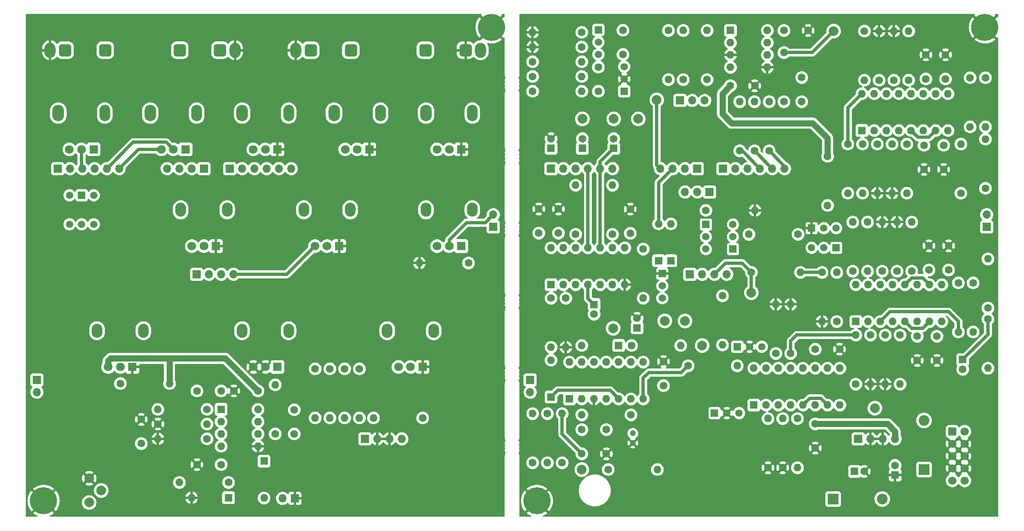
<source format=gbl>
%TF.GenerationSoftware,KiCad,Pcbnew,(6.0.6-0)*%
%TF.CreationDate,2022-06-29T09:24:31+01:00*%
%TF.ProjectId,magnum-drum-synth,6d61676e-756d-42d6-9472-756d2d73796e,r03*%
%TF.SameCoordinates,Original*%
%TF.FileFunction,Copper,L2,Bot*%
%TF.FilePolarity,Positive*%
%FSLAX46Y46*%
G04 Gerber Fmt 4.6, Leading zero omitted, Abs format (unit mm)*
G04 Created by KiCad (PCBNEW (6.0.6-0)) date 2022-06-29 09:24:31*
%MOMM*%
%LPD*%
G01*
G04 APERTURE LIST*
G04 Aperture macros list*
%AMRoundRect*
0 Rectangle with rounded corners*
0 $1 Rounding radius*
0 $2 $3 $4 $5 $6 $7 $8 $9 X,Y pos of 4 corners*
0 Add a 4 corners polygon primitive as box body*
4,1,4,$2,$3,$4,$5,$6,$7,$8,$9,$2,$3,0*
0 Add four circle primitives for the rounded corners*
1,1,$1+$1,$2,$3*
1,1,$1+$1,$4,$5*
1,1,$1+$1,$6,$7*
1,1,$1+$1,$8,$9*
0 Add four rect primitives between the rounded corners*
20,1,$1+$1,$2,$3,$4,$5,0*
20,1,$1+$1,$4,$5,$6,$7,0*
20,1,$1+$1,$6,$7,$8,$9,0*
20,1,$1+$1,$8,$9,$2,$3,0*%
G04 Aperture macros list end*
%TA.AperFunction,ComponentPad*%
%ADD10C,5.600000*%
%TD*%
%TA.AperFunction,ComponentPad*%
%ADD11C,1.600000*%
%TD*%
%TA.AperFunction,ComponentPad*%
%ADD12O,1.600000X1.600000*%
%TD*%
%TA.AperFunction,ComponentPad*%
%ADD13C,2.000000*%
%TD*%
%TA.AperFunction,ComponentPad*%
%ADD14R,1.500000X1.500000*%
%TD*%
%TA.AperFunction,ComponentPad*%
%ADD15C,1.500000*%
%TD*%
%TA.AperFunction,ComponentPad*%
%ADD16R,1.700000X1.700000*%
%TD*%
%TA.AperFunction,ComponentPad*%
%ADD17O,1.700000X1.700000*%
%TD*%
%TA.AperFunction,ComponentPad*%
%ADD18R,1.600000X1.600000*%
%TD*%
%TA.AperFunction,ComponentPad*%
%ADD19RoundRect,0.250000X-0.600000X-0.600000X0.600000X-0.600000X0.600000X0.600000X-0.600000X0.600000X0*%
%TD*%
%TA.AperFunction,ComponentPad*%
%ADD20C,1.700000*%
%TD*%
%TA.AperFunction,ComponentPad*%
%ADD21C,1.200000*%
%TD*%
%TA.AperFunction,ComponentPad*%
%ADD22R,2.200000X2.200000*%
%TD*%
%TA.AperFunction,ComponentPad*%
%ADD23O,2.200000X2.200000*%
%TD*%
%TA.AperFunction,ComponentPad*%
%ADD24O,2.300000X3.100000*%
%TD*%
%TA.AperFunction,ComponentPad*%
%ADD25RoundRect,0.650000X-0.650000X0.650000X-0.650000X-0.650000X0.650000X-0.650000X0.650000X0.650000X0*%
%TD*%
%TA.AperFunction,ComponentPad*%
%ADD26O,2.200000X2.900000*%
%TD*%
%TA.AperFunction,ComponentPad*%
%ADD27R,1.800000X1.800000*%
%TD*%
%TA.AperFunction,ComponentPad*%
%ADD28C,1.800000*%
%TD*%
%TA.AperFunction,ComponentPad*%
%ADD29O,2.200000X3.400000*%
%TD*%
%TA.AperFunction,ComponentPad*%
%ADD30O,2.400000X3.400000*%
%TD*%
%TA.AperFunction,ComponentPad*%
%ADD31RoundRect,0.650000X0.650000X-0.650000X0.650000X0.650000X-0.650000X0.650000X-0.650000X-0.650000X0*%
%TD*%
%TA.AperFunction,ViaPad*%
%ADD32C,0.762000*%
%TD*%
%TA.AperFunction,Conductor*%
%ADD33C,0.635000*%
%TD*%
%TA.AperFunction,Conductor*%
%ADD34C,1.270000*%
%TD*%
G04 APERTURE END LIST*
D10*
%TO.P,H9,1,1*%
%TO.N,GND*%
X34163000Y-131191000D03*
%TD*%
D11*
%TO.P,R73,1*%
%TO.N,+12V*%
X190119000Y-76073000D03*
D12*
%TO.P,R73,2*%
%TO.N,Net-(Q9-Pad3)*%
X179959000Y-76073000D03*
%TD*%
D11*
%TO.P,R3,1*%
%TO.N,/OSC2_LFO_Main*%
X144145000Y-76073000D03*
D12*
%TO.P,R3,2*%
%TO.N,/OSC2_Freq_L*%
X144145000Y-65913000D03*
%TD*%
D11*
%TO.P,R20,1*%
%TO.N,Net-(J12-PadT)*%
X96393000Y-103886000D03*
D12*
%TO.P,R20,2*%
%TO.N,Net-(C12-Pad1)*%
X96393000Y-114046000D03*
%TD*%
D13*
%TO.P,TP4,1,1*%
%TO.N,Net-(D3-Pad1)*%
X162560000Y-93980000D03*
%TD*%
D11*
%TO.P,R72,1*%
%TO.N,Net-(J27-Pad3)*%
X171323000Y-44069000D03*
D12*
%TO.P,R72,2*%
%TO.N,/OutputVCA/Output*%
X171323000Y-33909000D03*
%TD*%
D11*
%TO.P,R4,1*%
%TO.N,+12V*%
X135255000Y-43434000D03*
D12*
%TO.P,R4,2*%
%TO.N,Net-(C4-Pad2)*%
X145415000Y-43434000D03*
%TD*%
D11*
%TO.P,R50,1*%
%TO.N,Net-(R43-Pad2)*%
X212979000Y-44196000D03*
D12*
%TO.P,R50,2*%
%TO.N,Net-(R50-Pad2)*%
X212979000Y-34036000D03*
%TD*%
D10*
%TO.P,H7,1,1*%
%TO.N,GND*%
X228727000Y-33274000D03*
%TD*%
D14*
%TO.P,Q4,1,E*%
%TO.N,GND*%
X162052000Y-84201000D03*
D15*
%TO.P,Q4,2,B*%
%TO.N,Net-(D3-Pad1)*%
X162052000Y-86741000D03*
%TO.P,Q4,3,C*%
%TO.N,Net-(Q4-Pad3)*%
X162052000Y-89281000D03*
%TD*%
D16*
%TO.P,J7,1,Pin_1*%
%TO.N,Net-(J7-Pad1)*%
X72644000Y-62484000D03*
D17*
%TO.P,J7,2,Pin_2*%
%TO.N,Net-(J7-Pad2)*%
X75184000Y-62484000D03*
%TO.P,J7,3,Pin_3*%
%TO.N,Net-(J7-Pad3)*%
X77724000Y-62484000D03*
%TO.P,J7,4,Pin_4*%
%TO.N,Net-(J7-Pad4)*%
X80264000Y-62484000D03*
%TO.P,J7,5,Pin_5*%
%TO.N,Net-(J7-Pad5)*%
X82804000Y-62484000D03*
%TO.P,J7,6,Pin_6*%
%TO.N,Net-(J7-Pad6)*%
X85344000Y-62484000D03*
%TD*%
D18*
%TO.P,C9,1*%
%TO.N,Net-(C9-Pad1)*%
X147955000Y-90583000D03*
D11*
%TO.P,C9,2*%
%TO.N,/Trigger*%
X147955000Y-92583000D03*
%TD*%
%TO.P,R68,1*%
%TO.N,/OutputVCA/Input*%
X202057000Y-107061000D03*
D12*
%TO.P,R68,2*%
%TO.N,Net-(R68-Pad2)*%
X202057000Y-96901000D03*
%TD*%
D18*
%TO.P,C6,1*%
%TO.N,/OSC1_Freq_R*%
X152019000Y-58293000D03*
D11*
%TO.P,C6,2*%
%TO.N,/OSC1_Signal*%
X152019000Y-56293000D03*
%TD*%
%TO.P,R30,1*%
%TO.N,Net-(J21-Pad1)*%
X138303000Y-113157000D03*
D12*
%TO.P,R30,2*%
%TO.N,Net-(C14-Pad1)*%
X138303000Y-123317000D03*
%TD*%
D14*
%TO.P,Q2,1,E*%
%TO.N,Net-(Q2-Pad1)*%
X148844000Y-33782000D03*
D15*
%TO.P,Q2,2,B*%
%TO.N,Net-(C4-Pad2)*%
X148844000Y-36322000D03*
%TO.P,Q2,3,C*%
%TO.N,Net-(C5-Pad1)*%
X148844000Y-38862000D03*
%TD*%
D11*
%TO.P,R66,1*%
%TO.N,Net-(R45-Pad1)*%
X223774000Y-67564000D03*
D12*
%TO.P,R66,2*%
%TO.N,-12V*%
X223774000Y-57404000D03*
%TD*%
D11*
%TO.P,R33,1*%
%TO.N,Net-(C14-Pad1)*%
X141351000Y-123317000D03*
D12*
%TO.P,R33,2*%
%TO.N,Net-(C14-Pad2)*%
X141351000Y-113157000D03*
%TD*%
D11*
%TO.P,R23,1*%
%TO.N,Net-(R23-Pad1)*%
X90297000Y-103886000D03*
D12*
%TO.P,R23,2*%
%TO.N,Net-(C12-Pad1)*%
X90297000Y-114046000D03*
%TD*%
D11*
%TO.P,R61,1*%
%TO.N,Net-(R57-Pad2)*%
X205105000Y-96901000D03*
D12*
%TO.P,R61,2*%
%TO.N,GND*%
X205105000Y-107061000D03*
%TD*%
D11*
%TO.P,R67,1*%
%TO.N,/Filter/Output*%
X229362000Y-93599000D03*
D12*
%TO.P,R67,2*%
%TO.N,-12V*%
X229362000Y-103759000D03*
%TD*%
D11*
%TO.P,R1,1*%
%TO.N,+12V*%
X135255000Y-46482000D03*
D12*
%TO.P,R1,2*%
%TO.N,Net-(C4-Pad1)*%
X145415000Y-46482000D03*
%TD*%
D11*
%TO.P,R5,1*%
%TO.N,Net-(C4-Pad2)*%
X145415000Y-37338000D03*
D12*
%TO.P,R5,2*%
%TO.N,GND*%
X135255000Y-37338000D03*
%TD*%
D11*
%TO.P,R14,1*%
%TO.N,/Trigger*%
X142113000Y-89281000D03*
D12*
%TO.P,R14,2*%
%TO.N,GND*%
X142113000Y-99441000D03*
%TD*%
D11*
%TO.P,R41,1*%
%TO.N,/OutputVCA/Output*%
X163322000Y-33909000D03*
D12*
%TO.P,R41,2*%
%TO.N,/Final_Output_Main*%
X163322000Y-44069000D03*
%TD*%
D11*
%TO.P,R29,1*%
%TO.N,Net-(Q5-Pad2)*%
X195072000Y-83947000D03*
D12*
%TO.P,R29,2*%
%TO.N,GND*%
X195072000Y-94107000D03*
%TD*%
D11*
%TO.P,C20,1*%
%TO.N,GND*%
X218821000Y-102155000D03*
%TO.P,C20,2*%
%TO.N,Net-(C20-Pad2)*%
X218821000Y-97155000D03*
%TD*%
%TO.P,R22,1*%
%TO.N,Net-(R22-Pad1)*%
X93345000Y-103886000D03*
D12*
%TO.P,R22,2*%
%TO.N,Net-(C12-Pad1)*%
X93345000Y-114046000D03*
%TD*%
D13*
%TO.P,TP12,1,1*%
%TO.N,Net-(C14-Pad2)*%
X145415000Y-124714000D03*
%TD*%
D11*
%TO.P,C14,1*%
%TO.N,Net-(C14-Pad1)*%
X145415000Y-116459000D03*
%TO.P,C14,2*%
%TO.N,Net-(C14-Pad2)*%
X145415000Y-121459000D03*
%TD*%
%TO.P,R28,1*%
%TO.N,/Freq_Control_Main*%
X180467000Y-83947000D03*
D12*
%TO.P,R28,2*%
%TO.N,Net-(Q5-Pad2)*%
X190627000Y-83947000D03*
%TD*%
D13*
%TO.P,TP3,1,1*%
%TO.N,/OSC2_Signal*%
X145542000Y-52197000D03*
%TD*%
D11*
%TO.P,R27,1*%
%TO.N,Net-(C14-Pad1)*%
X135255000Y-123317000D03*
D12*
%TO.P,R27,2*%
%TO.N,Net-(J21-Pad2)*%
X135255000Y-113157000D03*
%TD*%
D13*
%TO.P,TP5,1,1*%
%TO.N,/Trigger*%
X151892000Y-95504000D03*
%TD*%
D14*
%TO.P,Q5,1,E*%
%TO.N,Net-(Q5-Pad1)*%
X197993000Y-78867000D03*
D15*
%TO.P,Q5,2,B*%
%TO.N,Net-(Q5-Pad2)*%
X195453000Y-78867000D03*
%TO.P,Q5,3,C*%
%TO.N,+12V*%
X192913000Y-78867000D03*
%TD*%
D18*
%TO.P,C13,1*%
%TO.N,Net-(C13-Pad1)*%
X156845000Y-95427800D03*
D11*
%TO.P,C13,2*%
%TO.N,GND*%
X156845000Y-93427800D03*
%TD*%
%TO.P,C32,1*%
%TO.N,GND*%
X216154000Y-62658000D03*
%TO.P,C32,2*%
%TO.N,-12V*%
X216154000Y-57658000D03*
%TD*%
D16*
%TO.P,J20,1,Pin_1*%
%TO.N,Net-(J18-PadT)*%
X32766000Y-106172000D03*
D17*
%TO.P,J20,2,Pin_2*%
%TO.N,Net-(J20-Pad2)*%
X32766000Y-108712000D03*
%TD*%
D18*
%TO.P,U3,1*%
%TO.N,Net-(C36-Pad2)*%
X70866000Y-112268000D03*
D12*
%TO.P,U3,2,-*%
%TO.N,Net-(C36-Pad1)*%
X70866000Y-114808000D03*
%TO.P,U3,3,+*%
%TO.N,Net-(C8-Pad2)*%
X70866000Y-117348000D03*
%TO.P,U3,4,V-*%
%TO.N,-12V*%
X70866000Y-119888000D03*
%TO.P,U3,5,+*%
%TO.N,GND*%
X78486000Y-119888000D03*
%TO.P,U3,6,-*%
%TO.N,Net-(C12-Pad1)*%
X78486000Y-117348000D03*
%TO.P,U3,7*%
%TO.N,/Freq_Control_Ctrl*%
X78486000Y-114808000D03*
%TO.P,U3,8,V+*%
%TO.N,+12V*%
X78486000Y-112268000D03*
%TD*%
D11*
%TO.P,C18,1*%
%TO.N,GND*%
X221234000Y-78439000D03*
%TO.P,C18,2*%
%TO.N,Net-(C18-Pad2)*%
X221234000Y-83439000D03*
%TD*%
D18*
%TO.P,D1,1,K*%
%TO.N,+12V*%
X79730600Y-122986800D03*
D12*
%TO.P,D1,2,A*%
%TO.N,Net-(D1-Pad2)*%
X79730600Y-130606800D03*
%TD*%
D11*
%TO.P,R63,1*%
%TO.N,Net-(R59-Pad1)*%
X211201000Y-96901000D03*
D12*
%TO.P,R63,2*%
%TO.N,/Filter/Output*%
X211201000Y-107061000D03*
%TD*%
D11*
%TO.P,R55,1*%
%TO.N,Net-(R51-Pad2)*%
X226314000Y-86106000D03*
D12*
%TO.P,R55,2*%
%TO.N,-12V*%
X226314000Y-96266000D03*
%TD*%
D11*
%TO.P,C28,1*%
%TO.N,GND*%
X162306000Y-102362000D03*
%TO.P,C28,2*%
%TO.N,-12V*%
X162306000Y-107362000D03*
%TD*%
%TO.P,C17,1*%
%TO.N,GND*%
X220599000Y-38942000D03*
%TO.P,C17,2*%
%TO.N,Net-(C17-Pad2)*%
X220599000Y-43942000D03*
%TD*%
%TO.P,C34,1*%
%TO.N,GND*%
X181149000Y-45339000D03*
%TO.P,C34,2*%
%TO.N,-12V*%
X176149000Y-45339000D03*
%TD*%
%TO.P,R26,1*%
%TO.N,Net-(C13-Pad1)*%
X155702000Y-99060000D03*
D12*
%TO.P,R26,2*%
%TO.N,/Filter_Env_Decay*%
X165862000Y-99060000D03*
%TD*%
D11*
%TO.P,R59,1*%
%TO.N,Net-(R59-Pad1)*%
X208153000Y-96901000D03*
D12*
%TO.P,R59,2*%
%TO.N,GND*%
X208153000Y-107061000D03*
%TD*%
D11*
%TO.P,R8,1*%
%TO.N,Net-(Q2-Pad1)*%
X145415000Y-34290000D03*
D12*
%TO.P,R8,2*%
%TO.N,GND*%
X135255000Y-34290000D03*
%TD*%
D18*
%TO.P,D3,1,K*%
%TO.N,Net-(D3-Pad1)*%
X163830000Y-81534000D03*
D12*
%TO.P,D3,2,A*%
%TO.N,Net-(D3-Pad2)*%
X163830000Y-73914000D03*
%TD*%
D13*
%TO.P,TP2,1,1*%
%TO.N,/OSC1_Signal*%
X152019000Y-52197000D03*
%TD*%
D18*
%TO.P,D5,1,K*%
%TO.N,Net-(C13-Pad1)*%
X153035000Y-99060000D03*
D12*
%TO.P,D5,2,A*%
%TO.N,Net-(D5-Pad2)*%
X145415000Y-99060000D03*
%TD*%
D11*
%TO.P,R9,1*%
%TO.N,Net-(Q3-Pad1)*%
X171069000Y-71120000D03*
D12*
%TO.P,R9,2*%
%TO.N,GND*%
X181229000Y-71120000D03*
%TD*%
D16*
%TO.P,J1,1,Pin_1*%
%TO.N,GND*%
X86111004Y-130683000D03*
D17*
%TO.P,J1,2,Pin_2*%
%TO.N,Net-(D1-Pad2)*%
X83571004Y-130683000D03*
%TD*%
D11*
%TO.P,R25,1*%
%TO.N,Net-(J20-Pad2)*%
X50038000Y-106934000D03*
D12*
%TO.P,R25,2*%
%TO.N,+12V*%
X60198000Y-106934000D03*
%TD*%
D19*
%TO.P,J28,1,-12V*%
%TO.N,Net-(D8-Pad1)*%
X221996000Y-116840000D03*
D20*
%TO.P,J28,2,-12V*%
X224536000Y-116840000D03*
%TO.P,J28,3,GND*%
%TO.N,GND*%
X221996000Y-119380000D03*
%TO.P,J28,4,GND*%
X224536000Y-119380000D03*
%TO.P,J28,5,GND*%
X221996000Y-121920000D03*
%TO.P,J28,6,GND*%
X224536000Y-121920000D03*
%TO.P,J28,7,GND*%
X221996000Y-124460000D03*
%TO.P,J28,8,GND*%
X224536000Y-124460000D03*
%TO.P,J28,9,+12V*%
%TO.N,Net-(D7-Pad2)*%
X221996000Y-127000000D03*
%TO.P,J28,10,+12V*%
X224536000Y-127000000D03*
%TD*%
D18*
%TO.P,D2,1,K*%
%TO.N,Net-(D1-Pad2)*%
X72390000Y-130556000D03*
D12*
%TO.P,D2,2,A*%
%TO.N,GND*%
X64770000Y-130556000D03*
%TD*%
D16*
%TO.P,J9,1,Pin_1*%
%TO.N,Net-(J9-Pad1)*%
X37084000Y-62484000D03*
D17*
%TO.P,J9,2,Pin_2*%
%TO.N,Net-(J9-Pad2)*%
X39624000Y-62484000D03*
%TO.P,J9,3,Pin_3*%
%TO.N,Net-(J9-Pad3)*%
X42164000Y-62484000D03*
%TO.P,J9,4,Pin_4*%
%TO.N,Net-(J9-Pad4)*%
X44704000Y-62484000D03*
%TO.P,J9,5,Pin_5*%
%TO.N,Net-(J9-Pad5)*%
X47244000Y-62484000D03*
%TO.P,J9,6,Pin_6*%
%TO.N,Net-(J9-Pad6)*%
X49784000Y-62484000D03*
%TD*%
D11*
%TO.P,R6,1*%
%TO.N,Net-(D1-Pad2)*%
X72390000Y-127381000D03*
D12*
%TO.P,R6,2*%
%TO.N,Net-(R6-Pad2)*%
X62230000Y-127381000D03*
%TD*%
D10*
%TO.P,H10,1,1*%
%TO.N,GND*%
X126746000Y-33274000D03*
%TD*%
D18*
%TO.P,U5,1*%
%TO.N,Net-(R64-Pad1)*%
X203327000Y-54610000D03*
D12*
%TO.P,U5,2,DIODE_BIAS*%
%TO.N,unconnected-(U5-Pad2)*%
X205867000Y-54610000D03*
%TO.P,U5,3,+*%
%TO.N,Net-(R56-Pad2)*%
X208407000Y-54610000D03*
%TO.P,U5,4,-*%
%TO.N,Net-(R58-Pad1)*%
X210947000Y-54610000D03*
%TO.P,U5,5*%
%TO.N,Net-(C19-Pad2)*%
X213487000Y-54610000D03*
%TO.P,U5,6,V-*%
%TO.N,-12V*%
X216027000Y-54610000D03*
%TO.P,U5,7*%
%TO.N,Net-(C19-Pad2)*%
X218567000Y-54610000D03*
%TO.P,U5,8*%
%TO.N,Net-(R45-Pad1)*%
X221107000Y-54610000D03*
%TO.P,U5,9*%
%TO.N,Net-(R50-Pad2)*%
X221107000Y-46990000D03*
%TO.P,U5,10*%
%TO.N,Net-(C17-Pad2)*%
X218567000Y-46990000D03*
%TO.P,U5,11,V+*%
%TO.N,+12V*%
X216027000Y-46990000D03*
%TO.P,U5,12*%
%TO.N,Net-(C17-Pad2)*%
X213487000Y-46990000D03*
%TO.P,U5,13,-*%
%TO.N,Net-(R43-Pad2)*%
X210947000Y-46990000D03*
%TO.P,U5,14,+*%
%TO.N,Net-(R44-Pad2)*%
X208407000Y-46990000D03*
%TO.P,U5,15,DIODE_BIAS*%
%TO.N,unconnected-(U5-Pad15)*%
X205867000Y-46990000D03*
%TO.P,U5,16*%
%TO.N,Net-(R52-Pad1)*%
X203327000Y-46990000D03*
%TD*%
D13*
%TO.P,TP9,1,1*%
%TO.N,Net-(R42-Pad1)*%
X170307000Y-99060000D03*
%TD*%
D11*
%TO.P,C35,1*%
%TO.N,+12V*%
X193675000Y-99822000D03*
%TO.P,C35,2*%
%TO.N,GND*%
X198675000Y-99822000D03*
%TD*%
%TO.P,C5,1*%
%TO.N,Net-(C5-Pad1)*%
X153924000Y-38862000D03*
%TO.P,C5,2*%
%TO.N,/Noise_Signal*%
X153924000Y-33862000D03*
%TD*%
%TO.P,R62,1*%
%TO.N,Net-(R58-Pad1)*%
X212598000Y-57404000D03*
D12*
%TO.P,R62,2*%
%TO.N,Net-(R45-Pad1)*%
X212598000Y-67564000D03*
%TD*%
D14*
%TO.P,Q8,1,E*%
%TO.N,Net-(Q8-Pad1)*%
X177546000Y-99314000D03*
D15*
%TO.P,Q8,2,B*%
%TO.N,GND*%
X180086000Y-99314000D03*
%TO.P,Q8,3,C*%
%TO.N,/OutputVCA/I_Gain*%
X182626000Y-99314000D03*
%TD*%
D11*
%TO.P,R74,1*%
%TO.N,/OSC2_LFO_Signal*%
X174498000Y-88773000D03*
D12*
%TO.P,R74,2*%
%TO.N,-12V*%
X174498000Y-98933000D03*
%TD*%
D11*
%TO.P,R48,1*%
%TO.N,Net-(R44-Pad2)*%
X206883000Y-44196000D03*
D12*
%TO.P,R48,2*%
%TO.N,GND*%
X206883000Y-34036000D03*
%TD*%
D10*
%TO.P,H8,1,1*%
%TO.N,GND*%
X136144000Y-131191000D03*
%TD*%
D11*
%TO.P,R51,1*%
%TO.N,Net-(R47-Pad1)*%
X213614000Y-83693000D03*
D12*
%TO.P,R51,2*%
%TO.N,Net-(R51-Pad2)*%
X213614000Y-73533000D03*
%TD*%
D18*
%TO.P,U2,1*%
%TO.N,/OutputVCA/Output*%
X176149000Y-33909000D03*
D12*
%TO.P,U2,2,-*%
%TO.N,Net-(J27-Pad2)*%
X176149000Y-36449000D03*
%TO.P,U2,3,+*%
%TO.N,GND*%
X176149000Y-38989000D03*
%TO.P,U2,4,V-*%
%TO.N,-12V*%
X176149000Y-41529000D03*
%TO.P,U2,5,+*%
%TO.N,GND*%
X183769000Y-41529000D03*
%TO.P,U2,6,-*%
%TO.N,Net-(C10-Pad1)*%
X183769000Y-38989000D03*
%TO.P,U2,7*%
%TO.N,/Filter/Input*%
X183769000Y-36449000D03*
%TO.P,U2,8,V+*%
%TO.N,+12V*%
X183769000Y-33909000D03*
%TD*%
D11*
%TO.P,R42,1*%
%TO.N,Net-(R42-Pad1)*%
X167386000Y-103251000D03*
D12*
%TO.P,R42,2*%
%TO.N,Net-(Q8-Pad1)*%
X177546000Y-103251000D03*
%TD*%
D11*
%TO.P,R53,1*%
%TO.N,Net-(R53-Pad1)*%
X201422000Y-83693000D03*
D12*
%TO.P,R53,2*%
%TO.N,/Filter/I_Freq*%
X201422000Y-73533000D03*
%TD*%
D11*
%TO.P,C2,1*%
%TO.N,GND*%
X155448000Y-70866000D03*
%TO.P,C2,2*%
%TO.N,Net-(C2-Pad2)*%
X155448000Y-75866000D03*
%TD*%
%TO.P,R70,1*%
%TO.N,Net-(R70-Pad1)*%
X185547000Y-100711000D03*
D12*
%TO.P,R70,2*%
%TO.N,GND*%
X185547000Y-90551000D03*
%TD*%
D16*
%TO.P,J27,1,Pin_1*%
%TO.N,Net-(J27-Pad1)*%
X165735000Y-48387000D03*
D17*
%TO.P,J27,2,Pin_2*%
%TO.N,Net-(J27-Pad2)*%
X168275000Y-48387000D03*
%TO.P,J27,3,Pin_3*%
%TO.N,Net-(J27-Pad3)*%
X170815000Y-48387000D03*
%TD*%
D11*
%TO.P,R60,1*%
%TO.N,Net-(R56-Pad2)*%
X206502000Y-57404000D03*
D12*
%TO.P,R60,2*%
%TO.N,GND*%
X206502000Y-67564000D03*
%TD*%
D11*
%TO.P,R7,1*%
%TO.N,+12V*%
X135255000Y-40386000D03*
D12*
%TO.P,R7,2*%
%TO.N,Net-(C5-Pad1)*%
X145415000Y-40386000D03*
%TD*%
D16*
%TO.P,J29,1,Pin_1*%
%TO.N,+12V*%
X100584000Y-118364000D03*
D17*
%TO.P,J29,2,Pin_2*%
%TO.N,GND*%
X103124000Y-118364000D03*
%TO.P,J29,3,Pin_3*%
X105664000Y-118364000D03*
%TO.P,J29,4,Pin_4*%
%TO.N,-12V*%
X108204000Y-118364000D03*
%TD*%
D11*
%TO.P,R47,1*%
%TO.N,Net-(R47-Pad1)*%
X210566000Y-83693000D03*
D12*
%TO.P,R47,2*%
%TO.N,GND*%
X210566000Y-73533000D03*
%TD*%
D14*
%TO.P,Q1,1,E*%
%TO.N,Net-(C4-Pad1)*%
X154178000Y-46482000D03*
D15*
%TO.P,Q1,2,B*%
%TO.N,GND*%
X154178000Y-43942000D03*
%TO.P,Q1,3,C*%
%TO.N,unconnected-(Q1-Pad3)*%
X154178000Y-41402000D03*
%TD*%
D18*
%TO.P,C7,1*%
%TO.N,/OSC2_Freq_R*%
X145542000Y-58293000D03*
D11*
%TO.P,C7,2*%
%TO.N,/OSC2_Signal*%
X145542000Y-56293000D03*
%TD*%
%TO.P,R44,1*%
%TO.N,/Filter/Input*%
X203835000Y-34036000D03*
D12*
%TO.P,R44,2*%
%TO.N,Net-(R44-Pad2)*%
X203835000Y-44196000D03*
%TD*%
D11*
%TO.P,C31,1*%
%TO.N,+12V*%
X78486000Y-108458000D03*
%TO.P,C31,2*%
%TO.N,GND*%
X73486000Y-108458000D03*
%TD*%
D13*
%TO.P,TP8,1,1*%
%TO.N,/Filter_Env*%
X166751000Y-93980000D03*
%TD*%
D16*
%TO.P,J11,1,Pin_1*%
%TO.N,/Filter_Env_Mod_Ctrl*%
X65786000Y-84328000D03*
D17*
%TO.P,J11,2,Pin_2*%
%TO.N,/Filter_Env_Decay_Ctrl*%
X68326000Y-84328000D03*
%TO.P,J11,3,Pin_3*%
%TO.N,/Freq_Control_Ctrl*%
X70866000Y-84328000D03*
%TO.P,J11,4,Pin_4*%
%TO.N,/Filter_LFO_Mod_Ctrl*%
X73406000Y-84328000D03*
%TD*%
D21*
%TO.P,C16,1*%
%TO.N,Net-(C16-Pad1)*%
X155956000Y-117221000D03*
%TO.P,C16,2*%
%TO.N,GND*%
X155956000Y-119221000D03*
%TD*%
D16*
%TO.P,J3,1,Pin_1*%
%TO.N,Net-(C36-Pad2)*%
X67310000Y-62484000D03*
D17*
%TO.P,J3,2,Pin_2*%
%TO.N,Net-(J2-PadS)*%
X64770000Y-62484000D03*
%TO.P,J3,3,Pin_3*%
%TO.N,Net-(J2-PadT)*%
X62230000Y-62484000D03*
%TO.P,J3,4,Pin_4*%
%TO.N,/Final_Output_Ctrl*%
X59690000Y-62484000D03*
%TD*%
D13*
%TO.P,TP10,1,1*%
%TO.N,/OutputVCA/Input*%
X205994000Y-112014000D03*
%TD*%
D11*
%TO.P,R37,1*%
%TO.N,Net-(C14-Pad2)*%
X150876000Y-124714000D03*
D12*
%TO.P,R37,2*%
%TO.N,Net-(Q7-Pad1)*%
X161036000Y-124714000D03*
%TD*%
D11*
%TO.P,R39,1*%
%TO.N,GND*%
X183896000Y-124333000D03*
D12*
%TO.P,R39,2*%
%TO.N,Net-(R39-Pad2)*%
X183896000Y-114173000D03*
%TD*%
D14*
%TO.P,Q6,1,E*%
%TO.N,GND*%
X192913000Y-74803000D03*
D15*
%TO.P,Q6,2,B*%
%TO.N,Net-(Q5-Pad1)*%
X195453000Y-74803000D03*
%TO.P,Q6,3,C*%
%TO.N,/Filter/I_Freq*%
X197993000Y-74803000D03*
%TD*%
D13*
%TO.P,TP1,1,1*%
%TO.N,/Noise_Signal*%
X157099000Y-52197000D03*
%TD*%
D11*
%TO.P,R64,1*%
%TO.N,Net-(R64-Pad1)*%
X203454000Y-57404000D03*
D12*
%TO.P,R64,2*%
%TO.N,/Filter/I_Freq*%
X203454000Y-67564000D03*
%TD*%
D11*
%TO.P,R19,1*%
%TO.N,Net-(R19-Pad1)*%
X99441000Y-103886000D03*
D12*
%TO.P,R19,2*%
%TO.N,Net-(C12-Pad1)*%
X99441000Y-114046000D03*
%TD*%
D11*
%TO.P,R65,1*%
%TO.N,Net-(R65-Pad1)*%
X198120000Y-94107000D03*
D12*
%TO.P,R65,2*%
%TO.N,/Filter/I_Freq*%
X198120000Y-83947000D03*
%TD*%
D11*
%TO.P,R40,1*%
%TO.N,Net-(R36-Pad2)*%
X189992000Y-114173000D03*
D12*
%TO.P,R40,2*%
%TO.N,Net-(R40-Pad2)*%
X189992000Y-124333000D03*
%TD*%
D16*
%TO.P,J23,1,Pin_1*%
%TO.N,Net-(J23-Pad1)*%
X127127000Y-74549000D03*
D17*
%TO.P,J23,2,Pin_2*%
%TO.N,Net-(J23-Pad2)*%
X127127000Y-72009000D03*
%TD*%
D16*
%TO.P,J5,1,Pin_1*%
%TO.N,Net-(D3-Pad2)*%
X171831000Y-67310000D03*
D17*
%TO.P,J5,2,Pin_2*%
%TO.N,Net-(J4-Pad1)*%
X169291000Y-67310000D03*
%TO.P,J5,3,Pin_3*%
%TO.N,Net-(J4-Pad2)*%
X166751000Y-67310000D03*
%TD*%
D11*
%TO.P,R43,1*%
%TO.N,/Res_Amount*%
X228854000Y-66548000D03*
D12*
%TO.P,R43,2*%
%TO.N,Net-(R43-Pad2)*%
X228854000Y-56388000D03*
%TD*%
D11*
%TO.P,C30,1*%
%TO.N,GND*%
X65866000Y-123698000D03*
%TO.P,C30,2*%
%TO.N,-12V*%
X70866000Y-123698000D03*
%TD*%
%TO.P,C24,1*%
%TO.N,GND*%
X214757000Y-102155000D03*
%TO.P,C24,2*%
%TO.N,-12V*%
X214757000Y-97155000D03*
%TD*%
D13*
%TO.P,RV1,1,1*%
%TO.N,GND*%
X43581000Y-126532000D03*
%TO.P,RV1,2,2*%
%TO.N,Net-(C8-Pad2)*%
X46081000Y-129032000D03*
%TO.P,RV1,3,3*%
%TO.N,Net-(R6-Pad2)*%
X43581000Y-131532000D03*
%TD*%
D11*
%TO.P,R56,1*%
%TO.N,Net-(R50-Pad2)*%
X228854000Y-43688000D03*
D12*
%TO.P,R56,2*%
%TO.N,Net-(R56-Pad2)*%
X228854000Y-53848000D03*
%TD*%
D14*
%TO.P,Q9,1,E*%
%TO.N,/OSC2_LFO_Signal*%
X176657000Y-79121000D03*
D15*
%TO.P,Q9,2,B*%
%TO.N,Net-(Q3-Pad1)*%
X176657000Y-76581000D03*
%TO.P,Q9,3,C*%
%TO.N,Net-(Q9-Pad3)*%
X176657000Y-74041000D03*
%TD*%
D18*
%TO.P,C22,1*%
%TO.N,GND*%
X210185000Y-125857000D03*
D11*
%TO.P,C22,2*%
%TO.N,-12V*%
X210185000Y-123857000D03*
%TD*%
%TO.P,R2,1*%
%TO.N,Net-(C2-Pad2)*%
X151765000Y-76073000D03*
D12*
%TO.P,R2,2*%
%TO.N,/OSC1_Freq_L*%
X151765000Y-65913000D03*
%TD*%
D11*
%TO.P,R54,1*%
%TO.N,Net-(R50-Pad2)*%
X225679000Y-43688000D03*
D12*
%TO.P,R54,2*%
%TO.N,-12V*%
X225679000Y-53848000D03*
%TD*%
D14*
%TO.P,Q3,1,E*%
%TO.N,Net-(Q3-Pad1)*%
X171069000Y-74041000D03*
D15*
%TO.P,Q3,2,B*%
%TO.N,/OSC2_LFO_Main*%
X171069000Y-76581000D03*
%TO.P,Q3,3,C*%
%TO.N,+12V*%
X171069000Y-79121000D03*
%TD*%
D11*
%TO.P,R31,1*%
%TO.N,-12V*%
X155575000Y-113411000D03*
D12*
%TO.P,R31,2*%
%TO.N,Net-(C14-Pad1)*%
X145415000Y-113411000D03*
%TD*%
D11*
%TO.P,C33,1*%
%TO.N,+12V*%
X217170000Y-83439000D03*
%TO.P,C33,2*%
%TO.N,GND*%
X217170000Y-78439000D03*
%TD*%
%TO.P,C8,1*%
%TO.N,GND*%
X54356000Y-114340000D03*
%TO.P,C8,2*%
%TO.N,Net-(C8-Pad2)*%
X54356000Y-119340000D03*
%TD*%
D18*
%TO.P,C21,1*%
%TO.N,+12V*%
X201803000Y-125095000D03*
D11*
%TO.P,C21,2*%
%TO.N,GND*%
X203803000Y-125095000D03*
%TD*%
%TO.P,R16,1*%
%TO.N,/OSC1_Return*%
X184150000Y-58801000D03*
D12*
%TO.P,R16,2*%
%TO.N,Net-(C10-Pad1)*%
X184150000Y-48641000D03*
%TD*%
D11*
%TO.P,C19,1*%
%TO.N,GND*%
X220218000Y-62658000D03*
%TO.P,C19,2*%
%TO.N,Net-(C19-Pad2)*%
X220218000Y-57658000D03*
%TD*%
%TO.P,R45,1*%
%TO.N,Net-(R45-Pad1)*%
X204470000Y-73533000D03*
D12*
%TO.P,R45,2*%
%TO.N,Net-(R45-Pad2)*%
X204470000Y-83693000D03*
%TD*%
D11*
%TO.P,C12,1*%
%TO.N,Net-(C12-Pad1)*%
X85979000Y-117348000D03*
%TO.P,C12,2*%
%TO.N,/Freq_Control_Ctrl*%
X85979000Y-112348000D03*
%TD*%
%TO.P,R12,1*%
%TO.N,Net-(C36-Pad2)*%
X67945000Y-112268000D03*
D12*
%TO.P,R12,2*%
%TO.N,Net-(C36-Pad1)*%
X57785000Y-112268000D03*
%TD*%
D11*
%TO.P,R46,1*%
%TO.N,Net-(R43-Pad2)*%
X209931000Y-44196000D03*
D12*
%TO.P,R46,2*%
%TO.N,GND*%
X209931000Y-34036000D03*
%TD*%
D18*
%TO.P,D4,1,K*%
%TO.N,Net-(D3-Pad1)*%
X161290000Y-81534000D03*
D12*
%TO.P,D4,2,A*%
%TO.N,Net-(D4-Pad2)*%
X161290000Y-73914000D03*
%TD*%
D18*
%TO.P,U4,1*%
%TO.N,Net-(C14-Pad2)*%
X142875000Y-110109000D03*
D12*
%TO.P,U4,2,-*%
%TO.N,Net-(C14-Pad1)*%
X145415000Y-110109000D03*
%TO.P,U4,3,+*%
%TO.N,GND*%
X147955000Y-110109000D03*
%TO.P,U4,4,V+*%
%TO.N,+12V*%
X150495000Y-110109000D03*
%TO.P,U4,5,+*%
%TO.N,Net-(C16-Pad1)*%
X153035000Y-110109000D03*
%TO.P,U4,6,-*%
%TO.N,Net-(R42-Pad1)*%
X155575000Y-110109000D03*
%TO.P,U4,7*%
X158115000Y-110109000D03*
%TO.P,U4,8*%
%TO.N,/Filter_Env*%
X158115000Y-102489000D03*
%TO.P,U4,9,-*%
X155575000Y-102489000D03*
%TO.P,U4,10,+*%
%TO.N,Net-(C13-Pad1)*%
X153035000Y-102489000D03*
%TO.P,U4,11,V-*%
%TO.N,-12V*%
X150495000Y-102489000D03*
%TO.P,U4,12,+*%
%TO.N,/Trigger*%
X147955000Y-102489000D03*
%TO.P,U4,13,-*%
%TO.N,Net-(D5-Pad2)*%
X145415000Y-102489000D03*
%TO.P,U4,14*%
X142875000Y-102489000D03*
%TD*%
D11*
%TO.P,R17,1*%
%TO.N,/OSC2_Return*%
X181102000Y-58801000D03*
D12*
%TO.P,R17,2*%
%TO.N,Net-(C10-Pad1)*%
X181102000Y-48641000D03*
%TD*%
D11*
%TO.P,C4,1*%
%TO.N,Net-(C4-Pad1)*%
X148844000Y-46482000D03*
%TO.P,C4,2*%
%TO.N,Net-(C4-Pad2)*%
X148844000Y-41482000D03*
%TD*%
%TO.P,C3,1*%
%TO.N,/OSC2_LFO_Main*%
X140589000Y-75819000D03*
%TO.P,C3,2*%
%TO.N,GND*%
X140589000Y-70819000D03*
%TD*%
%TO.P,C27,1*%
%TO.N,+12V*%
X136525000Y-75819000D03*
%TO.P,C27,2*%
%TO.N,GND*%
X136525000Y-70819000D03*
%TD*%
%TO.P,C29,1*%
%TO.N,+12V*%
X150495000Y-116459000D03*
%TO.P,C29,2*%
%TO.N,GND*%
X150495000Y-121459000D03*
%TD*%
D14*
%TO.P,Q7,1,E*%
%TO.N,Net-(Q7-Pad1)*%
X172847000Y-113030000D03*
D15*
%TO.P,Q7,2,B*%
%TO.N,GND*%
X175387000Y-113030000D03*
%TO.P,Q7,3,C*%
%TO.N,Net-(Q7-Pad3)*%
X177927000Y-113030000D03*
%TD*%
D11*
%TO.P,R71,1*%
%TO.N,Net-(J27-Pad1)*%
X166370000Y-44069000D03*
D12*
%TO.P,R71,2*%
%TO.N,/OutputVCA/Output*%
X166370000Y-33909000D03*
%TD*%
D22*
%TO.P,D7,1,K*%
%TO.N,+12V*%
X197358000Y-130810000D03*
D23*
%TO.P,D7,2,A*%
%TO.N,Net-(D7-Pad2)*%
X207518000Y-130810000D03*
%TD*%
D11*
%TO.P,R24,1*%
%TO.N,Net-(C12-Pad1)*%
X82042000Y-117348000D03*
D12*
%TO.P,R24,2*%
%TO.N,/Freq_Control_Ctrl*%
X82042000Y-107188000D03*
%TD*%
D11*
%TO.P,C23,1*%
%TO.N,+12V*%
X216535000Y-43942000D03*
%TO.P,C23,2*%
%TO.N,GND*%
X216535000Y-38942000D03*
%TD*%
%TO.P,C25,1*%
%TO.N,+12V*%
X187198000Y-33909000D03*
%TO.P,C25,2*%
%TO.N,GND*%
X192198000Y-33909000D03*
%TD*%
%TO.P,R38,1*%
%TO.N,/Trigger*%
X139065000Y-89281000D03*
D12*
%TO.P,R38,2*%
%TO.N,Net-(D6-Pad2)*%
X139065000Y-99441000D03*
%TD*%
D18*
%TO.P,U1,1*%
%TO.N,/Trigger*%
X139065000Y-86487000D03*
D12*
%TO.P,U1,2*%
X141605000Y-86487000D03*
%TO.P,U1,3*%
%TO.N,Net-(U1-Pad3)*%
X144145000Y-86487000D03*
%TO.P,U1,4*%
%TO.N,Net-(C9-Pad1)*%
X146685000Y-86487000D03*
%TO.P,U1,5*%
%TO.N,Net-(U1-Pad3)*%
X149225000Y-86487000D03*
%TO.P,U1,6*%
%TO.N,Net-(Q4-Pad3)*%
X151765000Y-86487000D03*
%TO.P,U1,7,GND*%
%TO.N,GND*%
X154305000Y-86487000D03*
%TO.P,U1,8*%
%TO.N,Net-(C2-Pad2)*%
X154305000Y-78867000D03*
%TO.P,U1,9*%
X151765000Y-78867000D03*
%TO.P,U1,10*%
%TO.N,/OSC1_Freq_R*%
X149225000Y-78867000D03*
%TO.P,U1,11*%
%TO.N,/OSC2_Freq_R*%
X146685000Y-78867000D03*
%TO.P,U1,12*%
%TO.N,/OSC2_LFO_Main*%
X144145000Y-78867000D03*
%TO.P,U1,13*%
X141605000Y-78867000D03*
%TO.P,U1,14,VCC*%
%TO.N,+12V*%
X139065000Y-78867000D03*
%TD*%
D18*
%TO.P,U6,1*%
%TO.N,Net-(R65-Pad1)*%
X202057000Y-94107000D03*
D12*
%TO.P,U6,2,DIODE_BIAS*%
%TO.N,unconnected-(U6-Pad2)*%
X204597000Y-94107000D03*
%TO.P,U6,3,+*%
%TO.N,Net-(R57-Pad2)*%
X207137000Y-94107000D03*
%TO.P,U6,4,-*%
%TO.N,Net-(R59-Pad1)*%
X209677000Y-94107000D03*
%TO.P,U6,5*%
%TO.N,Net-(C20-Pad2)*%
X212217000Y-94107000D03*
%TO.P,U6,6,V-*%
%TO.N,-12V*%
X214757000Y-94107000D03*
%TO.P,U6,7*%
%TO.N,Net-(C20-Pad2)*%
X217297000Y-94107000D03*
%TO.P,U6,8*%
%TO.N,/Filter/Output*%
X219837000Y-94107000D03*
%TO.P,U6,9*%
%TO.N,Net-(R51-Pad2)*%
X219837000Y-86487000D03*
%TO.P,U6,10*%
%TO.N,Net-(C18-Pad2)*%
X217297000Y-86487000D03*
%TO.P,U6,11,V+*%
%TO.N,+12V*%
X214757000Y-86487000D03*
%TO.P,U6,12*%
%TO.N,Net-(C18-Pad2)*%
X212217000Y-86487000D03*
%TO.P,U6,13,-*%
%TO.N,Net-(R47-Pad1)*%
X209677000Y-86487000D03*
%TO.P,U6,14,+*%
%TO.N,Net-(R45-Pad2)*%
X207137000Y-86487000D03*
%TO.P,U6,15,DIODE_BIAS*%
%TO.N,unconnected-(U6-Pad15)*%
X204597000Y-86487000D03*
%TO.P,U6,16*%
%TO.N,Net-(R53-Pad1)*%
X202057000Y-86487000D03*
%TD*%
D18*
%TO.P,D6,1,K*%
%TO.N,Net-(C16-Pad1)*%
X139065000Y-109728000D03*
D12*
%TO.P,D6,2,A*%
%TO.N,Net-(D6-Pad2)*%
X139065000Y-102108000D03*
%TD*%
D11*
%TO.P,R34,1*%
%TO.N,/Filter/Output*%
X229362000Y-91313000D03*
D12*
%TO.P,R34,2*%
%TO.N,/Res_Top*%
X229362000Y-81153000D03*
%TD*%
D11*
%TO.P,R10,1*%
%TO.N,GND*%
X57785000Y-115316000D03*
D12*
%TO.P,R10,2*%
%TO.N,Net-(C36-Pad1)*%
X67945000Y-115316000D03*
%TD*%
D11*
%TO.P,R36,1*%
%TO.N,GND*%
X186944000Y-124333000D03*
D12*
%TO.P,R36,2*%
%TO.N,Net-(R36-Pad2)*%
X186944000Y-114173000D03*
%TD*%
D11*
%TO.P,R52,1*%
%TO.N,Net-(R52-Pad1)*%
X200406000Y-57404000D03*
D12*
%TO.P,R52,2*%
%TO.N,/Filter/I_Freq*%
X200406000Y-67564000D03*
%TD*%
D13*
%TO.P,TP11,1,1*%
%TO.N,/Final_Output_Main*%
X160909000Y-48260000D03*
%TD*%
D22*
%TO.P,D8,1,K*%
%TO.N,Net-(D8-Pad1)*%
X216154000Y-124714000D03*
D23*
%TO.P,D8,2,A*%
%TO.N,-12V*%
X216154000Y-114554000D03*
%TD*%
D18*
%TO.P,C1,1*%
%TO.N,/OSC2_LFO_Cap*%
X139065000Y-58293000D03*
D11*
%TO.P,C1,2*%
%TO.N,GND*%
X139065000Y-56293000D03*
%TD*%
%TO.P,C10,1*%
%TO.N,Net-(C10-Pad1)*%
X190881000Y-48641000D03*
%TO.P,C10,2*%
%TO.N,/Filter/Input*%
X190881000Y-43641000D03*
%TD*%
D18*
%TO.P,C15,1*%
%TO.N,/Filter/Output*%
X224155000Y-101981000D03*
D11*
%TO.P,C15,2*%
%TO.N,/OutputVCA/Input*%
X224155000Y-103981000D03*
%TD*%
%TO.P,R18,1*%
%TO.N,Net-(C10-Pad1)*%
X187198000Y-48641000D03*
D12*
%TO.P,R18,2*%
%TO.N,/Filter/Input*%
X187198000Y-38481000D03*
%TD*%
D18*
%TO.P,U7,1*%
%TO.N,Net-(Q7-Pad3)*%
X180975000Y-111379000D03*
D12*
%TO.P,U7,2,DIODE_BIAS*%
%TO.N,unconnected-(U7-Pad2)*%
X183515000Y-111379000D03*
%TO.P,U7,3,+*%
%TO.N,Net-(R39-Pad2)*%
X186055000Y-111379000D03*
%TO.P,U7,4,-*%
%TO.N,Net-(R36-Pad2)*%
X188595000Y-111379000D03*
%TO.P,U7,5*%
%TO.N,Net-(C16-Pad1)*%
X191135000Y-111379000D03*
%TO.P,U7,6,V-*%
%TO.N,-12V*%
X193675000Y-111379000D03*
%TO.P,U7,7*%
%TO.N,Net-(C16-Pad1)*%
X196215000Y-111379000D03*
%TO.P,U7,8*%
%TO.N,Net-(R40-Pad2)*%
X198755000Y-111379000D03*
%TO.P,U7,9*%
%TO.N,unconnected-(U7-Pad9)*%
X198755000Y-103759000D03*
%TO.P,U7,10*%
%TO.N,unconnected-(U7-Pad10)*%
X196215000Y-103759000D03*
%TO.P,U7,11,V+*%
%TO.N,+12V*%
X193675000Y-103759000D03*
%TO.P,U7,12*%
%TO.N,Net-(J27-Pad2)*%
X191135000Y-103759000D03*
%TO.P,U7,13,-*%
%TO.N,Net-(R68-Pad2)*%
X188595000Y-103759000D03*
%TO.P,U7,14,+*%
%TO.N,Net-(R70-Pad1)*%
X186055000Y-103759000D03*
%TO.P,U7,15,DIODE_BIAS*%
%TO.N,unconnected-(U7-Pad15)*%
X183515000Y-103759000D03*
%TO.P,U7,16*%
%TO.N,/OutputVCA/I_Gain*%
X180975000Y-103759000D03*
%TD*%
D11*
%TO.P,R13,1*%
%TO.N,+12V*%
X158115000Y-79121000D03*
D12*
%TO.P,R13,2*%
%TO.N,Net-(Q4-Pad3)*%
X158115000Y-89281000D03*
%TD*%
D11*
%TO.P,R32,1*%
%TO.N,-12V*%
X196215000Y-59944000D03*
D12*
%TO.P,R32,2*%
%TO.N,Net-(Q5-Pad1)*%
X196215000Y-70104000D03*
%TD*%
D13*
%TO.P,TP7,1,1*%
%TO.N,/Freq_Control_Main*%
X180467000Y-88138000D03*
%TD*%
D11*
%TO.P,C36,1*%
%TO.N,Net-(C36-Pad1)*%
X65866000Y-108458000D03*
%TO.P,C36,2*%
%TO.N,Net-(C36-Pad2)*%
X70866000Y-108458000D03*
%TD*%
D13*
%TO.P,TP6,1,1*%
%TO.N,/Filter/Input*%
X197459600Y-34036000D03*
%TD*%
D11*
%TO.P,R57,1*%
%TO.N,Net-(R51-Pad2)*%
X223266000Y-86106000D03*
D12*
%TO.P,R57,2*%
%TO.N,Net-(R57-Pad2)*%
X223266000Y-96266000D03*
%TD*%
D11*
%TO.P,R49,1*%
%TO.N,Net-(R45-Pad2)*%
X207518000Y-83693000D03*
D12*
%TO.P,R49,2*%
%TO.N,GND*%
X207518000Y-73533000D03*
%TD*%
D11*
%TO.P,C26,1*%
%TO.N,GND*%
X193675000Y-120269000D03*
%TO.P,C26,2*%
%TO.N,-12V*%
X193675000Y-115269000D03*
%TD*%
%TO.P,R69,1*%
%TO.N,Net-(R68-Pad2)*%
X188595000Y-100711000D03*
D12*
%TO.P,R69,2*%
%TO.N,GND*%
X188595000Y-90551000D03*
%TD*%
D11*
%TO.P,R11,1*%
%TO.N,Net-(C8-Pad2)*%
X67945000Y-118364000D03*
D12*
%TO.P,R11,2*%
%TO.N,GND*%
X57785000Y-118364000D03*
%TD*%
D11*
%TO.P,R15,1*%
%TO.N,/Noise_Return*%
X178054000Y-58801000D03*
D12*
%TO.P,R15,2*%
%TO.N,Net-(C10-Pad1)*%
X178054000Y-48641000D03*
%TD*%
D11*
%TO.P,R58,1*%
%TO.N,Net-(R58-Pad1)*%
X209550000Y-57404000D03*
D12*
%TO.P,R58,2*%
%TO.N,GND*%
X209550000Y-67564000D03*
%TD*%
D11*
%TO.P,R35,1*%
%TO.N,Net-(R35-Pad1)*%
X122000000Y-82000000D03*
D12*
%TO.P,R35,2*%
%TO.N,GND*%
X111840000Y-82000000D03*
%TD*%
D11*
%TO.P,R21,1*%
%TO.N,-12V*%
X112522000Y-114046000D03*
D12*
%TO.P,R21,2*%
%TO.N,Net-(C12-Pad1)*%
X102362000Y-114046000D03*
%TD*%
D24*
%TO.P,J18,S,Sleeve*%
%TO.N,GND*%
X73730000Y-38000000D03*
D25*
%TO.P,J18,T,Tip*%
%TO.N,Net-(J18-PadT)*%
X62330000Y-38000000D03*
%TO.P,J18,TN,Tip_normalize*%
%TO.N,unconnected-(J18-PadTN)*%
X70630000Y-38000000D03*
%TD*%
D16*
%TO.P,J21,1,Pin_1*%
%TO.N,Net-(J21-Pad1)*%
X134747000Y-106172000D03*
D17*
%TO.P,J21,2,Pin_2*%
%TO.N,Net-(J21-Pad2)*%
X134747000Y-108712000D03*
%TD*%
D26*
%TO.P,RV8,*%
%TO.N,*%
X105200000Y-96000000D03*
X114800000Y-96000000D03*
D27*
%TO.P,RV8,1,1*%
%TO.N,GND*%
X112500000Y-103500000D03*
D28*
%TO.P,RV8,2,2*%
%TO.N,Net-(R19-Pad1)*%
X110000000Y-103500000D03*
%TO.P,RV8,3,3*%
%TO.N,+12V*%
X107500000Y-103500000D03*
%TD*%
D16*
%TO.P,J6,1,Pin_1*%
%TO.N,/OSC2_Signal*%
X174625000Y-62484000D03*
D17*
%TO.P,J6,2,Pin_2*%
%TO.N,/OSC1_Signal*%
X177165000Y-62484000D03*
%TO.P,J6,3,Pin_3*%
%TO.N,/Noise_Signal*%
X179705000Y-62484000D03*
%TO.P,J6,4,Pin_4*%
%TO.N,/Noise_Return*%
X182245000Y-62484000D03*
%TO.P,J6,5,Pin_5*%
%TO.N,/OSC2_Return*%
X184785000Y-62484000D03*
%TO.P,J6,6,Pin_6*%
%TO.N,/OSC1_Return*%
X187325000Y-62484000D03*
%TD*%
D29*
%TO.P,RV2,*%
%TO.N,*%
X103800000Y-51000000D03*
D30*
X94200000Y-51000000D03*
D27*
%TO.P,RV2,1,1*%
%TO.N,GND*%
X101500000Y-58500000D03*
D28*
%TO.P,RV2,2,2*%
%TO.N,Net-(J7-Pad5)*%
X99000000Y-58500000D03*
%TO.P,RV2,3,3*%
%TO.N,Net-(J7-Pad1)*%
X96500000Y-58500000D03*
%TD*%
D26*
%TO.P,RV10,*%
%TO.N,*%
X54800000Y-96000000D03*
X45200000Y-96000000D03*
D27*
%TO.P,RV10,1,1*%
%TO.N,GND*%
X52500000Y-103500000D03*
D28*
%TO.P,RV10,2,2*%
%TO.N,Net-(J20-Pad2)*%
X50000000Y-103500000D03*
%TO.P,RV10,3,3*%
%TO.N,+12V*%
X47500000Y-103500000D03*
%TD*%
D26*
%TO.P,RV7,*%
%TO.N,*%
X72100000Y-71000000D03*
X62500000Y-71000000D03*
D27*
%TO.P,RV7,1,1*%
%TO.N,GND*%
X69800000Y-78500000D03*
D28*
%TO.P,RV7,2,2*%
%TO.N,Net-(R23-Pad1)*%
X67300000Y-78500000D03*
%TO.P,RV7,3,3*%
%TO.N,/Filter_Env_Mod_Ctrl*%
X64800000Y-78500000D03*
%TD*%
D14*
%TO.P,SW1,1,A*%
%TO.N,Net-(J9-Pad1)*%
X42037000Y-67993000D03*
D15*
%TO.P,SW1,2,B*%
%TO.N,Net-(J9-Pad2)*%
X44537000Y-67993000D03*
%TO.P,SW1,3,C*%
%TO.N,unconnected-(SW1-Pad3)*%
X39537000Y-67993000D03*
%TO.P,SW1,4,A*%
%TO.N,unconnected-(SW1-Pad4)*%
X44537000Y-73993000D03*
%TO.P,SW1,5,B*%
%TO.N,unconnected-(SW1-Pad5)*%
X39537000Y-73993000D03*
%TO.P,SW1,6,C*%
%TO.N,unconnected-(SW1-Pad6)*%
X42037000Y-73993000D03*
%TD*%
D30*
%TO.P,RV5,*%
%TO.N,*%
X113200000Y-51000000D03*
D29*
X122800000Y-51000000D03*
D27*
%TO.P,RV5,1,1*%
%TO.N,GND*%
X120500000Y-58500000D03*
D28*
%TO.P,RV5,2,2*%
%TO.N,Net-(J7-Pad6)*%
X118000000Y-58500000D03*
%TO.P,RV5,3,3*%
%TO.N,Net-(J7-Pad2)*%
X115500000Y-58500000D03*
%TD*%
D26*
%TO.P,RV9,*%
%TO.N,*%
X87950000Y-71000000D03*
X97550000Y-71000000D03*
D27*
%TO.P,RV9,1,1*%
%TO.N,GND*%
X95250000Y-78500000D03*
D28*
%TO.P,RV9,2,2*%
%TO.N,Net-(R22-Pad1)*%
X92750000Y-78500000D03*
%TO.P,RV9,3,3*%
%TO.N,/Filter_LFO_Mod_Ctrl*%
X90250000Y-78500000D03*
%TD*%
D16*
%TO.P,J4,1,Pin_1*%
%TO.N,Net-(J4-Pad1)*%
X169291000Y-62484000D03*
D17*
%TO.P,J4,2,Pin_2*%
%TO.N,Net-(J4-Pad2)*%
X166751000Y-62484000D03*
%TO.P,J4,3,Pin_3*%
%TO.N,Net-(D4-Pad2)*%
X164211000Y-62484000D03*
%TO.P,J4,4,Pin_4*%
%TO.N,/Final_Output_Main*%
X161671000Y-62484000D03*
%TD*%
D24*
%TO.P,J26,S,Sleeve*%
%TO.N,GND*%
X35520000Y-38000000D03*
D31*
%TO.P,J26,T,Tip*%
%TO.N,/Final_Output_Ctrl*%
X46920000Y-38000000D03*
%TO.P,J26,TN,Tip_normalize*%
%TO.N,unconnected-(J26-PadTN)*%
X38620000Y-38000000D03*
%TD*%
D24*
%TO.P,J2,S,Sleeve*%
%TO.N,Net-(J2-PadS)*%
X124480000Y-38000000D03*
D25*
%TO.P,J2,T,Tip*%
%TO.N,Net-(J2-PadT)*%
X113080000Y-38000000D03*
%TO.P,J2,TN,Tip_normalize*%
%TO.N,GND*%
X121380000Y-38000000D03*
%TD*%
D16*
%TO.P,J30,1,Pin_1*%
%TO.N,+12V*%
X202565000Y-118364000D03*
D17*
%TO.P,J30,2,Pin_2*%
%TO.N,GND*%
X205105000Y-118364000D03*
%TO.P,J30,3,Pin_3*%
X207645000Y-118364000D03*
%TO.P,J30,4,Pin_4*%
%TO.N,-12V*%
X210185000Y-118364000D03*
%TD*%
D26*
%TO.P,RV12,*%
%TO.N,*%
X122800000Y-71000000D03*
X113200000Y-71000000D03*
D27*
%TO.P,RV12,1,1*%
%TO.N,Net-(R35-Pad1)*%
X120500000Y-78500000D03*
D28*
%TO.P,RV12,2,2*%
%TO.N,Net-(J23-Pad2)*%
X118000000Y-78500000D03*
%TO.P,RV12,3,3*%
%TO.N,Net-(J23-Pad1)*%
X115500000Y-78500000D03*
%TD*%
D30*
%TO.P,RV6,*%
%TO.N,*%
X75200000Y-51000000D03*
D29*
X84800000Y-51000000D03*
D27*
%TO.P,RV6,1,1*%
%TO.N,GND*%
X82500000Y-58500000D03*
D28*
%TO.P,RV6,2,2*%
%TO.N,Net-(J7-Pad4)*%
X80000000Y-58500000D03*
%TO.P,RV6,3,3*%
%TO.N,Net-(J7-Pad3)*%
X77500000Y-58500000D03*
%TD*%
D26*
%TO.P,RV11,*%
%TO.N,*%
X75200000Y-96000000D03*
X84800000Y-96000000D03*
D27*
%TO.P,RV11,1,1*%
%TO.N,/Filter_Env_Decay_Ctrl*%
X82500000Y-103500000D03*
D28*
%TO.P,RV11,2,2*%
%TO.N,GND*%
X80000000Y-103500000D03*
%TO.P,RV11,3,3*%
X77500000Y-103500000D03*
%TD*%
D30*
%TO.P,RV4,*%
%TO.N,*%
X37200000Y-51000000D03*
D29*
X46800000Y-51000000D03*
D27*
%TO.P,RV4,1,1*%
%TO.N,Net-(J9-Pad3)*%
X44500000Y-58500000D03*
D28*
%TO.P,RV4,2,2*%
X42000000Y-58500000D03*
%TO.P,RV4,3,3*%
%TO.N,Net-(J9-Pad4)*%
X39500000Y-58500000D03*
%TD*%
D30*
%TO.P,RV3,*%
%TO.N,*%
X56200000Y-51000000D03*
D29*
X65800000Y-51000000D03*
D27*
%TO.P,RV3,1,1*%
%TO.N,Net-(J9-Pad5)*%
X63500000Y-58500000D03*
D28*
%TO.P,RV3,2,2*%
X61000000Y-58500000D03*
%TO.P,RV3,3,3*%
%TO.N,Net-(J9-Pad6)*%
X58500000Y-58500000D03*
%TD*%
D16*
%TO.P,J10,1,Pin_1*%
%TO.N,/Filter_Env*%
X167767000Y-84328000D03*
D17*
%TO.P,J10,2,Pin_2*%
%TO.N,/Filter_Env_Decay*%
X170307000Y-84328000D03*
%TO.P,J10,3,Pin_3*%
%TO.N,/Freq_Control_Main*%
X172847000Y-84328000D03*
%TO.P,J10,4,Pin_4*%
%TO.N,/OSC2_LFO_Signal*%
X175387000Y-84328000D03*
%TD*%
D16*
%TO.P,J22,1,Pin_1*%
%TO.N,/Res_Top*%
X229108000Y-74549000D03*
D17*
%TO.P,J22,2,Pin_2*%
%TO.N,/Res_Amount*%
X229108000Y-72009000D03*
%TD*%
D16*
%TO.P,J8,1,Pin_1*%
%TO.N,/OSC2_LFO_Cap*%
X139065000Y-62484000D03*
D17*
%TO.P,J8,2,Pin_2*%
%TO.N,/OSC2_LFO_Main*%
X141605000Y-62484000D03*
%TO.P,J8,3,Pin_3*%
%TO.N,/OSC2_Freq_L*%
X144145000Y-62484000D03*
%TO.P,J8,4,Pin_4*%
%TO.N,/OSC2_Freq_R*%
X146685000Y-62484000D03*
%TO.P,J8,5,Pin_5*%
%TO.N,/OSC1_Freq_R*%
X149225000Y-62484000D03*
%TO.P,J8,6,Pin_6*%
%TO.N,/OSC1_Freq_L*%
X151765000Y-62484000D03*
%TD*%
D24*
%TO.P,J12,S,Sleeve*%
%TO.N,GND*%
X86270000Y-38000000D03*
D31*
%TO.P,J12,T,Tip*%
%TO.N,Net-(J12-PadT)*%
X97670000Y-38000000D03*
%TO.P,J12,TN,Tip_normalize*%
%TO.N,unconnected-(J12-PadTN)*%
X89370000Y-38000000D03*
%TD*%
D32*
%TO.N,GND*%
X167513000Y-58039000D03*
X163830000Y-70104000D03*
X50165000Y-70358000D03*
X189484000Y-80010000D03*
X148082000Y-67056000D03*
X187579000Y-58547000D03*
X109220000Y-60452000D03*
X157734000Y-58039000D03*
%TD*%
D33*
%TO.N,Net-(R52-Pad1)*%
X203327000Y-46990000D02*
X200406000Y-49911000D01*
X200406000Y-49911000D02*
X200406000Y-57404000D01*
%TO.N,/Filter/Output*%
X229362000Y-93599000D02*
X229362000Y-96774000D01*
X229362000Y-96774000D02*
X224155000Y-101981000D01*
%TO.N,Net-(R68-Pad2)*%
X188595000Y-98171000D02*
X189865000Y-96901000D01*
X188595000Y-100711000D02*
X188595000Y-98171000D01*
X189865000Y-96901000D02*
X202057000Y-96901000D01*
%TO.N,/OSC1_Freq_R*%
X149225000Y-62484000D02*
X149225000Y-61087000D01*
X149225000Y-62484000D02*
X149225000Y-78867000D01*
X149225000Y-61087000D02*
X152019000Y-58293000D01*
%TO.N,/OSC2_Freq_R*%
X146685000Y-62484000D02*
X146685000Y-78867000D01*
%TO.N,/Filter/Input*%
X193014600Y-38481000D02*
X197459600Y-34036000D01*
X187198000Y-38481000D02*
X193014600Y-38481000D01*
%TO.N,Net-(C14-Pad2)*%
X141351000Y-117395000D02*
X145415000Y-121459000D01*
X141351000Y-113157000D02*
X141351000Y-117395000D01*
%TO.N,Net-(C16-Pad1)*%
X151263989Y-108337989D02*
X153035000Y-110109000D01*
X194843500Y-110007500D02*
X196215000Y-111379000D01*
X140455011Y-108337989D02*
X151263989Y-108337989D01*
X191135000Y-111379000D02*
X192506500Y-110007500D01*
X139065000Y-109728000D02*
X140455011Y-108337989D01*
X192506500Y-110007500D02*
X194843500Y-110007500D01*
%TO.N,Net-(C18-Pad2)*%
X212217000Y-86487000D02*
X213588500Y-85115500D01*
X213588500Y-85115500D02*
X215925500Y-85115500D01*
X215925500Y-85115500D02*
X217297000Y-86487000D01*
%TO.N,Net-(C19-Pad2)*%
X214858500Y-55981500D02*
X217195500Y-55981500D01*
X213487000Y-54610000D02*
X214858500Y-55981500D01*
X217195500Y-55981500D02*
X218567000Y-54610000D01*
%TO.N,Net-(C20-Pad2)*%
X212217000Y-94107000D02*
X213588500Y-95478500D01*
X213588500Y-95478500D02*
X215925500Y-95478500D01*
X215925500Y-95478500D02*
X217297000Y-94107000D01*
D34*
%TO.N,+12V*%
X47500000Y-102227208D02*
X47500000Y-103500000D01*
X59959511Y-101711489D02*
X48015719Y-101711489D01*
X48015719Y-101711489D02*
X47500000Y-102227208D01*
X60198000Y-101949978D02*
X59959511Y-101711489D01*
X71739489Y-101711489D02*
X59959511Y-101711489D01*
X78486000Y-108458000D02*
X71739489Y-101711489D01*
X60198000Y-106934000D02*
X60198000Y-101949978D01*
%TO.N,-12V*%
X176403000Y-53086000D02*
X193167000Y-53086000D01*
X193675000Y-115269000D02*
X208614000Y-115269000D01*
X174498000Y-46990000D02*
X174498000Y-51181000D01*
X196215000Y-56134000D02*
X196215000Y-59944000D01*
X210185000Y-116840000D02*
X210185000Y-118364000D01*
X174498000Y-51181000D02*
X176403000Y-53086000D01*
X193167000Y-53086000D02*
X196215000Y-56134000D01*
X176149000Y-45339000D02*
X174498000Y-46990000D01*
X208614000Y-115269000D02*
X210185000Y-116840000D01*
D33*
%TO.N,Net-(D4-Pad2)*%
X161290000Y-65405000D02*
X164211000Y-62484000D01*
X161290000Y-73914000D02*
X161290000Y-65405000D01*
%TO.N,/Noise_Return*%
X178562000Y-58801000D02*
X182245000Y-62484000D01*
X178054000Y-58801000D02*
X178562000Y-58801000D01*
%TO.N,/OSC1_Return*%
X187325000Y-61976000D02*
X184150000Y-58801000D01*
X187325000Y-62484000D02*
X187325000Y-61976000D01*
%TO.N,/OSC2_Return*%
X184785000Y-62484000D02*
X181102000Y-58801000D01*
%TO.N,Net-(J9-Pad3)*%
X42000000Y-58500000D02*
X42000000Y-62320000D01*
X42000000Y-62320000D02*
X42164000Y-62484000D01*
%TO.N,Net-(J9-Pad5)*%
X52699011Y-57028989D02*
X47244000Y-62484000D01*
X59528989Y-57028989D02*
X52699011Y-57028989D01*
X61000000Y-58500000D02*
X59528989Y-57028989D01*
%TO.N,Net-(J9-Pad6)*%
X53768000Y-58500000D02*
X58500000Y-58500000D01*
X49784000Y-62484000D02*
X53768000Y-58500000D01*
%TO.N,Net-(Q5-Pad2)*%
X190627000Y-83947000D02*
X195072000Y-83947000D01*
%TO.N,Net-(R42-Pad1)*%
X165989000Y-104648000D02*
X167386000Y-103251000D01*
X158115000Y-105791000D02*
X159258000Y-104648000D01*
X158115000Y-110109000D02*
X158115000Y-105791000D01*
X159258000Y-104648000D02*
X165989000Y-104648000D01*
%TO.N,Net-(R57-Pad2)*%
X207137000Y-94107000D02*
X209169000Y-92075000D01*
X221234000Y-92075000D02*
X223266000Y-94107000D01*
X209169000Y-92075000D02*
X221234000Y-92075000D01*
X223266000Y-94107000D02*
X223266000Y-96266000D01*
%TO.N,/Freq_Control_Main*%
X175133000Y-82042000D02*
X178562000Y-82042000D01*
X178562000Y-82042000D02*
X180467000Y-83947000D01*
X180467000Y-88138000D02*
X180467000Y-83947000D01*
X172847000Y-84328000D02*
X175133000Y-82042000D01*
%TO.N,/Filter_LFO_Mod_Ctrl*%
X84422000Y-84328000D02*
X90250000Y-78500000D01*
X73406000Y-84328000D02*
X84422000Y-84328000D01*
%TO.N,/Final_Output_Main*%
X160909000Y-61722000D02*
X161671000Y-62484000D01*
X160909000Y-48260000D02*
X160909000Y-61722000D01*
%TO.N,Net-(C9-Pad1)*%
X146685000Y-89313000D02*
X147955000Y-90583000D01*
X146685000Y-86487000D02*
X146685000Y-89313000D01*
%TO.N,Net-(J23-Pad2)*%
X118000000Y-78500000D02*
X118000000Y-77227208D01*
X125476000Y-73660000D02*
X127127000Y-72009000D01*
X118000000Y-77227208D02*
X121567208Y-73660000D01*
X121567208Y-73660000D02*
X125476000Y-73660000D01*
%TD*%
%TA.AperFunction,Conductor*%
%TO.N,GND*%
G36*
X124611251Y-30528502D02*
G01*
X124657744Y-30582158D01*
X124667848Y-30652432D01*
X124638354Y-30717012D01*
X124619134Y-30734996D01*
X124610408Y-30741596D01*
X124605211Y-30745987D01*
X124603972Y-30747155D01*
X124595950Y-30760862D01*
X124595986Y-30761704D01*
X124601037Y-30769826D01*
X126733190Y-32901980D01*
X126747131Y-32909592D01*
X126748966Y-32909461D01*
X126755580Y-32905210D01*
X128888798Y-30771991D01*
X128896412Y-30758047D01*
X128896344Y-30757089D01*
X128891836Y-30750272D01*
X128890415Y-30749062D01*
X128871600Y-30734729D01*
X128829533Y-30677537D01*
X128825064Y-30606681D01*
X128859613Y-30544658D01*
X128922209Y-30511158D01*
X128947955Y-30508500D01*
X129365500Y-30508500D01*
X129433621Y-30528502D01*
X129480114Y-30582158D01*
X129491500Y-30634500D01*
X129491500Y-31053493D01*
X129471498Y-31121614D01*
X129417842Y-31168107D01*
X129347568Y-31178211D01*
X129282988Y-31148717D01*
X129269642Y-31135230D01*
X129256740Y-31126743D01*
X129246416Y-31132795D01*
X127118020Y-33261190D01*
X127110408Y-33275131D01*
X127110539Y-33276966D01*
X127114790Y-33283580D01*
X129245009Y-35413798D01*
X129258605Y-35421223D01*
X129268219Y-35414521D01*
X129269976Y-35412479D01*
X129329562Y-35373878D01*
X129400558Y-35373620D01*
X129460424Y-35411786D01*
X129490151Y-35476259D01*
X129491500Y-35494644D01*
X129491500Y-42950595D01*
X129490000Y-42969978D01*
X129486301Y-42993736D01*
X129487122Y-43000012D01*
X129486827Y-43000012D01*
X129505457Y-43236723D01*
X129560887Y-43467606D01*
X129562780Y-43472177D01*
X129562781Y-43472179D01*
X129648109Y-43678180D01*
X129655698Y-43748770D01*
X129637018Y-43791697D01*
X129638502Y-43792559D01*
X129549666Y-43945502D01*
X129498397Y-44114779D01*
X129487445Y-44291310D01*
X129517398Y-44465626D01*
X129520264Y-44472360D01*
X129520264Y-44472362D01*
X129562793Y-44572312D01*
X129571059Y-44642826D01*
X129555806Y-44684929D01*
X129553346Y-44689165D01*
X129553343Y-44689171D01*
X129549666Y-44695502D01*
X129498397Y-44864779D01*
X129487445Y-45041310D01*
X129517398Y-45215626D01*
X129520264Y-45222360D01*
X129520264Y-45222362D01*
X129562793Y-45322312D01*
X129571059Y-45392826D01*
X129555806Y-45434929D01*
X129553346Y-45439165D01*
X129553343Y-45439171D01*
X129549666Y-45445502D01*
X129547545Y-45452506D01*
X129547543Y-45452510D01*
X129531501Y-45505477D01*
X129498397Y-45614779D01*
X129487445Y-45791310D01*
X129517398Y-45965626D01*
X129586649Y-46128376D01*
X129590983Y-46134265D01*
X129590988Y-46134274D01*
X129635126Y-46194251D01*
X129659392Y-46260972D01*
X129650053Y-46317150D01*
X129562781Y-46527844D01*
X129562779Y-46527851D01*
X129560887Y-46532418D01*
X129505457Y-46763301D01*
X129505069Y-46768235D01*
X129488738Y-46975732D01*
X129487777Y-46983933D01*
X129487813Y-46984023D01*
X129486301Y-46993736D01*
X129486938Y-46998605D01*
X129486827Y-47000012D01*
X129487122Y-47000012D01*
X129488372Y-47009572D01*
X129488372Y-47009574D01*
X129490436Y-47025356D01*
X129491500Y-47041693D01*
X129491500Y-57950633D01*
X129490000Y-57970018D01*
X129488912Y-57977005D01*
X129486309Y-57993724D01*
X129487130Y-58000000D01*
X129486835Y-58000000D01*
X129505465Y-58236711D01*
X129506619Y-58241518D01*
X129506620Y-58241524D01*
X129507635Y-58245750D01*
X129560895Y-58467594D01*
X129562788Y-58472165D01*
X129562789Y-58472167D01*
X129648117Y-58678168D01*
X129655706Y-58748758D01*
X129637026Y-58791685D01*
X129638510Y-58792547D01*
X129549674Y-58945490D01*
X129498405Y-59114767D01*
X129487453Y-59291298D01*
X129488693Y-59298514D01*
X129488693Y-59298516D01*
X129513815Y-59444717D01*
X129517406Y-59465614D01*
X129520272Y-59472348D01*
X129520272Y-59472350D01*
X129562801Y-59572300D01*
X129571067Y-59642814D01*
X129555814Y-59684917D01*
X129553354Y-59689153D01*
X129553351Y-59689159D01*
X129549674Y-59695490D01*
X129547553Y-59702494D01*
X129547551Y-59702498D01*
X129522750Y-59784386D01*
X129498405Y-59864767D01*
X129487453Y-60041298D01*
X129517406Y-60215614D01*
X129520272Y-60222348D01*
X129520272Y-60222350D01*
X129562801Y-60322300D01*
X129571067Y-60392814D01*
X129555814Y-60434917D01*
X129553354Y-60439153D01*
X129553351Y-60439159D01*
X129549674Y-60445490D01*
X129547553Y-60452494D01*
X129547551Y-60452498D01*
X129531509Y-60505465D01*
X129498405Y-60614767D01*
X129487453Y-60791298D01*
X129517406Y-60965614D01*
X129586657Y-61128364D01*
X129590991Y-61134253D01*
X129590996Y-61134262D01*
X129635134Y-61194239D01*
X129659400Y-61260960D01*
X129650061Y-61317138D01*
X129562789Y-61527832D01*
X129562787Y-61527839D01*
X129560895Y-61532406D01*
X129547699Y-61587371D01*
X129531075Y-61656617D01*
X129505465Y-61763289D01*
X129499067Y-61844590D01*
X129488746Y-61975720D01*
X129487785Y-61983921D01*
X129487821Y-61984011D01*
X129486309Y-61993724D01*
X129486946Y-61998593D01*
X129486835Y-62000000D01*
X129487130Y-62000000D01*
X129488380Y-62009560D01*
X129488380Y-62009562D01*
X129490436Y-62025283D01*
X129491500Y-62041620D01*
X129491500Y-72950633D01*
X129490000Y-72970018D01*
X129486309Y-72993724D01*
X129487130Y-73000000D01*
X129486835Y-73000000D01*
X129505465Y-73236711D01*
X129506619Y-73241518D01*
X129506620Y-73241524D01*
X129529239Y-73335739D01*
X129560895Y-73467594D01*
X129562788Y-73472165D01*
X129562789Y-73472167D01*
X129648117Y-73678168D01*
X129655706Y-73748758D01*
X129637026Y-73791685D01*
X129638510Y-73792547D01*
X129549674Y-73945490D01*
X129547553Y-73952494D01*
X129547551Y-73952498D01*
X129533626Y-73998475D01*
X129498405Y-74114767D01*
X129487453Y-74291298D01*
X129517406Y-74465614D01*
X129520272Y-74472348D01*
X129520272Y-74472350D01*
X129562801Y-74572300D01*
X129571067Y-74642814D01*
X129555814Y-74684917D01*
X129553354Y-74689153D01*
X129553351Y-74689159D01*
X129549674Y-74695490D01*
X129498405Y-74864767D01*
X129487453Y-75041298D01*
X129488693Y-75048514D01*
X129488693Y-75048516D01*
X129516166Y-75208398D01*
X129517406Y-75215614D01*
X129520272Y-75222348D01*
X129520272Y-75222350D01*
X129562801Y-75322300D01*
X129571067Y-75392814D01*
X129555814Y-75434917D01*
X129553354Y-75439153D01*
X129553351Y-75439159D01*
X129549674Y-75445490D01*
X129547553Y-75452494D01*
X129547551Y-75452498D01*
X129532722Y-75501460D01*
X129498405Y-75614767D01*
X129487453Y-75791298D01*
X129488693Y-75798514D01*
X129488693Y-75798516D01*
X129498015Y-75852767D01*
X129517406Y-75965614D01*
X129586657Y-76128364D01*
X129590991Y-76134253D01*
X129590996Y-76134262D01*
X129635134Y-76194239D01*
X129659400Y-76260960D01*
X129650061Y-76317138D01*
X129562789Y-76527832D01*
X129562787Y-76527839D01*
X129560895Y-76532406D01*
X129541640Y-76612609D01*
X129516462Y-76717485D01*
X129505465Y-76763289D01*
X129490027Y-76959447D01*
X129488746Y-76975720D01*
X129487785Y-76983921D01*
X129487821Y-76984011D01*
X129486309Y-76993724D01*
X129486946Y-76998593D01*
X129486835Y-77000000D01*
X129487130Y-77000000D01*
X129488380Y-77009560D01*
X129488380Y-77009562D01*
X129490436Y-77025283D01*
X129491500Y-77041620D01*
X129491500Y-87950633D01*
X129490000Y-87970018D01*
X129486309Y-87993724D01*
X129487130Y-88000000D01*
X129486835Y-88000000D01*
X129505465Y-88236711D01*
X129560895Y-88467594D01*
X129562788Y-88472165D01*
X129562789Y-88472167D01*
X129648117Y-88678168D01*
X129655706Y-88748758D01*
X129637026Y-88791685D01*
X129638510Y-88792547D01*
X129549674Y-88945490D01*
X129498405Y-89114767D01*
X129487453Y-89291298D01*
X129517406Y-89465614D01*
X129520272Y-89472348D01*
X129520272Y-89472350D01*
X129562801Y-89572300D01*
X129571067Y-89642814D01*
X129555814Y-89684917D01*
X129553354Y-89689153D01*
X129553351Y-89689159D01*
X129549674Y-89695490D01*
X129498405Y-89864767D01*
X129487453Y-90041298D01*
X129517406Y-90215614D01*
X129520272Y-90222348D01*
X129520272Y-90222350D01*
X129562801Y-90322300D01*
X129571067Y-90392814D01*
X129555814Y-90434917D01*
X129553354Y-90439153D01*
X129553351Y-90439159D01*
X129549674Y-90445490D01*
X129547553Y-90452494D01*
X129547551Y-90452498D01*
X129531509Y-90505465D01*
X129498405Y-90614767D01*
X129487453Y-90791298D01*
X129517406Y-90965614D01*
X129586657Y-91128364D01*
X129590991Y-91134253D01*
X129590996Y-91134262D01*
X129635134Y-91194239D01*
X129659400Y-91260960D01*
X129650061Y-91317138D01*
X129562789Y-91527832D01*
X129562787Y-91527839D01*
X129560895Y-91532406D01*
X129505465Y-91763289D01*
X129505077Y-91768223D01*
X129488746Y-91975720D01*
X129487785Y-91983921D01*
X129487821Y-91984011D01*
X129486309Y-91993724D01*
X129486946Y-91998593D01*
X129486835Y-92000000D01*
X129487130Y-92000000D01*
X129488380Y-92009560D01*
X129488380Y-92009562D01*
X129490436Y-92025283D01*
X129491500Y-92041620D01*
X129491500Y-102950633D01*
X129490000Y-102970018D01*
X129486309Y-102993724D01*
X129487130Y-103000000D01*
X129486835Y-103000000D01*
X129505465Y-103236711D01*
X129506619Y-103241518D01*
X129506620Y-103241524D01*
X129532073Y-103347543D01*
X129560895Y-103467594D01*
X129562788Y-103472165D01*
X129562789Y-103472167D01*
X129648117Y-103678168D01*
X129655706Y-103748758D01*
X129637026Y-103791685D01*
X129638510Y-103792547D01*
X129549674Y-103945490D01*
X129498405Y-104114767D01*
X129487453Y-104291298D01*
X129488693Y-104298514D01*
X129488693Y-104298516D01*
X129513815Y-104444717D01*
X129517406Y-104465614D01*
X129520272Y-104472348D01*
X129520272Y-104472350D01*
X129562801Y-104572300D01*
X129571067Y-104642814D01*
X129555814Y-104684917D01*
X129553354Y-104689153D01*
X129553351Y-104689159D01*
X129549674Y-104695490D01*
X129547553Y-104702494D01*
X129547551Y-104702498D01*
X129522750Y-104784386D01*
X129498405Y-104864767D01*
X129487453Y-105041298D01*
X129488693Y-105048514D01*
X129488693Y-105048516D01*
X129500626Y-105117961D01*
X129517406Y-105215614D01*
X129520272Y-105222348D01*
X129520272Y-105222350D01*
X129562801Y-105322300D01*
X129571067Y-105392814D01*
X129555814Y-105434917D01*
X129553354Y-105439153D01*
X129553351Y-105439159D01*
X129549674Y-105445490D01*
X129547553Y-105452494D01*
X129547551Y-105452498D01*
X129531509Y-105505465D01*
X129498405Y-105614767D01*
X129487453Y-105791298D01*
X129488693Y-105798514D01*
X129488693Y-105798516D01*
X129515761Y-105956039D01*
X129517406Y-105965614D01*
X129586657Y-106128364D01*
X129590991Y-106134253D01*
X129590996Y-106134262D01*
X129635134Y-106194239D01*
X129659400Y-106260960D01*
X129650061Y-106317138D01*
X129562789Y-106527832D01*
X129562787Y-106527839D01*
X129560895Y-106532406D01*
X129541640Y-106612609D01*
X129510080Y-106744067D01*
X129505465Y-106763289D01*
X129489559Y-106965393D01*
X129488746Y-106975720D01*
X129487785Y-106983921D01*
X129487821Y-106984011D01*
X129486309Y-106993724D01*
X129486946Y-106998593D01*
X129486835Y-107000000D01*
X129487130Y-107000000D01*
X129488380Y-107009560D01*
X129488380Y-107009562D01*
X129490436Y-107025283D01*
X129491500Y-107041620D01*
X129491500Y-117950572D01*
X129490000Y-117969955D01*
X129486301Y-117993713D01*
X129487122Y-117999989D01*
X129486827Y-117999989D01*
X129505457Y-118236700D01*
X129506611Y-118241507D01*
X129506612Y-118241513D01*
X129535214Y-118360646D01*
X129560887Y-118467583D01*
X129562780Y-118472154D01*
X129562781Y-118472156D01*
X129648109Y-118678157D01*
X129655698Y-118748747D01*
X129637018Y-118791674D01*
X129638502Y-118792536D01*
X129549666Y-118945479D01*
X129547545Y-118952483D01*
X129547543Y-118952487D01*
X129507871Y-119083477D01*
X129498397Y-119114756D01*
X129487445Y-119291287D01*
X129488685Y-119298503D01*
X129488685Y-119298505D01*
X129500335Y-119366301D01*
X129517398Y-119465603D01*
X129520264Y-119472337D01*
X129520264Y-119472339D01*
X129562793Y-119572289D01*
X129571059Y-119642803D01*
X129555806Y-119684906D01*
X129553346Y-119689142D01*
X129553343Y-119689148D01*
X129549666Y-119695479D01*
X129547545Y-119702483D01*
X129547543Y-119702487D01*
X129519759Y-119794225D01*
X129498397Y-119864756D01*
X129487445Y-120041287D01*
X129488685Y-120048503D01*
X129488685Y-120048505D01*
X129505758Y-120147865D01*
X129517398Y-120215603D01*
X129520264Y-120222337D01*
X129520264Y-120222339D01*
X129562793Y-120322289D01*
X129571059Y-120392803D01*
X129555806Y-120434906D01*
X129553346Y-120439142D01*
X129553343Y-120439148D01*
X129549666Y-120445479D01*
X129547545Y-120452483D01*
X129547543Y-120452487D01*
X129531501Y-120505454D01*
X129498397Y-120614756D01*
X129487445Y-120791287D01*
X129488685Y-120798503D01*
X129488685Y-120798505D01*
X129504459Y-120890301D01*
X129517398Y-120965603D01*
X129586649Y-121128353D01*
X129590983Y-121134242D01*
X129590988Y-121134251D01*
X129635126Y-121194228D01*
X129659392Y-121260949D01*
X129650053Y-121317127D01*
X129562781Y-121527821D01*
X129562779Y-121527828D01*
X129560887Y-121532395D01*
X129541632Y-121612598D01*
X129523571Y-121687829D01*
X129505457Y-121763278D01*
X129492107Y-121932909D01*
X129488738Y-121975709D01*
X129487777Y-121983910D01*
X129487813Y-121984000D01*
X129486301Y-121993713D01*
X129486938Y-121998582D01*
X129486827Y-121999989D01*
X129487122Y-121999989D01*
X129488372Y-122009549D01*
X129488372Y-122009551D01*
X129490436Y-122025333D01*
X129491500Y-122041670D01*
X129491500Y-134365500D01*
X129471498Y-134433621D01*
X129417842Y-134480114D01*
X129365500Y-134491500D01*
X35478042Y-134491500D01*
X35409921Y-134471498D01*
X35363428Y-134417842D01*
X35353324Y-134347568D01*
X35382818Y-134282988D01*
X35425791Y-134250845D01*
X35694718Y-134128288D01*
X35700777Y-134125121D01*
X36002995Y-133945676D01*
X36008659Y-133941884D01*
X36289732Y-133730849D01*
X36294958Y-133726464D01*
X36304613Y-133717428D01*
X36312682Y-133703750D01*
X36312654Y-133703024D01*
X36307512Y-133694723D01*
X34175810Y-131563020D01*
X34161869Y-131555408D01*
X34160034Y-131555539D01*
X34153420Y-131559790D01*
X32019774Y-133693437D01*
X32012160Y-133707381D01*
X32012237Y-133708470D01*
X32014698Y-133712206D01*
X32288632Y-133922404D01*
X32294262Y-133926259D01*
X32594591Y-134108862D01*
X32600593Y-134112080D01*
X32898005Y-134251398D01*
X32951208Y-134298408D01*
X32970550Y-134366719D01*
X32949890Y-134434643D01*
X32895787Y-134480615D01*
X32844556Y-134491500D01*
X30634500Y-134491500D01*
X30566379Y-134471498D01*
X30519886Y-134417842D01*
X30508500Y-134365500D01*
X30508500Y-131182832D01*
X30850333Y-131182832D01*
X30868117Y-131533893D01*
X30868827Y-131540649D01*
X30924420Y-131887723D01*
X30925859Y-131894378D01*
X31018608Y-132233410D01*
X31020757Y-132239871D01*
X31149581Y-132566912D01*
X31152412Y-132573095D01*
X31315803Y-132884310D01*
X31319286Y-132890152D01*
X31515330Y-133181896D01*
X31519433Y-133187340D01*
X31639425Y-133329836D01*
X31652164Y-133338279D01*
X31662608Y-133332181D01*
X33790980Y-131203810D01*
X33797357Y-131192131D01*
X34527408Y-131192131D01*
X34527539Y-131193966D01*
X34531790Y-131200580D01*
X36662009Y-133330798D01*
X36675605Y-133338223D01*
X36685218Y-133331522D01*
X36785518Y-133214912D01*
X36789676Y-133209514D01*
X36988762Y-132919840D01*
X36992310Y-132914029D01*
X37158942Y-132604559D01*
X37161849Y-132598381D01*
X37294090Y-132272713D01*
X37296304Y-132266283D01*
X37392598Y-131928237D01*
X37394105Y-131921607D01*
X37453332Y-131575118D01*
X37454112Y-131568378D01*
X37456337Y-131532000D01*
X42067835Y-131532000D01*
X42086465Y-131768711D01*
X42087619Y-131773518D01*
X42087620Y-131773524D01*
X42116635Y-131894378D01*
X42141895Y-131999594D01*
X42143788Y-132004165D01*
X42143789Y-132004167D01*
X42160329Y-132044097D01*
X42232760Y-132218963D01*
X42235346Y-132223183D01*
X42354241Y-132417202D01*
X42354245Y-132417208D01*
X42356824Y-132421416D01*
X42511031Y-132601969D01*
X42691584Y-132756176D01*
X42695792Y-132758755D01*
X42695798Y-132758759D01*
X42889817Y-132877654D01*
X42894037Y-132880240D01*
X42898607Y-132882133D01*
X42898611Y-132882135D01*
X43108833Y-132969211D01*
X43113406Y-132971105D01*
X43193609Y-132990360D01*
X43339476Y-133025380D01*
X43339482Y-133025381D01*
X43344289Y-133026535D01*
X43581000Y-133045165D01*
X43817711Y-133026535D01*
X43822518Y-133025381D01*
X43822524Y-133025380D01*
X43968391Y-132990360D01*
X44048594Y-132971105D01*
X44053167Y-132969211D01*
X44263389Y-132882135D01*
X44263393Y-132882133D01*
X44267963Y-132880240D01*
X44272183Y-132877654D01*
X44466202Y-132758759D01*
X44466208Y-132758755D01*
X44470416Y-132756176D01*
X44650969Y-132601969D01*
X44805176Y-132421416D01*
X44807755Y-132417208D01*
X44807759Y-132417202D01*
X44926654Y-132223183D01*
X44929240Y-132218963D01*
X45001672Y-132044097D01*
X45018211Y-132004167D01*
X45018212Y-132004165D01*
X45020105Y-131999594D01*
X45045365Y-131894378D01*
X45074380Y-131773524D01*
X45074381Y-131773518D01*
X45075535Y-131768711D01*
X45094165Y-131532000D01*
X45075535Y-131295289D01*
X45068998Y-131268057D01*
X45021260Y-131069218D01*
X45020105Y-131064406D01*
X45016641Y-131056043D01*
X44931135Y-130849611D01*
X44931133Y-130849607D01*
X44929240Y-130845037D01*
X44917857Y-130826461D01*
X44915443Y-130822522D01*
X63487273Y-130822522D01*
X63534764Y-130999761D01*
X63538510Y-131010053D01*
X63630586Y-131207511D01*
X63636069Y-131217007D01*
X63761028Y-131395467D01*
X63768084Y-131403875D01*
X63922125Y-131557916D01*
X63930533Y-131564972D01*
X64108993Y-131689931D01*
X64118489Y-131695414D01*
X64315947Y-131787490D01*
X64326239Y-131791236D01*
X64498503Y-131837394D01*
X64512599Y-131837058D01*
X64516000Y-131829116D01*
X64516000Y-131823967D01*
X65024000Y-131823967D01*
X65027973Y-131837498D01*
X65036522Y-131838727D01*
X65213761Y-131791236D01*
X65224053Y-131787490D01*
X65421511Y-131695414D01*
X65431007Y-131689931D01*
X65609467Y-131564972D01*
X65617875Y-131557916D01*
X65771657Y-131404134D01*
X71081500Y-131404134D01*
X71088255Y-131466316D01*
X71139385Y-131602705D01*
X71226739Y-131719261D01*
X71343295Y-131806615D01*
X71479684Y-131857745D01*
X71541866Y-131864500D01*
X73238134Y-131864500D01*
X73300316Y-131857745D01*
X73436705Y-131806615D01*
X73553261Y-131719261D01*
X73640615Y-131602705D01*
X73691745Y-131466316D01*
X73698500Y-131404134D01*
X73698500Y-130606800D01*
X78417102Y-130606800D01*
X78437057Y-130834887D01*
X78496316Y-131056043D01*
X78498639Y-131061024D01*
X78498639Y-131061025D01*
X78590751Y-131258562D01*
X78590754Y-131258567D01*
X78593077Y-131263549D01*
X78620015Y-131302020D01*
X78693895Y-131407531D01*
X78724402Y-131451100D01*
X78886300Y-131612998D01*
X78890808Y-131616155D01*
X78890811Y-131616157D01*
X78943473Y-131653031D01*
X79073851Y-131744323D01*
X79078833Y-131746646D01*
X79078838Y-131746649D01*
X79276302Y-131838727D01*
X79281357Y-131841084D01*
X79286665Y-131842506D01*
X79286667Y-131842507D01*
X79497198Y-131898919D01*
X79497200Y-131898919D01*
X79502513Y-131900343D01*
X79730600Y-131920298D01*
X79958687Y-131900343D01*
X79964000Y-131898919D01*
X79964002Y-131898919D01*
X80174533Y-131842507D01*
X80174535Y-131842506D01*
X80179843Y-131841084D01*
X80184898Y-131838727D01*
X80382362Y-131746649D01*
X80382367Y-131746646D01*
X80387349Y-131744323D01*
X80517727Y-131653031D01*
X80570389Y-131616157D01*
X80570392Y-131616155D01*
X80574900Y-131612998D01*
X80736798Y-131451100D01*
X80767306Y-131407531D01*
X80841185Y-131302020D01*
X80868123Y-131263549D01*
X80870446Y-131258567D01*
X80870449Y-131258562D01*
X80962561Y-131061025D01*
X80962561Y-131061024D01*
X80964884Y-131056043D01*
X81024143Y-130834887D01*
X81040345Y-130649695D01*
X82208255Y-130649695D01*
X82208552Y-130654848D01*
X82208552Y-130654851D01*
X82219239Y-130840202D01*
X82221114Y-130872715D01*
X82222251Y-130877761D01*
X82222252Y-130877767D01*
X82236610Y-130941475D01*
X82270226Y-131090639D01*
X82354270Y-131297616D01*
X82470991Y-131488088D01*
X82617254Y-131656938D01*
X82789130Y-131799632D01*
X82982004Y-131912338D01*
X82986829Y-131914180D01*
X82986830Y-131914181D01*
X83002849Y-131920298D01*
X83190696Y-131992030D01*
X83195764Y-131993061D01*
X83195767Y-131993062D01*
X83303021Y-132014883D01*
X83409601Y-132036567D01*
X83414776Y-132036757D01*
X83414778Y-132036757D01*
X83627677Y-132044564D01*
X83627681Y-132044564D01*
X83632841Y-132044753D01*
X83637961Y-132044097D01*
X83637963Y-132044097D01*
X83849292Y-132017025D01*
X83849293Y-132017025D01*
X83854420Y-132016368D01*
X83895088Y-132004167D01*
X84063433Y-131953661D01*
X84063438Y-131953659D01*
X84068388Y-131952174D01*
X84268998Y-131853896D01*
X84450864Y-131724173D01*
X84462999Y-131712081D01*
X84559483Y-131615933D01*
X84621855Y-131582017D01*
X84692662Y-131587205D01*
X84749423Y-131629851D01*
X84766405Y-131660954D01*
X84807680Y-131771054D01*
X84816218Y-131786649D01*
X84892719Y-131888724D01*
X84905280Y-131901285D01*
X85007355Y-131977786D01*
X85022950Y-131986324D01*
X85143398Y-132031478D01*
X85158653Y-132035105D01*
X85209518Y-132040631D01*
X85216332Y-132041000D01*
X85838889Y-132041000D01*
X85854128Y-132036525D01*
X85855333Y-132035135D01*
X85857004Y-132027452D01*
X85857004Y-132022884D01*
X86365004Y-132022884D01*
X86369479Y-132038123D01*
X86370869Y-132039328D01*
X86378552Y-132040999D01*
X87005673Y-132040999D01*
X87012494Y-132040629D01*
X87063356Y-132035105D01*
X87078608Y-132031479D01*
X87199058Y-131986324D01*
X87214653Y-131977786D01*
X87316728Y-131901285D01*
X87329289Y-131888724D01*
X87405790Y-131786649D01*
X87414328Y-131771054D01*
X87459482Y-131650606D01*
X87463109Y-131635351D01*
X87468635Y-131584486D01*
X87469004Y-131577672D01*
X87469004Y-130955115D01*
X87464529Y-130939876D01*
X87463139Y-130938671D01*
X87455456Y-130937000D01*
X86383119Y-130937000D01*
X86367880Y-130941475D01*
X86366675Y-130942865D01*
X86365004Y-130950548D01*
X86365004Y-132022884D01*
X85857004Y-132022884D01*
X85857004Y-130410885D01*
X86365004Y-130410885D01*
X86369479Y-130426124D01*
X86370869Y-130427329D01*
X86378552Y-130429000D01*
X87450888Y-130429000D01*
X87466127Y-130424525D01*
X87467332Y-130423135D01*
X87469003Y-130415452D01*
X87469003Y-129788331D01*
X87468633Y-129781510D01*
X87463109Y-129730648D01*
X87459483Y-129715396D01*
X87414328Y-129594946D01*
X87405790Y-129579351D01*
X87329289Y-129477276D01*
X87316728Y-129464715D01*
X87214653Y-129388214D01*
X87199058Y-129379676D01*
X87078610Y-129334522D01*
X87063355Y-129330895D01*
X87012490Y-129325369D01*
X87005676Y-129325000D01*
X86383119Y-129325000D01*
X86367880Y-129329475D01*
X86366675Y-129330865D01*
X86365004Y-129338548D01*
X86365004Y-130410885D01*
X85857004Y-130410885D01*
X85857004Y-129343116D01*
X85852529Y-129327877D01*
X85851139Y-129326672D01*
X85843456Y-129325001D01*
X85216335Y-129325001D01*
X85209514Y-129325371D01*
X85158652Y-129330895D01*
X85143400Y-129334521D01*
X85022950Y-129379676D01*
X85007355Y-129388214D01*
X84905280Y-129464715D01*
X84892719Y-129477276D01*
X84816218Y-129579351D01*
X84807680Y-129594946D01*
X84766301Y-129705322D01*
X84723659Y-129762087D01*
X84657097Y-129786786D01*
X84587748Y-129771578D01*
X84555125Y-129745891D01*
X84504155Y-129689876D01*
X84504152Y-129689873D01*
X84500674Y-129686051D01*
X84496623Y-129682852D01*
X84496619Y-129682848D01*
X84329418Y-129550800D01*
X84329414Y-129550798D01*
X84325363Y-129547598D01*
X84129793Y-129439638D01*
X84124924Y-129437914D01*
X84124920Y-129437912D01*
X83924091Y-129366795D01*
X83924087Y-129366794D01*
X83919216Y-129365069D01*
X83914123Y-129364162D01*
X83914120Y-129364161D01*
X83704377Y-129326800D01*
X83704371Y-129326799D01*
X83699288Y-129325894D01*
X83625456Y-129324992D01*
X83481085Y-129323228D01*
X83481083Y-129323228D01*
X83475915Y-129323165D01*
X83255095Y-129356955D01*
X83042760Y-129426357D01*
X83012447Y-129442137D01*
X82893289Y-129504167D01*
X82844611Y-129529507D01*
X82840478Y-129532610D01*
X82840475Y-129532612D01*
X82679414Y-129653540D01*
X82665969Y-129663635D01*
X82617467Y-129714389D01*
X82531281Y-129804578D01*
X82511633Y-129825138D01*
X82385747Y-130009680D01*
X82347656Y-130091740D01*
X82303742Y-130186346D01*
X82291692Y-130212305D01*
X82231993Y-130427570D01*
X82208255Y-130649695D01*
X81040345Y-130649695D01*
X81044098Y-130606800D01*
X81024143Y-130378713D01*
X81002817Y-130299124D01*
X80966307Y-130162867D01*
X80966306Y-130162865D01*
X80964884Y-130157557D01*
X80955591Y-130137627D01*
X80870449Y-129955038D01*
X80870446Y-129955033D01*
X80868123Y-129950051D01*
X80778041Y-129821401D01*
X80739957Y-129767011D01*
X80739955Y-129767008D01*
X80736798Y-129762500D01*
X80574900Y-129600602D01*
X80570392Y-129597445D01*
X80570389Y-129597443D01*
X80437177Y-129504167D01*
X80387349Y-129469277D01*
X80382367Y-129466954D01*
X80382362Y-129466951D01*
X80184825Y-129374839D01*
X80184824Y-129374839D01*
X80179843Y-129372516D01*
X80174535Y-129371094D01*
X80174533Y-129371093D01*
X79964002Y-129314681D01*
X79964000Y-129314681D01*
X79958687Y-129313257D01*
X79730600Y-129293302D01*
X79502513Y-129313257D01*
X79497200Y-129314681D01*
X79497198Y-129314681D01*
X79286667Y-129371093D01*
X79286665Y-129371094D01*
X79281357Y-129372516D01*
X79276376Y-129374839D01*
X79276375Y-129374839D01*
X79078838Y-129466951D01*
X79078833Y-129466954D01*
X79073851Y-129469277D01*
X79024023Y-129504167D01*
X78890811Y-129597443D01*
X78890808Y-129597445D01*
X78886300Y-129600602D01*
X78724402Y-129762500D01*
X78721245Y-129767008D01*
X78721243Y-129767011D01*
X78683159Y-129821401D01*
X78593077Y-129950051D01*
X78590754Y-129955033D01*
X78590751Y-129955038D01*
X78505609Y-130137627D01*
X78496316Y-130157557D01*
X78494894Y-130162865D01*
X78494893Y-130162867D01*
X78458383Y-130299124D01*
X78437057Y-130378713D01*
X78417102Y-130606800D01*
X73698500Y-130606800D01*
X73698500Y-129707866D01*
X73691745Y-129645684D01*
X73640615Y-129509295D01*
X73553261Y-129392739D01*
X73436705Y-129305385D01*
X73300316Y-129254255D01*
X73238134Y-129247500D01*
X71541866Y-129247500D01*
X71479684Y-129254255D01*
X71343295Y-129305385D01*
X71226739Y-129392739D01*
X71139385Y-129509295D01*
X71088255Y-129645684D01*
X71081500Y-129707866D01*
X71081500Y-131404134D01*
X65771657Y-131404134D01*
X65771916Y-131403875D01*
X65778972Y-131395467D01*
X65903931Y-131217007D01*
X65909414Y-131207511D01*
X66001490Y-131010053D01*
X66005236Y-130999761D01*
X66051394Y-130827497D01*
X66051058Y-130813401D01*
X66043116Y-130810000D01*
X65042115Y-130810000D01*
X65026876Y-130814475D01*
X65025671Y-130815865D01*
X65024000Y-130823548D01*
X65024000Y-131823967D01*
X64516000Y-131823967D01*
X64516000Y-130828115D01*
X64511525Y-130812876D01*
X64510135Y-130811671D01*
X64502452Y-130810000D01*
X63502033Y-130810000D01*
X63488502Y-130813973D01*
X63487273Y-130822522D01*
X44915443Y-130822522D01*
X44807759Y-130646798D01*
X44807755Y-130646792D01*
X44805176Y-130642584D01*
X44650969Y-130462031D01*
X44470416Y-130307824D01*
X44466208Y-130305245D01*
X44466202Y-130305241D01*
X44272183Y-130186346D01*
X44267963Y-130183760D01*
X44263393Y-130181867D01*
X44263389Y-130181865D01*
X44053167Y-130094789D01*
X44053165Y-130094788D01*
X44048594Y-130092895D01*
X43968391Y-130073640D01*
X43822524Y-130038620D01*
X43822518Y-130038619D01*
X43817711Y-130037465D01*
X43581000Y-130018835D01*
X43344289Y-130037465D01*
X43339482Y-130038619D01*
X43339476Y-130038620D01*
X43193609Y-130073640D01*
X43113406Y-130092895D01*
X43108835Y-130094788D01*
X43108833Y-130094789D01*
X42898611Y-130181865D01*
X42898607Y-130181867D01*
X42894037Y-130183760D01*
X42889817Y-130186346D01*
X42695798Y-130305241D01*
X42695792Y-130305245D01*
X42691584Y-130307824D01*
X42511031Y-130462031D01*
X42356824Y-130642584D01*
X42354245Y-130646792D01*
X42354241Y-130646798D01*
X42244143Y-130826461D01*
X42232760Y-130845037D01*
X42230867Y-130849607D01*
X42230865Y-130849611D01*
X42145359Y-131056043D01*
X42141895Y-131064406D01*
X42140740Y-131069218D01*
X42093003Y-131268057D01*
X42086465Y-131295289D01*
X42067835Y-131532000D01*
X37456337Y-131532000D01*
X37475668Y-131215925D01*
X37475784Y-131212323D01*
X37475853Y-131192819D01*
X37475761Y-131189194D01*
X37456666Y-130836615D01*
X37455931Y-130829849D01*
X37399130Y-130482985D01*
X37397663Y-130476313D01*
X37303736Y-130137627D01*
X37301562Y-130131163D01*
X37171598Y-129804578D01*
X37168742Y-129798398D01*
X37004269Y-129487763D01*
X37000769Y-129481937D01*
X36803697Y-129190862D01*
X36799590Y-129185453D01*
X36686565Y-129052179D01*
X36673740Y-129043743D01*
X36663416Y-129049795D01*
X34535020Y-131178190D01*
X34527408Y-131192131D01*
X33797357Y-131192131D01*
X33798592Y-131189869D01*
X33798461Y-131188034D01*
X33794210Y-131181420D01*
X31663992Y-129051203D01*
X31650455Y-129043811D01*
X31640753Y-129050599D01*
X31533430Y-129176257D01*
X31529296Y-129181664D01*
X31331215Y-129472041D01*
X31327697Y-129477851D01*
X31162134Y-129787922D01*
X31159259Y-129794087D01*
X31028155Y-130120218D01*
X31025962Y-130126658D01*
X30930846Y-130465044D01*
X30929363Y-130471679D01*
X30871350Y-130818354D01*
X30870591Y-130825126D01*
X30850357Y-131176037D01*
X30850333Y-131182832D01*
X30508500Y-131182832D01*
X30508500Y-128677862D01*
X32012950Y-128677862D01*
X32012986Y-128678704D01*
X32018037Y-128686826D01*
X34150190Y-130818980D01*
X34164131Y-130826592D01*
X34165966Y-130826461D01*
X34172580Y-130822210D01*
X35962789Y-129032000D01*
X44567835Y-129032000D01*
X44586465Y-129268711D01*
X44587619Y-129273518D01*
X44587620Y-129273524D01*
X44615155Y-129388214D01*
X44641895Y-129499594D01*
X44643788Y-129504165D01*
X44643789Y-129504167D01*
X44729579Y-129711283D01*
X44732760Y-129718963D01*
X44735346Y-129723183D01*
X44854241Y-129917202D01*
X44854245Y-129917208D01*
X44856824Y-129921416D01*
X45011031Y-130101969D01*
X45191584Y-130256176D01*
X45195792Y-130258755D01*
X45195798Y-130258759D01*
X45271650Y-130305241D01*
X45394037Y-130380240D01*
X45398607Y-130382133D01*
X45398611Y-130382135D01*
X45591499Y-130462031D01*
X45613406Y-130471105D01*
X45662890Y-130482985D01*
X45839476Y-130525380D01*
X45839482Y-130525381D01*
X45844289Y-130526535D01*
X46081000Y-130545165D01*
X46317711Y-130526535D01*
X46322518Y-130525381D01*
X46322524Y-130525380D01*
X46499110Y-130482985D01*
X46548594Y-130471105D01*
X46570501Y-130462031D01*
X46763389Y-130382135D01*
X46763393Y-130382133D01*
X46767963Y-130380240D01*
X46890350Y-130305241D01*
X46924191Y-130284503D01*
X63488606Y-130284503D01*
X63488942Y-130298599D01*
X63496884Y-130302000D01*
X64497885Y-130302000D01*
X64513124Y-130297525D01*
X64514329Y-130296135D01*
X64516000Y-130288452D01*
X64516000Y-130283885D01*
X65024000Y-130283885D01*
X65028475Y-130299124D01*
X65029865Y-130300329D01*
X65037548Y-130302000D01*
X66037967Y-130302000D01*
X66051498Y-130298027D01*
X66052727Y-130289478D01*
X66005236Y-130112239D01*
X66001490Y-130101947D01*
X65909414Y-129904489D01*
X65903931Y-129894993D01*
X65778972Y-129716533D01*
X65771916Y-129708125D01*
X65617875Y-129554084D01*
X65609467Y-129547028D01*
X65431007Y-129422069D01*
X65421511Y-129416586D01*
X65224053Y-129324510D01*
X65213761Y-129320764D01*
X65041497Y-129274606D01*
X65027401Y-129274942D01*
X65024000Y-129282884D01*
X65024000Y-130283885D01*
X64516000Y-130283885D01*
X64516000Y-129288033D01*
X64512027Y-129274502D01*
X64503478Y-129273273D01*
X64326239Y-129320764D01*
X64315947Y-129324510D01*
X64118489Y-129416586D01*
X64108993Y-129422069D01*
X63930533Y-129547028D01*
X63922125Y-129554084D01*
X63768084Y-129708125D01*
X63761028Y-129716533D01*
X63636069Y-129894993D01*
X63630586Y-129904489D01*
X63538510Y-130101947D01*
X63534764Y-130112239D01*
X63488606Y-130284503D01*
X46924191Y-130284503D01*
X46966202Y-130258759D01*
X46966208Y-130258755D01*
X46970416Y-130256176D01*
X47150969Y-130101969D01*
X47305176Y-129921416D01*
X47307755Y-129917208D01*
X47307759Y-129917202D01*
X47426654Y-129723183D01*
X47429240Y-129718963D01*
X47432422Y-129711283D01*
X47518211Y-129504167D01*
X47518212Y-129504165D01*
X47520105Y-129499594D01*
X47546845Y-129388214D01*
X47574380Y-129273524D01*
X47574381Y-129273518D01*
X47575535Y-129268711D01*
X47594165Y-129032000D01*
X47575535Y-128795289D01*
X47549496Y-128686826D01*
X47521260Y-128569218D01*
X47520105Y-128564406D01*
X47472402Y-128449240D01*
X47431135Y-128349611D01*
X47431133Y-128349607D01*
X47429240Y-128345037D01*
X47355865Y-128225300D01*
X47307759Y-128146798D01*
X47307755Y-128146792D01*
X47305176Y-128142584D01*
X47150969Y-127962031D01*
X46970416Y-127807824D01*
X46966208Y-127805245D01*
X46966202Y-127805241D01*
X46772183Y-127686346D01*
X46767963Y-127683760D01*
X46763393Y-127681867D01*
X46763389Y-127681865D01*
X46553167Y-127594789D01*
X46553165Y-127594788D01*
X46548594Y-127592895D01*
X46468391Y-127573640D01*
X46322524Y-127538620D01*
X46322518Y-127538619D01*
X46317711Y-127537465D01*
X46081000Y-127518835D01*
X45844289Y-127537465D01*
X45839482Y-127538619D01*
X45839476Y-127538620D01*
X45693609Y-127573640D01*
X45613406Y-127592895D01*
X45608835Y-127594788D01*
X45608833Y-127594789D01*
X45398611Y-127681865D01*
X45398607Y-127681867D01*
X45394037Y-127683760D01*
X45389817Y-127686346D01*
X45195798Y-127805241D01*
X45195792Y-127805245D01*
X45191584Y-127807824D01*
X45011031Y-127962031D01*
X44856824Y-128142584D01*
X44854245Y-128146792D01*
X44854241Y-128146798D01*
X44806135Y-128225300D01*
X44732760Y-128345037D01*
X44730867Y-128349607D01*
X44730865Y-128349611D01*
X44689598Y-128449240D01*
X44641895Y-128564406D01*
X44640740Y-128569218D01*
X44612505Y-128686826D01*
X44586465Y-128795289D01*
X44567835Y-129032000D01*
X35962789Y-129032000D01*
X36305798Y-128688991D01*
X36313412Y-128675047D01*
X36313344Y-128674089D01*
X36308836Y-128667272D01*
X36307418Y-128666065D01*
X36027813Y-128453064D01*
X36022187Y-128449240D01*
X35721214Y-128267681D01*
X35715202Y-128264484D01*
X35396370Y-128116487D01*
X35390070Y-128113967D01*
X35057129Y-128001273D01*
X35050551Y-127999437D01*
X34707417Y-127923367D01*
X34700678Y-127922251D01*
X34351310Y-127883680D01*
X34344529Y-127883301D01*
X33993015Y-127882687D01*
X33986242Y-127883042D01*
X33636720Y-127920395D01*
X33630010Y-127921482D01*
X33286586Y-127996361D01*
X33280011Y-127998172D01*
X32946683Y-128109702D01*
X32940361Y-128112205D01*
X32621034Y-128259079D01*
X32614991Y-128262265D01*
X32313401Y-128442763D01*
X32307755Y-128446571D01*
X32027408Y-128658596D01*
X32022211Y-128662987D01*
X32020972Y-128664155D01*
X32012950Y-128677862D01*
X30508500Y-128677862D01*
X30508500Y-127764670D01*
X42713160Y-127764670D01*
X42718887Y-127772320D01*
X42890042Y-127877205D01*
X42898837Y-127881687D01*
X43108988Y-127968734D01*
X43118373Y-127971783D01*
X43339554Y-128024885D01*
X43349301Y-128026428D01*
X43576070Y-128044275D01*
X43585930Y-128044275D01*
X43812699Y-128026428D01*
X43822446Y-128024885D01*
X44043627Y-127971783D01*
X44053012Y-127968734D01*
X44263163Y-127881687D01*
X44271958Y-127877205D01*
X44439445Y-127774568D01*
X44448907Y-127764110D01*
X44445124Y-127755334D01*
X43593812Y-126904022D01*
X43579868Y-126896408D01*
X43578035Y-126896539D01*
X43571420Y-126900790D01*
X42719920Y-127752290D01*
X42713160Y-127764670D01*
X30508500Y-127764670D01*
X30508500Y-126536930D01*
X42068725Y-126536930D01*
X42086572Y-126763699D01*
X42088115Y-126773446D01*
X42141217Y-126994627D01*
X42144266Y-127004012D01*
X42231313Y-127214163D01*
X42235795Y-127222958D01*
X42338432Y-127390445D01*
X42348890Y-127399907D01*
X42357666Y-127396124D01*
X43208978Y-126544812D01*
X43215356Y-126533132D01*
X43945408Y-126533132D01*
X43945539Y-126534965D01*
X43949790Y-126541580D01*
X44801290Y-127393080D01*
X44813670Y-127399840D01*
X44821320Y-127394113D01*
X44829356Y-127381000D01*
X60916502Y-127381000D01*
X60936457Y-127609087D01*
X60937881Y-127614400D01*
X60937881Y-127614402D01*
X60978146Y-127764670D01*
X60995716Y-127830243D01*
X60998039Y-127835224D01*
X60998039Y-127835225D01*
X61090151Y-128032762D01*
X61090154Y-128032767D01*
X61092477Y-128037749D01*
X61223802Y-128225300D01*
X61385700Y-128387198D01*
X61390208Y-128390355D01*
X61390211Y-128390357D01*
X61465055Y-128442763D01*
X61573251Y-128518523D01*
X61578233Y-128520846D01*
X61578238Y-128520849D01*
X61681967Y-128569218D01*
X61780757Y-128615284D01*
X61786065Y-128616706D01*
X61786067Y-128616707D01*
X61996598Y-128673119D01*
X61996600Y-128673119D01*
X62001913Y-128674543D01*
X62230000Y-128694498D01*
X62458087Y-128674543D01*
X62463400Y-128673119D01*
X62463402Y-128673119D01*
X62673933Y-128616707D01*
X62673935Y-128616706D01*
X62679243Y-128615284D01*
X62778033Y-128569218D01*
X62881762Y-128520849D01*
X62881767Y-128520846D01*
X62886749Y-128518523D01*
X62994945Y-128442763D01*
X63069789Y-128390357D01*
X63069792Y-128390355D01*
X63074300Y-128387198D01*
X63236198Y-128225300D01*
X63367523Y-128037749D01*
X63369846Y-128032767D01*
X63369849Y-128032762D01*
X63461961Y-127835225D01*
X63461961Y-127835224D01*
X63464284Y-127830243D01*
X63481855Y-127764670D01*
X63522119Y-127614402D01*
X63522119Y-127614400D01*
X63523543Y-127609087D01*
X63543498Y-127381000D01*
X71076502Y-127381000D01*
X71096457Y-127609087D01*
X71097881Y-127614400D01*
X71097881Y-127614402D01*
X71138146Y-127764670D01*
X71155716Y-127830243D01*
X71158039Y-127835224D01*
X71158039Y-127835225D01*
X71250151Y-128032762D01*
X71250154Y-128032767D01*
X71252477Y-128037749D01*
X71383802Y-128225300D01*
X71545700Y-128387198D01*
X71550208Y-128390355D01*
X71550211Y-128390357D01*
X71625055Y-128442763D01*
X71733251Y-128518523D01*
X71738233Y-128520846D01*
X71738238Y-128520849D01*
X71841967Y-128569218D01*
X71940757Y-128615284D01*
X71946065Y-128616706D01*
X71946067Y-128616707D01*
X72156598Y-128673119D01*
X72156600Y-128673119D01*
X72161913Y-128674543D01*
X72390000Y-128694498D01*
X72618087Y-128674543D01*
X72623400Y-128673119D01*
X72623402Y-128673119D01*
X72833933Y-128616707D01*
X72833935Y-128616706D01*
X72839243Y-128615284D01*
X72938033Y-128569218D01*
X73041762Y-128520849D01*
X73041767Y-128520846D01*
X73046749Y-128518523D01*
X73154945Y-128442763D01*
X73229789Y-128390357D01*
X73229792Y-128390355D01*
X73234300Y-128387198D01*
X73396198Y-128225300D01*
X73527523Y-128037749D01*
X73529846Y-128032767D01*
X73529849Y-128032762D01*
X73621961Y-127835225D01*
X73621961Y-127835224D01*
X73624284Y-127830243D01*
X73641855Y-127764670D01*
X73682119Y-127614402D01*
X73682119Y-127614400D01*
X73683543Y-127609087D01*
X73703498Y-127381000D01*
X73683543Y-127152913D01*
X73624284Y-126931757D01*
X73545918Y-126763699D01*
X73529849Y-126729238D01*
X73529846Y-126729233D01*
X73527523Y-126724251D01*
X73396198Y-126536700D01*
X73234300Y-126374802D01*
X73229792Y-126371645D01*
X73229789Y-126371643D01*
X73127902Y-126300301D01*
X73046749Y-126243477D01*
X73041767Y-126241154D01*
X73041762Y-126241151D01*
X72844225Y-126149039D01*
X72844224Y-126149039D01*
X72839243Y-126146716D01*
X72833935Y-126145294D01*
X72833933Y-126145293D01*
X72623402Y-126088881D01*
X72623400Y-126088881D01*
X72618087Y-126087457D01*
X72390000Y-126067502D01*
X72161913Y-126087457D01*
X72156600Y-126088881D01*
X72156598Y-126088881D01*
X71946067Y-126145293D01*
X71946065Y-126145294D01*
X71940757Y-126146716D01*
X71935776Y-126149039D01*
X71935775Y-126149039D01*
X71738238Y-126241151D01*
X71738233Y-126241154D01*
X71733251Y-126243477D01*
X71652098Y-126300301D01*
X71550211Y-126371643D01*
X71550208Y-126371645D01*
X71545700Y-126374802D01*
X71383802Y-126536700D01*
X71252477Y-126724251D01*
X71250154Y-126729233D01*
X71250151Y-126729238D01*
X71234082Y-126763699D01*
X71155716Y-126931757D01*
X71096457Y-127152913D01*
X71076502Y-127381000D01*
X63543498Y-127381000D01*
X63523543Y-127152913D01*
X63464284Y-126931757D01*
X63385918Y-126763699D01*
X63369849Y-126729238D01*
X63369846Y-126729233D01*
X63367523Y-126724251D01*
X63236198Y-126536700D01*
X63074300Y-126374802D01*
X63069792Y-126371645D01*
X63069789Y-126371643D01*
X62967902Y-126300301D01*
X62886749Y-126243477D01*
X62881767Y-126241154D01*
X62881762Y-126241151D01*
X62684225Y-126149039D01*
X62684224Y-126149039D01*
X62679243Y-126146716D01*
X62673935Y-126145294D01*
X62673933Y-126145293D01*
X62463402Y-126088881D01*
X62463400Y-126088881D01*
X62458087Y-126087457D01*
X62230000Y-126067502D01*
X62001913Y-126087457D01*
X61996600Y-126088881D01*
X61996598Y-126088881D01*
X61786067Y-126145293D01*
X61786065Y-126145294D01*
X61780757Y-126146716D01*
X61775776Y-126149039D01*
X61775775Y-126149039D01*
X61578238Y-126241151D01*
X61578233Y-126241154D01*
X61573251Y-126243477D01*
X61492098Y-126300301D01*
X61390211Y-126371643D01*
X61390208Y-126371645D01*
X61385700Y-126374802D01*
X61223802Y-126536700D01*
X61092477Y-126724251D01*
X61090154Y-126729233D01*
X61090151Y-126729238D01*
X61074082Y-126763699D01*
X60995716Y-126931757D01*
X60936457Y-127152913D01*
X60916502Y-127381000D01*
X44829356Y-127381000D01*
X44926205Y-127222958D01*
X44930687Y-127214163D01*
X45017734Y-127004012D01*
X45020783Y-126994627D01*
X45073885Y-126773446D01*
X45075428Y-126763699D01*
X45093275Y-126536930D01*
X45093275Y-126527070D01*
X45075428Y-126300301D01*
X45073885Y-126290554D01*
X45020783Y-126069373D01*
X45017734Y-126059988D01*
X44930687Y-125849837D01*
X44926205Y-125841042D01*
X44823568Y-125673555D01*
X44813110Y-125664093D01*
X44804334Y-125667876D01*
X43953022Y-126519188D01*
X43945408Y-126533132D01*
X43215356Y-126533132D01*
X43216592Y-126530868D01*
X43216461Y-126529035D01*
X43212210Y-126522420D01*
X42360710Y-125670920D01*
X42348330Y-125664160D01*
X42340680Y-125669887D01*
X42235795Y-125841042D01*
X42231313Y-125849837D01*
X42144266Y-126059988D01*
X42141217Y-126069373D01*
X42088115Y-126290554D01*
X42086572Y-126300301D01*
X42068725Y-126527070D01*
X42068725Y-126536930D01*
X30508500Y-126536930D01*
X30508500Y-125299890D01*
X42713093Y-125299890D01*
X42716876Y-125308666D01*
X43568188Y-126159978D01*
X43582132Y-126167592D01*
X43583965Y-126167461D01*
X43590580Y-126163210D01*
X44442080Y-125311710D01*
X44448840Y-125299330D01*
X44443113Y-125291680D01*
X44271958Y-125186795D01*
X44263163Y-125182313D01*
X44053012Y-125095266D01*
X44043627Y-125092217D01*
X43822446Y-125039115D01*
X43812699Y-125037572D01*
X43585930Y-125019725D01*
X43576070Y-125019725D01*
X43349301Y-125037572D01*
X43339554Y-125039115D01*
X43118373Y-125092217D01*
X43108988Y-125095266D01*
X42898837Y-125182313D01*
X42890042Y-125186795D01*
X42722555Y-125289432D01*
X42713093Y-125299890D01*
X30508500Y-125299890D01*
X30508500Y-124784062D01*
X65144493Y-124784062D01*
X65153789Y-124796077D01*
X65204994Y-124831931D01*
X65214489Y-124837414D01*
X65411947Y-124929490D01*
X65422239Y-124933236D01*
X65632688Y-124989625D01*
X65643481Y-124991528D01*
X65860525Y-125010517D01*
X65871475Y-125010517D01*
X66088519Y-124991528D01*
X66099312Y-124989625D01*
X66309761Y-124933236D01*
X66320053Y-124929490D01*
X66517511Y-124837414D01*
X66527006Y-124831931D01*
X66579048Y-124795491D01*
X66587424Y-124785012D01*
X66580356Y-124771566D01*
X65878812Y-124070022D01*
X65864868Y-124062408D01*
X65863035Y-124062539D01*
X65856420Y-124066790D01*
X65150923Y-124772287D01*
X65144493Y-124784062D01*
X30508500Y-124784062D01*
X30508500Y-123703475D01*
X64553483Y-123703475D01*
X64572472Y-123920519D01*
X64574375Y-123931312D01*
X64630764Y-124141761D01*
X64634510Y-124152053D01*
X64726586Y-124349511D01*
X64732069Y-124359006D01*
X64768509Y-124411048D01*
X64778988Y-124419424D01*
X64792434Y-124412356D01*
X65493978Y-123710812D01*
X65500356Y-123699132D01*
X66230408Y-123699132D01*
X66230539Y-123700965D01*
X66234790Y-123707580D01*
X66940287Y-124413077D01*
X66952062Y-124419507D01*
X66964077Y-124410211D01*
X66999931Y-124359006D01*
X67005414Y-124349511D01*
X67097490Y-124152053D01*
X67101236Y-124141761D01*
X67157625Y-123931312D01*
X67159528Y-123920519D01*
X67178517Y-123703475D01*
X67178517Y-123698000D01*
X69552502Y-123698000D01*
X69572457Y-123926087D01*
X69573881Y-123931400D01*
X69573881Y-123931402D01*
X69611025Y-124070022D01*
X69631716Y-124147243D01*
X69634039Y-124152224D01*
X69634039Y-124152225D01*
X69726151Y-124349762D01*
X69726154Y-124349767D01*
X69728477Y-124354749D01*
X69859802Y-124542300D01*
X70021700Y-124704198D01*
X70026208Y-124707355D01*
X70026211Y-124707357D01*
X70104389Y-124762098D01*
X70209251Y-124835523D01*
X70214233Y-124837846D01*
X70214238Y-124837849D01*
X70410765Y-124929490D01*
X70416757Y-124932284D01*
X70422065Y-124933706D01*
X70422067Y-124933707D01*
X70632598Y-124990119D01*
X70632600Y-124990119D01*
X70637913Y-124991543D01*
X70866000Y-125011498D01*
X71094087Y-124991543D01*
X71099400Y-124990119D01*
X71099402Y-124990119D01*
X71309933Y-124933707D01*
X71309935Y-124933706D01*
X71315243Y-124932284D01*
X71321235Y-124929490D01*
X71517762Y-124837849D01*
X71517767Y-124837846D01*
X71522749Y-124835523D01*
X71627611Y-124762098D01*
X71705789Y-124707357D01*
X71705792Y-124707355D01*
X71710300Y-124704198D01*
X71872198Y-124542300D01*
X72003523Y-124354749D01*
X72005846Y-124349767D01*
X72005849Y-124349762D01*
X72097961Y-124152225D01*
X72097961Y-124152224D01*
X72100284Y-124147243D01*
X72120976Y-124070022D01*
X72158119Y-123931402D01*
X72158119Y-123931400D01*
X72159543Y-123926087D01*
X72167518Y-123834934D01*
X78422100Y-123834934D01*
X78428855Y-123897116D01*
X78479985Y-124033505D01*
X78567339Y-124150061D01*
X78683895Y-124237415D01*
X78820284Y-124288545D01*
X78882466Y-124295300D01*
X80578734Y-124295300D01*
X80640916Y-124288545D01*
X80777305Y-124237415D01*
X80893861Y-124150061D01*
X80981215Y-124033505D01*
X81032345Y-123897116D01*
X81039100Y-123834934D01*
X81039100Y-122138666D01*
X81032345Y-122076484D01*
X80981215Y-121940095D01*
X80893861Y-121823539D01*
X80777305Y-121736185D01*
X80640916Y-121685055D01*
X80578734Y-121678300D01*
X78882466Y-121678300D01*
X78820284Y-121685055D01*
X78683895Y-121736185D01*
X78567339Y-121823539D01*
X78479985Y-121940095D01*
X78428855Y-122076484D01*
X78422100Y-122138666D01*
X78422100Y-123834934D01*
X72167518Y-123834934D01*
X72179498Y-123698000D01*
X72159543Y-123469913D01*
X72122981Y-123333461D01*
X72101707Y-123254067D01*
X72101706Y-123254065D01*
X72100284Y-123248757D01*
X72005966Y-123046489D01*
X72005849Y-123046238D01*
X72005846Y-123046233D01*
X72003523Y-123041251D01*
X71872198Y-122853700D01*
X71710300Y-122691802D01*
X71705792Y-122688645D01*
X71705789Y-122688643D01*
X71579920Y-122600509D01*
X71522749Y-122560477D01*
X71517767Y-122558154D01*
X71517762Y-122558151D01*
X71320225Y-122466039D01*
X71320224Y-122466039D01*
X71315243Y-122463716D01*
X71309935Y-122462294D01*
X71309933Y-122462293D01*
X71099402Y-122405881D01*
X71099400Y-122405881D01*
X71094087Y-122404457D01*
X70866000Y-122384502D01*
X70637913Y-122404457D01*
X70632600Y-122405881D01*
X70632598Y-122405881D01*
X70422067Y-122462293D01*
X70422065Y-122462294D01*
X70416757Y-122463716D01*
X70411776Y-122466039D01*
X70411775Y-122466039D01*
X70214238Y-122558151D01*
X70214233Y-122558154D01*
X70209251Y-122560477D01*
X70152080Y-122600509D01*
X70026211Y-122688643D01*
X70026208Y-122688645D01*
X70021700Y-122691802D01*
X69859802Y-122853700D01*
X69728477Y-123041251D01*
X69726154Y-123046233D01*
X69726151Y-123046238D01*
X69726034Y-123046489D01*
X69631716Y-123248757D01*
X69630294Y-123254065D01*
X69630293Y-123254067D01*
X69609019Y-123333461D01*
X69572457Y-123469913D01*
X69552502Y-123698000D01*
X67178517Y-123698000D01*
X67178517Y-123692525D01*
X67159528Y-123475481D01*
X67157625Y-123464688D01*
X67101236Y-123254239D01*
X67097490Y-123243947D01*
X67005414Y-123046489D01*
X66999931Y-123036994D01*
X66963491Y-122984952D01*
X66953012Y-122976576D01*
X66939566Y-122983644D01*
X66238022Y-123685188D01*
X66230408Y-123699132D01*
X65500356Y-123699132D01*
X65501592Y-123696868D01*
X65501461Y-123695035D01*
X65497210Y-123688420D01*
X64791713Y-122982923D01*
X64779938Y-122976493D01*
X64767923Y-122985789D01*
X64732069Y-123036994D01*
X64726586Y-123046489D01*
X64634510Y-123243947D01*
X64630764Y-123254239D01*
X64574375Y-123464688D01*
X64572472Y-123475481D01*
X64553483Y-123692525D01*
X64553483Y-123703475D01*
X30508500Y-123703475D01*
X30508500Y-122610988D01*
X65144576Y-122610988D01*
X65151644Y-122624434D01*
X65853188Y-123325978D01*
X65867132Y-123333592D01*
X65868965Y-123333461D01*
X65875580Y-123329210D01*
X66581077Y-122623713D01*
X66587507Y-122611938D01*
X66578211Y-122599923D01*
X66527006Y-122564069D01*
X66517511Y-122558586D01*
X66320053Y-122466510D01*
X66309761Y-122462764D01*
X66099312Y-122406375D01*
X66088519Y-122404472D01*
X65871475Y-122385483D01*
X65860525Y-122385483D01*
X65643481Y-122404472D01*
X65632688Y-122406375D01*
X65422239Y-122462764D01*
X65411947Y-122466510D01*
X65214489Y-122558586D01*
X65204994Y-122564069D01*
X65152952Y-122600509D01*
X65144576Y-122610988D01*
X30508500Y-122610988D01*
X30508500Y-119340000D01*
X53042502Y-119340000D01*
X53062457Y-119568087D01*
X53063881Y-119573400D01*
X53063881Y-119573402D01*
X53102234Y-119716534D01*
X53121716Y-119789243D01*
X53124039Y-119794224D01*
X53124039Y-119794225D01*
X53216151Y-119991762D01*
X53216154Y-119991767D01*
X53218477Y-119996749D01*
X53221634Y-120001257D01*
X53332435Y-120159497D01*
X53349802Y-120184300D01*
X53511700Y-120346198D01*
X53516208Y-120349355D01*
X53516211Y-120349357D01*
X53545837Y-120370101D01*
X53699251Y-120477523D01*
X53704233Y-120479846D01*
X53704238Y-120479849D01*
X53853086Y-120549257D01*
X53906757Y-120574284D01*
X53912065Y-120575706D01*
X53912067Y-120575707D01*
X54122598Y-120632119D01*
X54122600Y-120632119D01*
X54127913Y-120633543D01*
X54356000Y-120653498D01*
X54584087Y-120633543D01*
X54589400Y-120632119D01*
X54589402Y-120632119D01*
X54799933Y-120575707D01*
X54799935Y-120575706D01*
X54805243Y-120574284D01*
X54858914Y-120549257D01*
X55007762Y-120479849D01*
X55007767Y-120479846D01*
X55012749Y-120477523D01*
X55166163Y-120370101D01*
X55195789Y-120349357D01*
X55195792Y-120349355D01*
X55200300Y-120346198D01*
X55362198Y-120184300D01*
X55379566Y-120159497D01*
X55490366Y-120001257D01*
X55493523Y-119996749D01*
X55495846Y-119991767D01*
X55495849Y-119991762D01*
X55544233Y-119888000D01*
X69552502Y-119888000D01*
X69572457Y-120116087D01*
X69573881Y-120121400D01*
X69573881Y-120121402D01*
X69583031Y-120155548D01*
X69631716Y-120337243D01*
X69634039Y-120342224D01*
X69634039Y-120342225D01*
X69726151Y-120539762D01*
X69726154Y-120539767D01*
X69728477Y-120544749D01*
X69859802Y-120732300D01*
X70021700Y-120894198D01*
X70026208Y-120897355D01*
X70026211Y-120897357D01*
X70072859Y-120930020D01*
X70209251Y-121025523D01*
X70214233Y-121027846D01*
X70214238Y-121027849D01*
X70410765Y-121119490D01*
X70416757Y-121122284D01*
X70422065Y-121123706D01*
X70422067Y-121123707D01*
X70632598Y-121180119D01*
X70632600Y-121180119D01*
X70637913Y-121181543D01*
X70866000Y-121201498D01*
X71094087Y-121181543D01*
X71099400Y-121180119D01*
X71099402Y-121180119D01*
X71309933Y-121123707D01*
X71309935Y-121123706D01*
X71315243Y-121122284D01*
X71321235Y-121119490D01*
X71517762Y-121027849D01*
X71517767Y-121027846D01*
X71522749Y-121025523D01*
X71659141Y-120930020D01*
X71705789Y-120897357D01*
X71705792Y-120897355D01*
X71710300Y-120894198D01*
X71872198Y-120732300D01*
X72003523Y-120544749D01*
X72005846Y-120539767D01*
X72005849Y-120539762D01*
X72097961Y-120342225D01*
X72097961Y-120342224D01*
X72100284Y-120337243D01*
X72148970Y-120155548D01*
X72149245Y-120154522D01*
X77203273Y-120154522D01*
X77250764Y-120331761D01*
X77254510Y-120342053D01*
X77346586Y-120539511D01*
X77352069Y-120549007D01*
X77477028Y-120727467D01*
X77484084Y-120735875D01*
X77638125Y-120889916D01*
X77646533Y-120896972D01*
X77824993Y-121021931D01*
X77834489Y-121027414D01*
X78031947Y-121119490D01*
X78042239Y-121123236D01*
X78214503Y-121169394D01*
X78228599Y-121169058D01*
X78232000Y-121161116D01*
X78232000Y-121155967D01*
X78740000Y-121155967D01*
X78743973Y-121169498D01*
X78752522Y-121170727D01*
X78929761Y-121123236D01*
X78940053Y-121119490D01*
X79137511Y-121027414D01*
X79147007Y-121021931D01*
X79325467Y-120896972D01*
X79333875Y-120889916D01*
X79487916Y-120735875D01*
X79494972Y-120727467D01*
X79619931Y-120549007D01*
X79625414Y-120539511D01*
X79717490Y-120342053D01*
X79721236Y-120331761D01*
X79767394Y-120159497D01*
X79767058Y-120145401D01*
X79759116Y-120142000D01*
X78758115Y-120142000D01*
X78742876Y-120146475D01*
X78741671Y-120147865D01*
X78740000Y-120155548D01*
X78740000Y-121155967D01*
X78232000Y-121155967D01*
X78232000Y-120160115D01*
X78227525Y-120144876D01*
X78226135Y-120143671D01*
X78218452Y-120142000D01*
X77218033Y-120142000D01*
X77204502Y-120145973D01*
X77203273Y-120154522D01*
X72149245Y-120154522D01*
X72158119Y-120121402D01*
X72158119Y-120121400D01*
X72159543Y-120116087D01*
X72179498Y-119888000D01*
X72159543Y-119659913D01*
X72156010Y-119646727D01*
X72101707Y-119444067D01*
X72101706Y-119444065D01*
X72100284Y-119438757D01*
X72084624Y-119405173D01*
X72005849Y-119236238D01*
X72005846Y-119236233D01*
X72003523Y-119231251D01*
X71919961Y-119111913D01*
X71875357Y-119048211D01*
X71875355Y-119048208D01*
X71872198Y-119043700D01*
X71710300Y-118881802D01*
X71705792Y-118878645D01*
X71705789Y-118878643D01*
X71552971Y-118771639D01*
X71522749Y-118750477D01*
X71517767Y-118748154D01*
X71517762Y-118748151D01*
X71483543Y-118732195D01*
X71430258Y-118685278D01*
X71410797Y-118617001D01*
X71431339Y-118549041D01*
X71483543Y-118503805D01*
X71517762Y-118487849D01*
X71517767Y-118487846D01*
X71522749Y-118485523D01*
X71627611Y-118412098D01*
X71705789Y-118357357D01*
X71705792Y-118357355D01*
X71710300Y-118354198D01*
X71872198Y-118192300D01*
X72003523Y-118004749D01*
X72005846Y-117999767D01*
X72005849Y-117999762D01*
X72097961Y-117802225D01*
X72097961Y-117802224D01*
X72100284Y-117797243D01*
X72119752Y-117724590D01*
X72158119Y-117581402D01*
X72158119Y-117581400D01*
X72159543Y-117576087D01*
X72179498Y-117348000D01*
X77172502Y-117348000D01*
X77192457Y-117576087D01*
X77193881Y-117581400D01*
X77193881Y-117581402D01*
X77232249Y-117724590D01*
X77251716Y-117797243D01*
X77254039Y-117802224D01*
X77254039Y-117802225D01*
X77346151Y-117999762D01*
X77346154Y-117999767D01*
X77348477Y-118004749D01*
X77479802Y-118192300D01*
X77641700Y-118354198D01*
X77646208Y-118357355D01*
X77646211Y-118357357D01*
X77724389Y-118412098D01*
X77829251Y-118485523D01*
X77834233Y-118487846D01*
X77834238Y-118487849D01*
X77869049Y-118504081D01*
X77922334Y-118550998D01*
X77941795Y-118619275D01*
X77921253Y-118687235D01*
X77869049Y-118732471D01*
X77834489Y-118748586D01*
X77824993Y-118754069D01*
X77646533Y-118879028D01*
X77638125Y-118886084D01*
X77484084Y-119040125D01*
X77477028Y-119048533D01*
X77352069Y-119226993D01*
X77346586Y-119236489D01*
X77254510Y-119433947D01*
X77250764Y-119444239D01*
X77204606Y-119616503D01*
X77204942Y-119630599D01*
X77212884Y-119634000D01*
X79753967Y-119634000D01*
X79767498Y-119630027D01*
X79768727Y-119621478D01*
X79721236Y-119444239D01*
X79717490Y-119433947D01*
X79637372Y-119262134D01*
X99225500Y-119262134D01*
X99232255Y-119324316D01*
X99283385Y-119460705D01*
X99370739Y-119577261D01*
X99487295Y-119664615D01*
X99623684Y-119715745D01*
X99685866Y-119722500D01*
X101482134Y-119722500D01*
X101544316Y-119715745D01*
X101680705Y-119664615D01*
X101797261Y-119577261D01*
X101884615Y-119460705D01*
X101906945Y-119401139D01*
X101928798Y-119342848D01*
X101971440Y-119286084D01*
X102038001Y-119261384D01*
X102107350Y-119276592D01*
X102142017Y-119304580D01*
X102167218Y-119333673D01*
X102174580Y-119340883D01*
X102338434Y-119476916D01*
X102346881Y-119482831D01*
X102530756Y-119590279D01*
X102540042Y-119594729D01*
X102739001Y-119670703D01*
X102748899Y-119673579D01*
X102852250Y-119694606D01*
X102866299Y-119693410D01*
X102870000Y-119683065D01*
X102870000Y-119682517D01*
X103378000Y-119682517D01*
X103382064Y-119696359D01*
X103395478Y-119698393D01*
X103402184Y-119697534D01*
X103412262Y-119695392D01*
X103616255Y-119634191D01*
X103625842Y-119630433D01*
X103817095Y-119536739D01*
X103825945Y-119531464D01*
X103999328Y-119407792D01*
X104007200Y-119401139D01*
X104158052Y-119250812D01*
X104164730Y-119242965D01*
X104292022Y-119065819D01*
X104293147Y-119066627D01*
X104340669Y-119022876D01*
X104410607Y-119010661D01*
X104476046Y-119038197D01*
X104503870Y-119070028D01*
X104561690Y-119164383D01*
X104567777Y-119172699D01*
X104707213Y-119333667D01*
X104714580Y-119340883D01*
X104878434Y-119476916D01*
X104886881Y-119482831D01*
X105070756Y-119590279D01*
X105080042Y-119594729D01*
X105279001Y-119670703D01*
X105288899Y-119673579D01*
X105392250Y-119694606D01*
X105406299Y-119693410D01*
X105410000Y-119683065D01*
X105410000Y-119682517D01*
X105918000Y-119682517D01*
X105922064Y-119696359D01*
X105935478Y-119698393D01*
X105942184Y-119697534D01*
X105952262Y-119695392D01*
X106156255Y-119634191D01*
X106165842Y-119630433D01*
X106357095Y-119536739D01*
X106365945Y-119531464D01*
X106539328Y-119407792D01*
X106547200Y-119401139D01*
X106698052Y-119250812D01*
X106704730Y-119242965D01*
X106832022Y-119065819D01*
X106833279Y-119066722D01*
X106880373Y-119023362D01*
X106950311Y-119011145D01*
X107015751Y-119038678D01*
X107043579Y-119070511D01*
X107103987Y-119169088D01*
X107250250Y-119337938D01*
X107422126Y-119480632D01*
X107615000Y-119593338D01*
X107619825Y-119595180D01*
X107619826Y-119595181D01*
X107675663Y-119616503D01*
X107823692Y-119673030D01*
X107828760Y-119674061D01*
X107828763Y-119674062D01*
X107923862Y-119693410D01*
X108042597Y-119717567D01*
X108047772Y-119717757D01*
X108047774Y-119717757D01*
X108260673Y-119725564D01*
X108260677Y-119725564D01*
X108265837Y-119725753D01*
X108270957Y-119725097D01*
X108270959Y-119725097D01*
X108482288Y-119698025D01*
X108482289Y-119698025D01*
X108487416Y-119697368D01*
X108492366Y-119695883D01*
X108696429Y-119634661D01*
X108696434Y-119634659D01*
X108701384Y-119633174D01*
X108901994Y-119534896D01*
X109083860Y-119405173D01*
X109115788Y-119373357D01*
X109228152Y-119261384D01*
X109242096Y-119247489D01*
X109257004Y-119226743D01*
X109369435Y-119070277D01*
X109372453Y-119066077D01*
X109383513Y-119043700D01*
X109469136Y-118870453D01*
X109469137Y-118870451D01*
X109471430Y-118865811D01*
X109525772Y-118686952D01*
X109534865Y-118657023D01*
X109534865Y-118657021D01*
X109536370Y-118652069D01*
X109565529Y-118430590D01*
X109567156Y-118364000D01*
X109548852Y-118141361D01*
X109494431Y-117924702D01*
X109405354Y-117719840D01*
X109333496Y-117608765D01*
X109286822Y-117536617D01*
X109286820Y-117536614D01*
X109284014Y-117532277D01*
X109133670Y-117367051D01*
X109129619Y-117363852D01*
X109129615Y-117363848D01*
X108962414Y-117231800D01*
X108962410Y-117231798D01*
X108958359Y-117228598D01*
X108951092Y-117224586D01*
X108906136Y-117199769D01*
X108762789Y-117120638D01*
X108757920Y-117118914D01*
X108757916Y-117118912D01*
X108557087Y-117047795D01*
X108557083Y-117047794D01*
X108552212Y-117046069D01*
X108547119Y-117045162D01*
X108547116Y-117045161D01*
X108337373Y-117007800D01*
X108337367Y-117007799D01*
X108332284Y-117006894D01*
X108258452Y-117005992D01*
X108114081Y-117004228D01*
X108114079Y-117004228D01*
X108108911Y-117004165D01*
X107888091Y-117037955D01*
X107675756Y-117107357D01*
X107477607Y-117210507D01*
X107473474Y-117213610D01*
X107473471Y-117213612D01*
X107303100Y-117341530D01*
X107298965Y-117344635D01*
X107144629Y-117506138D01*
X107141715Y-117510410D01*
X107141714Y-117510411D01*
X107132300Y-117524211D01*
X107038337Y-117661957D01*
X107036898Y-117664066D01*
X106981987Y-117709069D01*
X106911462Y-117717240D01*
X106847715Y-117685986D01*
X106827018Y-117661502D01*
X106746426Y-117536926D01*
X106740136Y-117528757D01*
X106596806Y-117371240D01*
X106589273Y-117364215D01*
X106422139Y-117232222D01*
X106413552Y-117226517D01*
X106227117Y-117123599D01*
X106217705Y-117119369D01*
X106016959Y-117048280D01*
X106006988Y-117045646D01*
X105935837Y-117032972D01*
X105922540Y-117034432D01*
X105918000Y-117048989D01*
X105918000Y-119682517D01*
X105410000Y-119682517D01*
X105410000Y-118636115D01*
X105405525Y-118620876D01*
X105404135Y-118619671D01*
X105396452Y-118618000D01*
X103396115Y-118618000D01*
X103380876Y-118622475D01*
X103379671Y-118623865D01*
X103378000Y-118631548D01*
X103378000Y-119682517D01*
X102870000Y-119682517D01*
X102870000Y-118091885D01*
X103378000Y-118091885D01*
X103382475Y-118107124D01*
X103383865Y-118108329D01*
X103391548Y-118110000D01*
X105391885Y-118110000D01*
X105407124Y-118105525D01*
X105408329Y-118104135D01*
X105410000Y-118096452D01*
X105410000Y-117047102D01*
X105406082Y-117033758D01*
X105391806Y-117031771D01*
X105353324Y-117037660D01*
X105343288Y-117040051D01*
X105140868Y-117106212D01*
X105131359Y-117110209D01*
X104942463Y-117208542D01*
X104933738Y-117214036D01*
X104763433Y-117341905D01*
X104755726Y-117348748D01*
X104608590Y-117502717D01*
X104602104Y-117510727D01*
X104497193Y-117664521D01*
X104442282Y-117709524D01*
X104371757Y-117717695D01*
X104308010Y-117686441D01*
X104287313Y-117661957D01*
X104206427Y-117536926D01*
X104200136Y-117528757D01*
X104056806Y-117371240D01*
X104049273Y-117364215D01*
X103882139Y-117232222D01*
X103873552Y-117226517D01*
X103687117Y-117123599D01*
X103677705Y-117119369D01*
X103476959Y-117048280D01*
X103466988Y-117045646D01*
X103395837Y-117032972D01*
X103382540Y-117034432D01*
X103378000Y-117048989D01*
X103378000Y-118091885D01*
X102870000Y-118091885D01*
X102870000Y-117047102D01*
X102866082Y-117033758D01*
X102851806Y-117031771D01*
X102813324Y-117037660D01*
X102803288Y-117040051D01*
X102600868Y-117106212D01*
X102591359Y-117110209D01*
X102402463Y-117208542D01*
X102393738Y-117214036D01*
X102223433Y-117341905D01*
X102215726Y-117348748D01*
X102138478Y-117429584D01*
X102076954Y-117465014D01*
X102006042Y-117461557D01*
X101948255Y-117420311D01*
X101929402Y-117386763D01*
X101887767Y-117275703D01*
X101884615Y-117267295D01*
X101797261Y-117150739D01*
X101680705Y-117063385D01*
X101544316Y-117012255D01*
X101482134Y-117005500D01*
X99685866Y-117005500D01*
X99623684Y-117012255D01*
X99487295Y-117063385D01*
X99370739Y-117150739D01*
X99283385Y-117267295D01*
X99232255Y-117403684D01*
X99225500Y-117465866D01*
X99225500Y-119262134D01*
X79637372Y-119262134D01*
X79625414Y-119236489D01*
X79619931Y-119226993D01*
X79494972Y-119048533D01*
X79487916Y-119040125D01*
X79333875Y-118886084D01*
X79325467Y-118879028D01*
X79147007Y-118754069D01*
X79137511Y-118748586D01*
X79102951Y-118732471D01*
X79049666Y-118685554D01*
X79030205Y-118617277D01*
X79050747Y-118549317D01*
X79102951Y-118504081D01*
X79137762Y-118487849D01*
X79137767Y-118487846D01*
X79142749Y-118485523D01*
X79247611Y-118412098D01*
X79325789Y-118357357D01*
X79325792Y-118357355D01*
X79330300Y-118354198D01*
X79492198Y-118192300D01*
X79623523Y-118004749D01*
X79625846Y-117999767D01*
X79625849Y-117999762D01*
X79717961Y-117802225D01*
X79717961Y-117802224D01*
X79720284Y-117797243D01*
X79739752Y-117724590D01*
X79778119Y-117581402D01*
X79778119Y-117581400D01*
X79779543Y-117576087D01*
X79799498Y-117348000D01*
X80728502Y-117348000D01*
X80748457Y-117576087D01*
X80749881Y-117581400D01*
X80749881Y-117581402D01*
X80788249Y-117724590D01*
X80807716Y-117797243D01*
X80810039Y-117802224D01*
X80810039Y-117802225D01*
X80902151Y-117999762D01*
X80902154Y-117999767D01*
X80904477Y-118004749D01*
X81035802Y-118192300D01*
X81197700Y-118354198D01*
X81202208Y-118357355D01*
X81202211Y-118357357D01*
X81280389Y-118412098D01*
X81385251Y-118485523D01*
X81390233Y-118487846D01*
X81390238Y-118487849D01*
X81531490Y-118553715D01*
X81592757Y-118582284D01*
X81598065Y-118583706D01*
X81598067Y-118583707D01*
X81808598Y-118640119D01*
X81808600Y-118640119D01*
X81813913Y-118641543D01*
X82042000Y-118661498D01*
X82270087Y-118641543D01*
X82275400Y-118640119D01*
X82275402Y-118640119D01*
X82485933Y-118583707D01*
X82485935Y-118583706D01*
X82491243Y-118582284D01*
X82552510Y-118553715D01*
X82693762Y-118487849D01*
X82693767Y-118487846D01*
X82698749Y-118485523D01*
X82803611Y-118412098D01*
X82881789Y-118357357D01*
X82881792Y-118357355D01*
X82886300Y-118354198D01*
X83048198Y-118192300D01*
X83179523Y-118004749D01*
X83181846Y-117999767D01*
X83181849Y-117999762D01*
X83273961Y-117802225D01*
X83273961Y-117802224D01*
X83276284Y-117797243D01*
X83295752Y-117724590D01*
X83334119Y-117581402D01*
X83334119Y-117581400D01*
X83335543Y-117576087D01*
X83355498Y-117348000D01*
X84665502Y-117348000D01*
X84685457Y-117576087D01*
X84686881Y-117581400D01*
X84686881Y-117581402D01*
X84725249Y-117724590D01*
X84744716Y-117797243D01*
X84747039Y-117802224D01*
X84747039Y-117802225D01*
X84839151Y-117999762D01*
X84839154Y-117999767D01*
X84841477Y-118004749D01*
X84972802Y-118192300D01*
X85134700Y-118354198D01*
X85139208Y-118357355D01*
X85139211Y-118357357D01*
X85217389Y-118412098D01*
X85322251Y-118485523D01*
X85327233Y-118487846D01*
X85327238Y-118487849D01*
X85468490Y-118553715D01*
X85529757Y-118582284D01*
X85535065Y-118583706D01*
X85535067Y-118583707D01*
X85745598Y-118640119D01*
X85745600Y-118640119D01*
X85750913Y-118641543D01*
X85979000Y-118661498D01*
X86207087Y-118641543D01*
X86212400Y-118640119D01*
X86212402Y-118640119D01*
X86422933Y-118583707D01*
X86422935Y-118583706D01*
X86428243Y-118582284D01*
X86489510Y-118553715D01*
X86630762Y-118487849D01*
X86630767Y-118487846D01*
X86635749Y-118485523D01*
X86740611Y-118412098D01*
X86818789Y-118357357D01*
X86818792Y-118357355D01*
X86823300Y-118354198D01*
X86985198Y-118192300D01*
X87116523Y-118004749D01*
X87118846Y-117999767D01*
X87118849Y-117999762D01*
X87210961Y-117802225D01*
X87210961Y-117802224D01*
X87213284Y-117797243D01*
X87232752Y-117724590D01*
X87271119Y-117581402D01*
X87271119Y-117581400D01*
X87272543Y-117576087D01*
X87292498Y-117348000D01*
X87272543Y-117119913D01*
X87262519Y-117082502D01*
X87214707Y-116904067D01*
X87214706Y-116904065D01*
X87213284Y-116898757D01*
X87210961Y-116893775D01*
X87118849Y-116696238D01*
X87118846Y-116696233D01*
X87116523Y-116691251D01*
X86985198Y-116503700D01*
X86823300Y-116341802D01*
X86818792Y-116338645D01*
X86818789Y-116338643D01*
X86740611Y-116283902D01*
X86635749Y-116210477D01*
X86630767Y-116208154D01*
X86630762Y-116208151D01*
X86433225Y-116116039D01*
X86433224Y-116116039D01*
X86428243Y-116113716D01*
X86422935Y-116112294D01*
X86422933Y-116112293D01*
X86212402Y-116055881D01*
X86212400Y-116055881D01*
X86207087Y-116054457D01*
X85979000Y-116034502D01*
X85750913Y-116054457D01*
X85745600Y-116055881D01*
X85745598Y-116055881D01*
X85535067Y-116112293D01*
X85535065Y-116112294D01*
X85529757Y-116113716D01*
X85524776Y-116116039D01*
X85524775Y-116116039D01*
X85327238Y-116208151D01*
X85327233Y-116208154D01*
X85322251Y-116210477D01*
X85217389Y-116283902D01*
X85139211Y-116338643D01*
X85139208Y-116338645D01*
X85134700Y-116341802D01*
X84972802Y-116503700D01*
X84841477Y-116691251D01*
X84839154Y-116696233D01*
X84839151Y-116696238D01*
X84747039Y-116893775D01*
X84744716Y-116898757D01*
X84743294Y-116904065D01*
X84743293Y-116904067D01*
X84695481Y-117082502D01*
X84685457Y-117119913D01*
X84665502Y-117348000D01*
X83355498Y-117348000D01*
X83335543Y-117119913D01*
X83325519Y-117082502D01*
X83277707Y-116904067D01*
X83277706Y-116904065D01*
X83276284Y-116898757D01*
X83273961Y-116893775D01*
X83181849Y-116696238D01*
X83181846Y-116696233D01*
X83179523Y-116691251D01*
X83048198Y-116503700D01*
X82886300Y-116341802D01*
X82881792Y-116338645D01*
X82881789Y-116338643D01*
X82803611Y-116283902D01*
X82698749Y-116210477D01*
X82693767Y-116208154D01*
X82693762Y-116208151D01*
X82496225Y-116116039D01*
X82496224Y-116116039D01*
X82491243Y-116113716D01*
X82485935Y-116112294D01*
X82485933Y-116112293D01*
X82275402Y-116055881D01*
X82275400Y-116055881D01*
X82270087Y-116054457D01*
X82042000Y-116034502D01*
X81813913Y-116054457D01*
X81808600Y-116055881D01*
X81808598Y-116055881D01*
X81598067Y-116112293D01*
X81598065Y-116112294D01*
X81592757Y-116113716D01*
X81587776Y-116116039D01*
X81587775Y-116116039D01*
X81390238Y-116208151D01*
X81390233Y-116208154D01*
X81385251Y-116210477D01*
X81280389Y-116283902D01*
X81202211Y-116338643D01*
X81202208Y-116338645D01*
X81197700Y-116341802D01*
X81035802Y-116503700D01*
X80904477Y-116691251D01*
X80902154Y-116696233D01*
X80902151Y-116696238D01*
X80810039Y-116893775D01*
X80807716Y-116898757D01*
X80806294Y-116904065D01*
X80806293Y-116904067D01*
X80758481Y-117082502D01*
X80748457Y-117119913D01*
X80728502Y-117348000D01*
X79799498Y-117348000D01*
X79779543Y-117119913D01*
X79769519Y-117082502D01*
X79721707Y-116904067D01*
X79721706Y-116904065D01*
X79720284Y-116898757D01*
X79717961Y-116893775D01*
X79625849Y-116696238D01*
X79625846Y-116696233D01*
X79623523Y-116691251D01*
X79492198Y-116503700D01*
X79330300Y-116341802D01*
X79325792Y-116338645D01*
X79325789Y-116338643D01*
X79247611Y-116283902D01*
X79142749Y-116210477D01*
X79137767Y-116208154D01*
X79137762Y-116208151D01*
X79103543Y-116192195D01*
X79050258Y-116145278D01*
X79030797Y-116077001D01*
X79051339Y-116009041D01*
X79103543Y-115963805D01*
X79137762Y-115947849D01*
X79137767Y-115947846D01*
X79142749Y-115945523D01*
X79247611Y-115872098D01*
X79325789Y-115817357D01*
X79325792Y-115817355D01*
X79330300Y-115814198D01*
X79492198Y-115652300D01*
X79505343Y-115633528D01*
X79571807Y-115538607D01*
X79623523Y-115464749D01*
X79625846Y-115459767D01*
X79625849Y-115459762D01*
X79717961Y-115262225D01*
X79717961Y-115262224D01*
X79720284Y-115257243D01*
X79740038Y-115183523D01*
X79778119Y-115041402D01*
X79778119Y-115041400D01*
X79779543Y-115036087D01*
X79799498Y-114808000D01*
X79779543Y-114579913D01*
X79720284Y-114358757D01*
X79712920Y-114342965D01*
X79625849Y-114156238D01*
X79625846Y-114156233D01*
X79623523Y-114151251D01*
X79549825Y-114046000D01*
X88983502Y-114046000D01*
X89003457Y-114274087D01*
X89004881Y-114279400D01*
X89004881Y-114279402D01*
X89056408Y-114471700D01*
X89062716Y-114495243D01*
X89065039Y-114500224D01*
X89065039Y-114500225D01*
X89157151Y-114697762D01*
X89157154Y-114697767D01*
X89159477Y-114702749D01*
X89162634Y-114707257D01*
X89278156Y-114872239D01*
X89290802Y-114890300D01*
X89452700Y-115052198D01*
X89457208Y-115055355D01*
X89457211Y-115055357D01*
X89496244Y-115082688D01*
X89640251Y-115183523D01*
X89645233Y-115185846D01*
X89645238Y-115185849D01*
X89798345Y-115257243D01*
X89847757Y-115280284D01*
X89853065Y-115281706D01*
X89853067Y-115281707D01*
X90063598Y-115338119D01*
X90063600Y-115338119D01*
X90068913Y-115339543D01*
X90297000Y-115359498D01*
X90525087Y-115339543D01*
X90530400Y-115338119D01*
X90530402Y-115338119D01*
X90740933Y-115281707D01*
X90740935Y-115281706D01*
X90746243Y-115280284D01*
X90795655Y-115257243D01*
X90948762Y-115185849D01*
X90948767Y-115185846D01*
X90953749Y-115183523D01*
X91097756Y-115082688D01*
X91136789Y-115055357D01*
X91136792Y-115055355D01*
X91141300Y-115052198D01*
X91303198Y-114890300D01*
X91315845Y-114872239D01*
X91431366Y-114707257D01*
X91434523Y-114702749D01*
X91436846Y-114697767D01*
X91436849Y-114697762D01*
X91528961Y-114500225D01*
X91528961Y-114500224D01*
X91531284Y-114495243D01*
X91537593Y-114471700D01*
X91589119Y-114279402D01*
X91589119Y-114279400D01*
X91590543Y-114274087D01*
X91610498Y-114046000D01*
X92031502Y-114046000D01*
X92051457Y-114274087D01*
X92052881Y-114279400D01*
X92052881Y-114279402D01*
X92104408Y-114471700D01*
X92110716Y-114495243D01*
X92113039Y-114500224D01*
X92113039Y-114500225D01*
X92205151Y-114697762D01*
X92205154Y-114697767D01*
X92207477Y-114702749D01*
X92210634Y-114707257D01*
X92326156Y-114872239D01*
X92338802Y-114890300D01*
X92500700Y-115052198D01*
X92505208Y-115055355D01*
X92505211Y-115055357D01*
X92544244Y-115082688D01*
X92688251Y-115183523D01*
X92693233Y-115185846D01*
X92693238Y-115185849D01*
X92846345Y-115257243D01*
X92895757Y-115280284D01*
X92901065Y-115281706D01*
X92901067Y-115281707D01*
X93111598Y-115338119D01*
X93111600Y-115338119D01*
X93116913Y-115339543D01*
X93345000Y-115359498D01*
X93573087Y-115339543D01*
X93578400Y-115338119D01*
X93578402Y-115338119D01*
X93788933Y-115281707D01*
X93788935Y-115281706D01*
X93794243Y-115280284D01*
X93843655Y-115257243D01*
X93996762Y-115185849D01*
X93996767Y-115185846D01*
X94001749Y-115183523D01*
X94145756Y-115082688D01*
X94184789Y-115055357D01*
X94184792Y-115055355D01*
X94189300Y-115052198D01*
X94351198Y-114890300D01*
X94363845Y-114872239D01*
X94479366Y-114707257D01*
X94482523Y-114702749D01*
X94484846Y-114697767D01*
X94484849Y-114697762D01*
X94576961Y-114500225D01*
X94576961Y-114500224D01*
X94579284Y-114495243D01*
X94585593Y-114471700D01*
X94637119Y-114279402D01*
X94637119Y-114279400D01*
X94638543Y-114274087D01*
X94658498Y-114046000D01*
X95079502Y-114046000D01*
X95099457Y-114274087D01*
X95100881Y-114279400D01*
X95100881Y-114279402D01*
X95152408Y-114471700D01*
X95158716Y-114495243D01*
X95161039Y-114500224D01*
X95161039Y-114500225D01*
X95253151Y-114697762D01*
X95253154Y-114697767D01*
X95255477Y-114702749D01*
X95258634Y-114707257D01*
X95374156Y-114872239D01*
X95386802Y-114890300D01*
X95548700Y-115052198D01*
X95553208Y-115055355D01*
X95553211Y-115055357D01*
X95592244Y-115082688D01*
X95736251Y-115183523D01*
X95741233Y-115185846D01*
X95741238Y-115185849D01*
X95894345Y-115257243D01*
X95943757Y-115280284D01*
X95949065Y-115281706D01*
X95949067Y-115281707D01*
X96159598Y-115338119D01*
X96159600Y-115338119D01*
X96164913Y-115339543D01*
X96393000Y-115359498D01*
X96621087Y-115339543D01*
X96626400Y-115338119D01*
X96626402Y-115338119D01*
X96836933Y-115281707D01*
X96836935Y-115281706D01*
X96842243Y-115280284D01*
X96891655Y-115257243D01*
X97044762Y-115185849D01*
X97044767Y-115185846D01*
X97049749Y-115183523D01*
X97193756Y-115082688D01*
X97232789Y-115055357D01*
X97232792Y-115055355D01*
X97237300Y-115052198D01*
X97399198Y-114890300D01*
X97411845Y-114872239D01*
X97527366Y-114707257D01*
X97530523Y-114702749D01*
X97532846Y-114697767D01*
X97532849Y-114697762D01*
X97624961Y-114500225D01*
X97624961Y-114500224D01*
X97627284Y-114495243D01*
X97633593Y-114471700D01*
X97685119Y-114279402D01*
X97685119Y-114279400D01*
X97686543Y-114274087D01*
X97706498Y-114046000D01*
X98127502Y-114046000D01*
X98147457Y-114274087D01*
X98148881Y-114279400D01*
X98148881Y-114279402D01*
X98200408Y-114471700D01*
X98206716Y-114495243D01*
X98209039Y-114500224D01*
X98209039Y-114500225D01*
X98301151Y-114697762D01*
X98301154Y-114697767D01*
X98303477Y-114702749D01*
X98306634Y-114707257D01*
X98422156Y-114872239D01*
X98434802Y-114890300D01*
X98596700Y-115052198D01*
X98601208Y-115055355D01*
X98601211Y-115055357D01*
X98640244Y-115082688D01*
X98784251Y-115183523D01*
X98789233Y-115185846D01*
X98789238Y-115185849D01*
X98942345Y-115257243D01*
X98991757Y-115280284D01*
X98997065Y-115281706D01*
X98997067Y-115281707D01*
X99207598Y-115338119D01*
X99207600Y-115338119D01*
X99212913Y-115339543D01*
X99441000Y-115359498D01*
X99669087Y-115339543D01*
X99674400Y-115338119D01*
X99674402Y-115338119D01*
X99884933Y-115281707D01*
X99884935Y-115281706D01*
X99890243Y-115280284D01*
X99939655Y-115257243D01*
X100092762Y-115185849D01*
X100092767Y-115185846D01*
X100097749Y-115183523D01*
X100241756Y-115082688D01*
X100280789Y-115055357D01*
X100280792Y-115055355D01*
X100285300Y-115052198D01*
X100447198Y-114890300D01*
X100459845Y-114872239D01*
X100575366Y-114707257D01*
X100578523Y-114702749D01*
X100580846Y-114697767D01*
X100580849Y-114697762D01*
X100672961Y-114500225D01*
X100672961Y-114500224D01*
X100675284Y-114495243D01*
X100681593Y-114471700D01*
X100733119Y-114279402D01*
X100733119Y-114279400D01*
X100734543Y-114274087D01*
X100754498Y-114046000D01*
X101048502Y-114046000D01*
X101068457Y-114274087D01*
X101069881Y-114279400D01*
X101069881Y-114279402D01*
X101121408Y-114471700D01*
X101127716Y-114495243D01*
X101130039Y-114500224D01*
X101130039Y-114500225D01*
X101222151Y-114697762D01*
X101222154Y-114697767D01*
X101224477Y-114702749D01*
X101227634Y-114707257D01*
X101343156Y-114872239D01*
X101355802Y-114890300D01*
X101517700Y-115052198D01*
X101522208Y-115055355D01*
X101522211Y-115055357D01*
X101561244Y-115082688D01*
X101705251Y-115183523D01*
X101710233Y-115185846D01*
X101710238Y-115185849D01*
X101863345Y-115257243D01*
X101912757Y-115280284D01*
X101918065Y-115281706D01*
X101918067Y-115281707D01*
X102128598Y-115338119D01*
X102128600Y-115338119D01*
X102133913Y-115339543D01*
X102362000Y-115359498D01*
X102590087Y-115339543D01*
X102595400Y-115338119D01*
X102595402Y-115338119D01*
X102805933Y-115281707D01*
X102805935Y-115281706D01*
X102811243Y-115280284D01*
X102860655Y-115257243D01*
X103013762Y-115185849D01*
X103013767Y-115185846D01*
X103018749Y-115183523D01*
X103162756Y-115082688D01*
X103201789Y-115055357D01*
X103201792Y-115055355D01*
X103206300Y-115052198D01*
X103368198Y-114890300D01*
X103380845Y-114872239D01*
X103496366Y-114707257D01*
X103499523Y-114702749D01*
X103501846Y-114697767D01*
X103501849Y-114697762D01*
X103593961Y-114500225D01*
X103593961Y-114500224D01*
X103596284Y-114495243D01*
X103602593Y-114471700D01*
X103654119Y-114279402D01*
X103654119Y-114279400D01*
X103655543Y-114274087D01*
X103675498Y-114046000D01*
X111208502Y-114046000D01*
X111228457Y-114274087D01*
X111229881Y-114279400D01*
X111229881Y-114279402D01*
X111281408Y-114471700D01*
X111287716Y-114495243D01*
X111290039Y-114500224D01*
X111290039Y-114500225D01*
X111382151Y-114697762D01*
X111382154Y-114697767D01*
X111384477Y-114702749D01*
X111387634Y-114707257D01*
X111503156Y-114872239D01*
X111515802Y-114890300D01*
X111677700Y-115052198D01*
X111682208Y-115055355D01*
X111682211Y-115055357D01*
X111721244Y-115082688D01*
X111865251Y-115183523D01*
X111870233Y-115185846D01*
X111870238Y-115185849D01*
X112023345Y-115257243D01*
X112072757Y-115280284D01*
X112078065Y-115281706D01*
X112078067Y-115281707D01*
X112288598Y-115338119D01*
X112288600Y-115338119D01*
X112293913Y-115339543D01*
X112522000Y-115359498D01*
X112750087Y-115339543D01*
X112755400Y-115338119D01*
X112755402Y-115338119D01*
X112965933Y-115281707D01*
X112965935Y-115281706D01*
X112971243Y-115280284D01*
X113020655Y-115257243D01*
X113173762Y-115185849D01*
X113173767Y-115185846D01*
X113178749Y-115183523D01*
X113322756Y-115082688D01*
X113361789Y-115055357D01*
X113361792Y-115055355D01*
X113366300Y-115052198D01*
X113528198Y-114890300D01*
X113540845Y-114872239D01*
X113656366Y-114707257D01*
X113659523Y-114702749D01*
X113661846Y-114697767D01*
X113661849Y-114697762D01*
X113753961Y-114500225D01*
X113753961Y-114500224D01*
X113756284Y-114495243D01*
X113762593Y-114471700D01*
X113814119Y-114279402D01*
X113814119Y-114279400D01*
X113815543Y-114274087D01*
X113835498Y-114046000D01*
X113815543Y-113817913D01*
X113810380Y-113798643D01*
X113757707Y-113602067D01*
X113757706Y-113602065D01*
X113756284Y-113596757D01*
X113744234Y-113570916D01*
X113661849Y-113394238D01*
X113661846Y-113394233D01*
X113659523Y-113389251D01*
X113528198Y-113201700D01*
X113366300Y-113039802D01*
X113361792Y-113036645D01*
X113361789Y-113036643D01*
X113283611Y-112981902D01*
X113178749Y-112908477D01*
X113173767Y-112906154D01*
X113173762Y-112906151D01*
X112976225Y-112814039D01*
X112976224Y-112814039D01*
X112971243Y-112811716D01*
X112965935Y-112810294D01*
X112965933Y-112810293D01*
X112755402Y-112753881D01*
X112755400Y-112753881D01*
X112750087Y-112752457D01*
X112522000Y-112732502D01*
X112293913Y-112752457D01*
X112288600Y-112753881D01*
X112288598Y-112753881D01*
X112078067Y-112810293D01*
X112078065Y-112810294D01*
X112072757Y-112811716D01*
X112067776Y-112814039D01*
X112067775Y-112814039D01*
X111870238Y-112906151D01*
X111870233Y-112906154D01*
X111865251Y-112908477D01*
X111760389Y-112981902D01*
X111682211Y-113036643D01*
X111682208Y-113036645D01*
X111677700Y-113039802D01*
X111515802Y-113201700D01*
X111384477Y-113389251D01*
X111382154Y-113394233D01*
X111382151Y-113394238D01*
X111299766Y-113570916D01*
X111287716Y-113596757D01*
X111286294Y-113602065D01*
X111286293Y-113602067D01*
X111233620Y-113798643D01*
X111228457Y-113817913D01*
X111208502Y-114046000D01*
X103675498Y-114046000D01*
X103655543Y-113817913D01*
X103650380Y-113798643D01*
X103597707Y-113602067D01*
X103597706Y-113602065D01*
X103596284Y-113596757D01*
X103584234Y-113570916D01*
X103501849Y-113394238D01*
X103501846Y-113394233D01*
X103499523Y-113389251D01*
X103368198Y-113201700D01*
X103206300Y-113039802D01*
X103201792Y-113036645D01*
X103201789Y-113036643D01*
X103123611Y-112981902D01*
X103018749Y-112908477D01*
X103013767Y-112906154D01*
X103013762Y-112906151D01*
X102816225Y-112814039D01*
X102816224Y-112814039D01*
X102811243Y-112811716D01*
X102805935Y-112810294D01*
X102805933Y-112810293D01*
X102595402Y-112753881D01*
X102595400Y-112753881D01*
X102590087Y-112752457D01*
X102362000Y-112732502D01*
X102133913Y-112752457D01*
X102128600Y-112753881D01*
X102128598Y-112753881D01*
X101918067Y-112810293D01*
X101918065Y-112810294D01*
X101912757Y-112811716D01*
X101907776Y-112814039D01*
X101907775Y-112814039D01*
X101710238Y-112906151D01*
X101710233Y-112906154D01*
X101705251Y-112908477D01*
X101600389Y-112981902D01*
X101522211Y-113036643D01*
X101522208Y-113036645D01*
X101517700Y-113039802D01*
X101355802Y-113201700D01*
X101224477Y-113389251D01*
X101222154Y-113394233D01*
X101222151Y-113394238D01*
X101139766Y-113570916D01*
X101127716Y-113596757D01*
X101126294Y-113602065D01*
X101126293Y-113602067D01*
X101073620Y-113798643D01*
X101068457Y-113817913D01*
X101048502Y-114046000D01*
X100754498Y-114046000D01*
X100734543Y-113817913D01*
X100729380Y-113798643D01*
X100676707Y-113602067D01*
X100676706Y-113602065D01*
X100675284Y-113596757D01*
X100663234Y-113570916D01*
X100580849Y-113394238D01*
X100580846Y-113394233D01*
X100578523Y-113389251D01*
X100447198Y-113201700D01*
X100285300Y-113039802D01*
X100280792Y-113036645D01*
X100280789Y-113036643D01*
X100202611Y-112981902D01*
X100097749Y-112908477D01*
X100092767Y-112906154D01*
X100092762Y-112906151D01*
X99895225Y-112814039D01*
X99895224Y-112814039D01*
X99890243Y-112811716D01*
X99884935Y-112810294D01*
X99884933Y-112810293D01*
X99674402Y-112753881D01*
X99674400Y-112753881D01*
X99669087Y-112752457D01*
X99441000Y-112732502D01*
X99212913Y-112752457D01*
X99207600Y-112753881D01*
X99207598Y-112753881D01*
X98997067Y-112810293D01*
X98997065Y-112810294D01*
X98991757Y-112811716D01*
X98986776Y-112814039D01*
X98986775Y-112814039D01*
X98789238Y-112906151D01*
X98789233Y-112906154D01*
X98784251Y-112908477D01*
X98679389Y-112981902D01*
X98601211Y-113036643D01*
X98601208Y-113036645D01*
X98596700Y-113039802D01*
X98434802Y-113201700D01*
X98303477Y-113389251D01*
X98301154Y-113394233D01*
X98301151Y-113394238D01*
X98218766Y-113570916D01*
X98206716Y-113596757D01*
X98205294Y-113602065D01*
X98205293Y-113602067D01*
X98152620Y-113798643D01*
X98147457Y-113817913D01*
X98127502Y-114046000D01*
X97706498Y-114046000D01*
X97686543Y-113817913D01*
X97681380Y-113798643D01*
X97628707Y-113602067D01*
X97628706Y-113602065D01*
X97627284Y-113596757D01*
X97615234Y-113570916D01*
X97532849Y-113394238D01*
X97532846Y-113394233D01*
X97530523Y-113389251D01*
X97399198Y-113201700D01*
X97237300Y-113039802D01*
X97232792Y-113036645D01*
X97232789Y-113036643D01*
X97154611Y-112981902D01*
X97049749Y-112908477D01*
X97044767Y-112906154D01*
X97044762Y-112906151D01*
X96847225Y-112814039D01*
X96847224Y-112814039D01*
X96842243Y-112811716D01*
X96836935Y-112810294D01*
X96836933Y-112810293D01*
X96626402Y-112753881D01*
X96626400Y-112753881D01*
X96621087Y-112752457D01*
X96393000Y-112732502D01*
X96164913Y-112752457D01*
X96159600Y-112753881D01*
X96159598Y-112753881D01*
X95949067Y-112810293D01*
X95949065Y-112810294D01*
X95943757Y-112811716D01*
X95938776Y-112814039D01*
X95938775Y-112814039D01*
X95741238Y-112906151D01*
X95741233Y-112906154D01*
X95736251Y-112908477D01*
X95631389Y-112981902D01*
X95553211Y-113036643D01*
X95553208Y-113036645D01*
X95548700Y-113039802D01*
X95386802Y-113201700D01*
X95255477Y-113389251D01*
X95253154Y-113394233D01*
X95253151Y-113394238D01*
X95170766Y-113570916D01*
X95158716Y-113596757D01*
X95157294Y-113602065D01*
X95157293Y-113602067D01*
X95104620Y-113798643D01*
X95099457Y-113817913D01*
X95079502Y-114046000D01*
X94658498Y-114046000D01*
X94638543Y-113817913D01*
X94633380Y-113798643D01*
X94580707Y-113602067D01*
X94580706Y-113602065D01*
X94579284Y-113596757D01*
X94567234Y-113570916D01*
X94484849Y-113394238D01*
X94484846Y-113394233D01*
X94482523Y-113389251D01*
X94351198Y-113201700D01*
X94189300Y-113039802D01*
X94184792Y-113036645D01*
X94184789Y-113036643D01*
X94106611Y-112981902D01*
X94001749Y-112908477D01*
X93996767Y-112906154D01*
X93996762Y-112906151D01*
X93799225Y-112814039D01*
X93799224Y-112814039D01*
X93794243Y-112811716D01*
X93788935Y-112810294D01*
X93788933Y-112810293D01*
X93578402Y-112753881D01*
X93578400Y-112753881D01*
X93573087Y-112752457D01*
X93345000Y-112732502D01*
X93116913Y-112752457D01*
X93111600Y-112753881D01*
X93111598Y-112753881D01*
X92901067Y-112810293D01*
X92901065Y-112810294D01*
X92895757Y-112811716D01*
X92890776Y-112814039D01*
X92890775Y-112814039D01*
X92693238Y-112906151D01*
X92693233Y-112906154D01*
X92688251Y-112908477D01*
X92583389Y-112981902D01*
X92505211Y-113036643D01*
X92505208Y-113036645D01*
X92500700Y-113039802D01*
X92338802Y-113201700D01*
X92207477Y-113389251D01*
X92205154Y-113394233D01*
X92205151Y-113394238D01*
X92122766Y-113570916D01*
X92110716Y-113596757D01*
X92109294Y-113602065D01*
X92109293Y-113602067D01*
X92056620Y-113798643D01*
X92051457Y-113817913D01*
X92031502Y-114046000D01*
X91610498Y-114046000D01*
X91590543Y-113817913D01*
X91585380Y-113798643D01*
X91532707Y-113602067D01*
X91532706Y-113602065D01*
X91531284Y-113596757D01*
X91519234Y-113570916D01*
X91436849Y-113394238D01*
X91436846Y-113394233D01*
X91434523Y-113389251D01*
X91303198Y-113201700D01*
X91141300Y-113039802D01*
X91136792Y-113036645D01*
X91136789Y-113036643D01*
X91058611Y-112981902D01*
X90953749Y-112908477D01*
X90948767Y-112906154D01*
X90948762Y-112906151D01*
X90751225Y-112814039D01*
X90751224Y-112814039D01*
X90746243Y-112811716D01*
X90740935Y-112810294D01*
X90740933Y-112810293D01*
X90530402Y-112753881D01*
X90530400Y-112753881D01*
X90525087Y-112752457D01*
X90297000Y-112732502D01*
X90068913Y-112752457D01*
X90063600Y-112753881D01*
X90063598Y-112753881D01*
X89853067Y-112810293D01*
X89853065Y-112810294D01*
X89847757Y-112811716D01*
X89842776Y-112814039D01*
X89842775Y-112814039D01*
X89645238Y-112906151D01*
X89645233Y-112906154D01*
X89640251Y-112908477D01*
X89535389Y-112981902D01*
X89457211Y-113036643D01*
X89457208Y-113036645D01*
X89452700Y-113039802D01*
X89290802Y-113201700D01*
X89159477Y-113389251D01*
X89157154Y-113394233D01*
X89157151Y-113394238D01*
X89074766Y-113570916D01*
X89062716Y-113596757D01*
X89061294Y-113602065D01*
X89061293Y-113602067D01*
X89008620Y-113798643D01*
X89003457Y-113817913D01*
X88983502Y-114046000D01*
X79549825Y-114046000D01*
X79533005Y-114021978D01*
X79495357Y-113968211D01*
X79495355Y-113968208D01*
X79492198Y-113963700D01*
X79330300Y-113801802D01*
X79325792Y-113798645D01*
X79325789Y-113798643D01*
X79247611Y-113743902D01*
X79142749Y-113670477D01*
X79137767Y-113668154D01*
X79137762Y-113668151D01*
X79103543Y-113652195D01*
X79050258Y-113605278D01*
X79030797Y-113537001D01*
X79051339Y-113469041D01*
X79103543Y-113423805D01*
X79137762Y-113407849D01*
X79137767Y-113407846D01*
X79142749Y-113405523D01*
X79284458Y-113306297D01*
X79325789Y-113277357D01*
X79325792Y-113277355D01*
X79330300Y-113274198D01*
X79492198Y-113112300D01*
X79623523Y-112924749D01*
X79625846Y-112919767D01*
X79625849Y-112919762D01*
X79717961Y-112722225D01*
X79717961Y-112722224D01*
X79720284Y-112717243D01*
X79779543Y-112496087D01*
X79792499Y-112348000D01*
X84665502Y-112348000D01*
X84685457Y-112576087D01*
X84686881Y-112581400D01*
X84686881Y-112581402D01*
X84732716Y-112752457D01*
X84744716Y-112797243D01*
X84747039Y-112802224D01*
X84747039Y-112802225D01*
X84839151Y-112999762D01*
X84839154Y-112999767D01*
X84841477Y-113004749D01*
X84972802Y-113192300D01*
X85134700Y-113354198D01*
X85139208Y-113357355D01*
X85139211Y-113357357D01*
X85184761Y-113389251D01*
X85322251Y-113485523D01*
X85327233Y-113487846D01*
X85327238Y-113487849D01*
X85511927Y-113573970D01*
X85529757Y-113582284D01*
X85535065Y-113583706D01*
X85535067Y-113583707D01*
X85745598Y-113640119D01*
X85745600Y-113640119D01*
X85750913Y-113641543D01*
X85979000Y-113661498D01*
X86207087Y-113641543D01*
X86212400Y-113640119D01*
X86212402Y-113640119D01*
X86422933Y-113583707D01*
X86422935Y-113583706D01*
X86428243Y-113582284D01*
X86446073Y-113573970D01*
X86630762Y-113487849D01*
X86630767Y-113487846D01*
X86635749Y-113485523D01*
X86773239Y-113389251D01*
X86818789Y-113357357D01*
X86818792Y-113357355D01*
X86823300Y-113354198D01*
X86985198Y-113192300D01*
X87116523Y-113004749D01*
X87118846Y-112999767D01*
X87118849Y-112999762D01*
X87210961Y-112802225D01*
X87210961Y-112802224D01*
X87213284Y-112797243D01*
X87225285Y-112752457D01*
X87271119Y-112581402D01*
X87271119Y-112581400D01*
X87272543Y-112576087D01*
X87292498Y-112348000D01*
X87272543Y-112119913D01*
X87213284Y-111898757D01*
X87173657Y-111813775D01*
X87118849Y-111696238D01*
X87118846Y-111696233D01*
X87116523Y-111691251D01*
X86985198Y-111503700D01*
X86823300Y-111341802D01*
X86818792Y-111338645D01*
X86818789Y-111338643D01*
X86663206Y-111229703D01*
X86635749Y-111210477D01*
X86630767Y-111208154D01*
X86630762Y-111208151D01*
X86433225Y-111116039D01*
X86433224Y-111116039D01*
X86428243Y-111113716D01*
X86422935Y-111112294D01*
X86422933Y-111112293D01*
X86212402Y-111055881D01*
X86212400Y-111055881D01*
X86207087Y-111054457D01*
X85979000Y-111034502D01*
X85750913Y-111054457D01*
X85745600Y-111055881D01*
X85745598Y-111055881D01*
X85535067Y-111112293D01*
X85535065Y-111112294D01*
X85529757Y-111113716D01*
X85524776Y-111116039D01*
X85524775Y-111116039D01*
X85327238Y-111208151D01*
X85327233Y-111208154D01*
X85322251Y-111210477D01*
X85294794Y-111229703D01*
X85139211Y-111338643D01*
X85139208Y-111338645D01*
X85134700Y-111341802D01*
X84972802Y-111503700D01*
X84841477Y-111691251D01*
X84839154Y-111696233D01*
X84839151Y-111696238D01*
X84784343Y-111813775D01*
X84744716Y-111898757D01*
X84685457Y-112119913D01*
X84665502Y-112348000D01*
X79792499Y-112348000D01*
X79799498Y-112268000D01*
X79779543Y-112039913D01*
X79720284Y-111818757D01*
X79663153Y-111696238D01*
X79625849Y-111616238D01*
X79625846Y-111616233D01*
X79623523Y-111611251D01*
X79492198Y-111423700D01*
X79330300Y-111261802D01*
X79325792Y-111258645D01*
X79325789Y-111258643D01*
X79247611Y-111203902D01*
X79142749Y-111130477D01*
X79137767Y-111128154D01*
X79137762Y-111128151D01*
X78940225Y-111036039D01*
X78940224Y-111036039D01*
X78935243Y-111033716D01*
X78929935Y-111032294D01*
X78929933Y-111032293D01*
X78719402Y-110975881D01*
X78719400Y-110975881D01*
X78714087Y-110974457D01*
X78486000Y-110954502D01*
X78257913Y-110974457D01*
X78252600Y-110975881D01*
X78252598Y-110975881D01*
X78042067Y-111032293D01*
X78042065Y-111032294D01*
X78036757Y-111033716D01*
X78031776Y-111036039D01*
X78031775Y-111036039D01*
X77834238Y-111128151D01*
X77834233Y-111128154D01*
X77829251Y-111130477D01*
X77724389Y-111203902D01*
X77646211Y-111258643D01*
X77646208Y-111258645D01*
X77641700Y-111261802D01*
X77479802Y-111423700D01*
X77348477Y-111611251D01*
X77346154Y-111616233D01*
X77346151Y-111616238D01*
X77308847Y-111696238D01*
X77251716Y-111818757D01*
X77192457Y-112039913D01*
X77172502Y-112268000D01*
X77192457Y-112496087D01*
X77251716Y-112717243D01*
X77254039Y-112722224D01*
X77254039Y-112722225D01*
X77346151Y-112919762D01*
X77346154Y-112919767D01*
X77348477Y-112924749D01*
X77479802Y-113112300D01*
X77641700Y-113274198D01*
X77646208Y-113277355D01*
X77646211Y-113277357D01*
X77687542Y-113306297D01*
X77829251Y-113405523D01*
X77834233Y-113407846D01*
X77834238Y-113407849D01*
X77868457Y-113423805D01*
X77921742Y-113470722D01*
X77941203Y-113538999D01*
X77920661Y-113606959D01*
X77868457Y-113652195D01*
X77834238Y-113668151D01*
X77834233Y-113668154D01*
X77829251Y-113670477D01*
X77724389Y-113743902D01*
X77646211Y-113798643D01*
X77646208Y-113798645D01*
X77641700Y-113801802D01*
X77479802Y-113963700D01*
X77476645Y-113968208D01*
X77476643Y-113968211D01*
X77438995Y-114021978D01*
X77348477Y-114151251D01*
X77346154Y-114156233D01*
X77346151Y-114156238D01*
X77259080Y-114342965D01*
X77251716Y-114358757D01*
X77192457Y-114579913D01*
X77172502Y-114808000D01*
X77192457Y-115036087D01*
X77193881Y-115041400D01*
X77193881Y-115041402D01*
X77231963Y-115183523D01*
X77251716Y-115257243D01*
X77254039Y-115262224D01*
X77254039Y-115262225D01*
X77346151Y-115459762D01*
X77346154Y-115459767D01*
X77348477Y-115464749D01*
X77400193Y-115538607D01*
X77466658Y-115633528D01*
X77479802Y-115652300D01*
X77641700Y-115814198D01*
X77646208Y-115817355D01*
X77646211Y-115817357D01*
X77724389Y-115872098D01*
X77829251Y-115945523D01*
X77834233Y-115947846D01*
X77834238Y-115947849D01*
X77868457Y-115963805D01*
X77921742Y-116010722D01*
X77941203Y-116078999D01*
X77920661Y-116146959D01*
X77868457Y-116192195D01*
X77834238Y-116208151D01*
X77834233Y-116208154D01*
X77829251Y-116210477D01*
X77724389Y-116283902D01*
X77646211Y-116338643D01*
X77646208Y-116338645D01*
X77641700Y-116341802D01*
X77479802Y-116503700D01*
X77348477Y-116691251D01*
X77346154Y-116696233D01*
X77346151Y-116696238D01*
X77254039Y-116893775D01*
X77251716Y-116898757D01*
X77250294Y-116904065D01*
X77250293Y-116904067D01*
X77202481Y-117082502D01*
X77192457Y-117119913D01*
X77172502Y-117348000D01*
X72179498Y-117348000D01*
X72159543Y-117119913D01*
X72149519Y-117082502D01*
X72101707Y-116904067D01*
X72101706Y-116904065D01*
X72100284Y-116898757D01*
X72097961Y-116893775D01*
X72005849Y-116696238D01*
X72005846Y-116696233D01*
X72003523Y-116691251D01*
X71872198Y-116503700D01*
X71710300Y-116341802D01*
X71705792Y-116338645D01*
X71705789Y-116338643D01*
X71627611Y-116283902D01*
X71522749Y-116210477D01*
X71517767Y-116208154D01*
X71517762Y-116208151D01*
X71483543Y-116192195D01*
X71430258Y-116145278D01*
X71410797Y-116077001D01*
X71431339Y-116009041D01*
X71483543Y-115963805D01*
X71517762Y-115947849D01*
X71517767Y-115947846D01*
X71522749Y-115945523D01*
X71627611Y-115872098D01*
X71705789Y-115817357D01*
X71705792Y-115817355D01*
X71710300Y-115814198D01*
X71872198Y-115652300D01*
X71885343Y-115633528D01*
X71951807Y-115538607D01*
X72003523Y-115464749D01*
X72005846Y-115459767D01*
X72005849Y-115459762D01*
X72097961Y-115262225D01*
X72097961Y-115262224D01*
X72100284Y-115257243D01*
X72120038Y-115183523D01*
X72158119Y-115041402D01*
X72158119Y-115041400D01*
X72159543Y-115036087D01*
X72179498Y-114808000D01*
X72159543Y-114579913D01*
X72100284Y-114358757D01*
X72092920Y-114342965D01*
X72005849Y-114156238D01*
X72005846Y-114156233D01*
X72003523Y-114151251D01*
X71913005Y-114021978D01*
X71875357Y-113968211D01*
X71875355Y-113968208D01*
X71872198Y-113963700D01*
X71710300Y-113801802D01*
X71705789Y-113798643D01*
X71701576Y-113795108D01*
X71702527Y-113793974D01*
X71662529Y-113743929D01*
X71655224Y-113673310D01*
X71687258Y-113609951D01*
X71748462Y-113573970D01*
X71765517Y-113570918D01*
X71776316Y-113569745D01*
X71912705Y-113518615D01*
X72029261Y-113431261D01*
X72116615Y-113314705D01*
X72167745Y-113178316D01*
X72174500Y-113116134D01*
X72174500Y-111419866D01*
X72167745Y-111357684D01*
X72116615Y-111221295D01*
X72029261Y-111104739D01*
X71912705Y-111017385D01*
X71776316Y-110966255D01*
X71714134Y-110959500D01*
X70017866Y-110959500D01*
X69955684Y-110966255D01*
X69819295Y-111017385D01*
X69702739Y-111104739D01*
X69615385Y-111221295D01*
X69564255Y-111357684D01*
X69557500Y-111419866D01*
X69557500Y-113116134D01*
X69564255Y-113178316D01*
X69615385Y-113314705D01*
X69702739Y-113431261D01*
X69819295Y-113518615D01*
X69955684Y-113569745D01*
X69966474Y-113570917D01*
X69968606Y-113571803D01*
X69971222Y-113572425D01*
X69971121Y-113572848D01*
X70032035Y-113598155D01*
X70072463Y-113656517D01*
X70074922Y-113727471D01*
X70038629Y-113788490D01*
X70029969Y-113795489D01*
X70026207Y-113798646D01*
X70021700Y-113801802D01*
X69859802Y-113963700D01*
X69856645Y-113968208D01*
X69856643Y-113968211D01*
X69818995Y-114021978D01*
X69728477Y-114151251D01*
X69726154Y-114156233D01*
X69726151Y-114156238D01*
X69639080Y-114342965D01*
X69631716Y-114358757D01*
X69572457Y-114579913D01*
X69552502Y-114808000D01*
X69572457Y-115036087D01*
X69573881Y-115041400D01*
X69573881Y-115041402D01*
X69611963Y-115183523D01*
X69631716Y-115257243D01*
X69634039Y-115262224D01*
X69634039Y-115262225D01*
X69726151Y-115459762D01*
X69726154Y-115459767D01*
X69728477Y-115464749D01*
X69780193Y-115538607D01*
X69846658Y-115633528D01*
X69859802Y-115652300D01*
X70021700Y-115814198D01*
X70026208Y-115817355D01*
X70026211Y-115817357D01*
X70104389Y-115872098D01*
X70209251Y-115945523D01*
X70214233Y-115947846D01*
X70214238Y-115947849D01*
X70248457Y-115963805D01*
X70301742Y-116010722D01*
X70321203Y-116078999D01*
X70300661Y-116146959D01*
X70248457Y-116192195D01*
X70214238Y-116208151D01*
X70214233Y-116208154D01*
X70209251Y-116210477D01*
X70104389Y-116283902D01*
X70026211Y-116338643D01*
X70026208Y-116338645D01*
X70021700Y-116341802D01*
X69859802Y-116503700D01*
X69728477Y-116691251D01*
X69726154Y-116696233D01*
X69726151Y-116696238D01*
X69634039Y-116893775D01*
X69631716Y-116898757D01*
X69630294Y-116904065D01*
X69630293Y-116904067D01*
X69582481Y-117082502D01*
X69572457Y-117119913D01*
X69552502Y-117348000D01*
X69572457Y-117576087D01*
X69573881Y-117581400D01*
X69573881Y-117581402D01*
X69612249Y-117724590D01*
X69631716Y-117797243D01*
X69634039Y-117802224D01*
X69634039Y-117802225D01*
X69726151Y-117999762D01*
X69726154Y-117999767D01*
X69728477Y-118004749D01*
X69859802Y-118192300D01*
X70021700Y-118354198D01*
X70026208Y-118357355D01*
X70026211Y-118357357D01*
X70104389Y-118412098D01*
X70209251Y-118485523D01*
X70214233Y-118487846D01*
X70214238Y-118487849D01*
X70248457Y-118503805D01*
X70301742Y-118550722D01*
X70321203Y-118618999D01*
X70300661Y-118686959D01*
X70248457Y-118732195D01*
X70214238Y-118748151D01*
X70214233Y-118748154D01*
X70209251Y-118750477D01*
X70179029Y-118771639D01*
X70026211Y-118878643D01*
X70026208Y-118878645D01*
X70021700Y-118881802D01*
X69859802Y-119043700D01*
X69856645Y-119048208D01*
X69856643Y-119048211D01*
X69812039Y-119111913D01*
X69728477Y-119231251D01*
X69726154Y-119236233D01*
X69726151Y-119236238D01*
X69647376Y-119405173D01*
X69631716Y-119438757D01*
X69630294Y-119444065D01*
X69630293Y-119444067D01*
X69575990Y-119646727D01*
X69572457Y-119659913D01*
X69552502Y-119888000D01*
X55544233Y-119888000D01*
X55587961Y-119794225D01*
X55587961Y-119794224D01*
X55590284Y-119789243D01*
X55609767Y-119716534D01*
X55648119Y-119573402D01*
X55648119Y-119573400D01*
X55649543Y-119568087D01*
X55669498Y-119340000D01*
X55649543Y-119111913D01*
X55629791Y-119038197D01*
X55591707Y-118896067D01*
X55591706Y-118896065D01*
X55590284Y-118890757D01*
X55587961Y-118885775D01*
X55495849Y-118688238D01*
X55495846Y-118688233D01*
X55493523Y-118683251D01*
X55456602Y-118630522D01*
X56502273Y-118630522D01*
X56549764Y-118807761D01*
X56553510Y-118818053D01*
X56645586Y-119015511D01*
X56651069Y-119025007D01*
X56776028Y-119203467D01*
X56783084Y-119211875D01*
X56937125Y-119365916D01*
X56945533Y-119372972D01*
X57123993Y-119497931D01*
X57133489Y-119503414D01*
X57330947Y-119595490D01*
X57341239Y-119599236D01*
X57513503Y-119645394D01*
X57527599Y-119645058D01*
X57531000Y-119637116D01*
X57531000Y-119631967D01*
X58039000Y-119631967D01*
X58042973Y-119645498D01*
X58051522Y-119646727D01*
X58228761Y-119599236D01*
X58239053Y-119595490D01*
X58436511Y-119503414D01*
X58446007Y-119497931D01*
X58624467Y-119372972D01*
X58632875Y-119365916D01*
X58786916Y-119211875D01*
X58793972Y-119203467D01*
X58918931Y-119025007D01*
X58924414Y-119015511D01*
X59016490Y-118818053D01*
X59020236Y-118807761D01*
X59066394Y-118635497D01*
X59066058Y-118621401D01*
X59058116Y-118618000D01*
X58057115Y-118618000D01*
X58041876Y-118622475D01*
X58040671Y-118623865D01*
X58039000Y-118631548D01*
X58039000Y-119631967D01*
X57531000Y-119631967D01*
X57531000Y-118636115D01*
X57526525Y-118620876D01*
X57525135Y-118619671D01*
X57517452Y-118618000D01*
X56517033Y-118618000D01*
X56503502Y-118621973D01*
X56502273Y-118630522D01*
X55456602Y-118630522D01*
X55399548Y-118549041D01*
X55365357Y-118500211D01*
X55365355Y-118500208D01*
X55362198Y-118495700D01*
X55230498Y-118364000D01*
X66631502Y-118364000D01*
X66651457Y-118592087D01*
X66652881Y-118597400D01*
X66652881Y-118597402D01*
X66705168Y-118792536D01*
X66710716Y-118813243D01*
X66713039Y-118818224D01*
X66713039Y-118818225D01*
X66805151Y-119015762D01*
X66805154Y-119015767D01*
X66807477Y-119020749D01*
X66839216Y-119066077D01*
X66914078Y-119172990D01*
X66938802Y-119208300D01*
X67100700Y-119370198D01*
X67105208Y-119373355D01*
X67105211Y-119373357D01*
X67154931Y-119408171D01*
X67288251Y-119501523D01*
X67293233Y-119503846D01*
X67293238Y-119503849D01*
X67489765Y-119595490D01*
X67495757Y-119598284D01*
X67501065Y-119599706D01*
X67501067Y-119599707D01*
X67711598Y-119656119D01*
X67711600Y-119656119D01*
X67716913Y-119657543D01*
X67945000Y-119677498D01*
X68173087Y-119657543D01*
X68178400Y-119656119D01*
X68178402Y-119656119D01*
X68388933Y-119599707D01*
X68388935Y-119599706D01*
X68394243Y-119598284D01*
X68400235Y-119595490D01*
X68596762Y-119503849D01*
X68596767Y-119503846D01*
X68601749Y-119501523D01*
X68735069Y-119408171D01*
X68784789Y-119373357D01*
X68784792Y-119373355D01*
X68789300Y-119370198D01*
X68951198Y-119208300D01*
X68975923Y-119172990D01*
X69050784Y-119066077D01*
X69082523Y-119020749D01*
X69084846Y-119015767D01*
X69084849Y-119015762D01*
X69176961Y-118818225D01*
X69176961Y-118818224D01*
X69179284Y-118813243D01*
X69184833Y-118792536D01*
X69237119Y-118597402D01*
X69237119Y-118597400D01*
X69238543Y-118592087D01*
X69258498Y-118364000D01*
X69238543Y-118135913D01*
X69231600Y-118110000D01*
X69180707Y-117920067D01*
X69180706Y-117920065D01*
X69179284Y-117914757D01*
X69122011Y-117791933D01*
X69084849Y-117712238D01*
X69084846Y-117712233D01*
X69082523Y-117707251D01*
X68963260Y-117536926D01*
X68954357Y-117524211D01*
X68954355Y-117524208D01*
X68951198Y-117519700D01*
X68789300Y-117357802D01*
X68784792Y-117354645D01*
X68784789Y-117354643D01*
X68649780Y-117260109D01*
X68601749Y-117226477D01*
X68596767Y-117224154D01*
X68596762Y-117224151D01*
X68399225Y-117132039D01*
X68399224Y-117132039D01*
X68394243Y-117129716D01*
X68388935Y-117128294D01*
X68388933Y-117128293D01*
X68178402Y-117071881D01*
X68178400Y-117071881D01*
X68173087Y-117070457D01*
X67945000Y-117050502D01*
X67716913Y-117070457D01*
X67711600Y-117071881D01*
X67711598Y-117071881D01*
X67501067Y-117128293D01*
X67501065Y-117128294D01*
X67495757Y-117129716D01*
X67490776Y-117132039D01*
X67490775Y-117132039D01*
X67293238Y-117224151D01*
X67293233Y-117224154D01*
X67288251Y-117226477D01*
X67240220Y-117260109D01*
X67105211Y-117354643D01*
X67105208Y-117354645D01*
X67100700Y-117357802D01*
X66938802Y-117519700D01*
X66935645Y-117524208D01*
X66935643Y-117524211D01*
X66926740Y-117536926D01*
X66807477Y-117707251D01*
X66805154Y-117712233D01*
X66805151Y-117712238D01*
X66767989Y-117791933D01*
X66710716Y-117914757D01*
X66709294Y-117920065D01*
X66709293Y-117920067D01*
X66658400Y-118110000D01*
X66651457Y-118135913D01*
X66631502Y-118364000D01*
X55230498Y-118364000D01*
X55200300Y-118333802D01*
X55195792Y-118330645D01*
X55195789Y-118330643D01*
X55061624Y-118236700D01*
X55012749Y-118202477D01*
X55007767Y-118200154D01*
X55007762Y-118200151D01*
X54810225Y-118108039D01*
X54810224Y-118108039D01*
X54805243Y-118105716D01*
X54799935Y-118104294D01*
X54799933Y-118104293D01*
X54755932Y-118092503D01*
X56503606Y-118092503D01*
X56503942Y-118106599D01*
X56511884Y-118110000D01*
X57512885Y-118110000D01*
X57528124Y-118105525D01*
X57529329Y-118104135D01*
X57531000Y-118096452D01*
X57531000Y-118091885D01*
X58039000Y-118091885D01*
X58043475Y-118107124D01*
X58044865Y-118108329D01*
X58052548Y-118110000D01*
X59052967Y-118110000D01*
X59066498Y-118106027D01*
X59067727Y-118097478D01*
X59020236Y-117920239D01*
X59016490Y-117909947D01*
X58924414Y-117712489D01*
X58918931Y-117702993D01*
X58793972Y-117524533D01*
X58786916Y-117516125D01*
X58632875Y-117362084D01*
X58624467Y-117355028D01*
X58446007Y-117230069D01*
X58436511Y-117224586D01*
X58239053Y-117132510D01*
X58228761Y-117128764D01*
X58056497Y-117082606D01*
X58042401Y-117082942D01*
X58039000Y-117090884D01*
X58039000Y-118091885D01*
X57531000Y-118091885D01*
X57531000Y-117096033D01*
X57527027Y-117082502D01*
X57518478Y-117081273D01*
X57341239Y-117128764D01*
X57330947Y-117132510D01*
X57133489Y-117224586D01*
X57123993Y-117230069D01*
X56945533Y-117355028D01*
X56937125Y-117362084D01*
X56783084Y-117516125D01*
X56776028Y-117524533D01*
X56651069Y-117702993D01*
X56645586Y-117712489D01*
X56553510Y-117909947D01*
X56549764Y-117920239D01*
X56503606Y-118092503D01*
X54755932Y-118092503D01*
X54589402Y-118047881D01*
X54589400Y-118047881D01*
X54584087Y-118046457D01*
X54356000Y-118026502D01*
X54127913Y-118046457D01*
X54122600Y-118047881D01*
X54122598Y-118047881D01*
X53912067Y-118104293D01*
X53912065Y-118104294D01*
X53906757Y-118105716D01*
X53901776Y-118108039D01*
X53901775Y-118108039D01*
X53704238Y-118200151D01*
X53704233Y-118200154D01*
X53699251Y-118202477D01*
X53650376Y-118236700D01*
X53516211Y-118330643D01*
X53516208Y-118330645D01*
X53511700Y-118333802D01*
X53349802Y-118495700D01*
X53346645Y-118500208D01*
X53346643Y-118500211D01*
X53312452Y-118549041D01*
X53218477Y-118683251D01*
X53216154Y-118688233D01*
X53216151Y-118688238D01*
X53124039Y-118885775D01*
X53121716Y-118890757D01*
X53120294Y-118896065D01*
X53120293Y-118896067D01*
X53082209Y-119038197D01*
X53062457Y-119111913D01*
X53042502Y-119340000D01*
X30508500Y-119340000D01*
X30508500Y-116402062D01*
X57063493Y-116402062D01*
X57072789Y-116414077D01*
X57123994Y-116449931D01*
X57133489Y-116455414D01*
X57330947Y-116547490D01*
X57341239Y-116551236D01*
X57551688Y-116607625D01*
X57562481Y-116609528D01*
X57779525Y-116628517D01*
X57790475Y-116628517D01*
X58007519Y-116609528D01*
X58018312Y-116607625D01*
X58228761Y-116551236D01*
X58239053Y-116547490D01*
X58436511Y-116455414D01*
X58446006Y-116449931D01*
X58498048Y-116413491D01*
X58506424Y-116403012D01*
X58499356Y-116389566D01*
X57797812Y-115688022D01*
X57783868Y-115680408D01*
X57782035Y-115680539D01*
X57775420Y-115684790D01*
X57069923Y-116390287D01*
X57063493Y-116402062D01*
X30508500Y-116402062D01*
X30508500Y-115426062D01*
X53634493Y-115426062D01*
X53643789Y-115438077D01*
X53694994Y-115473931D01*
X53704489Y-115479414D01*
X53901947Y-115571490D01*
X53912239Y-115575236D01*
X54122688Y-115631625D01*
X54133481Y-115633528D01*
X54350525Y-115652517D01*
X54361475Y-115652517D01*
X54578519Y-115633528D01*
X54589312Y-115631625D01*
X54799761Y-115575236D01*
X54810053Y-115571490D01*
X55007511Y-115479414D01*
X55017006Y-115473931D01*
X55069048Y-115437491D01*
X55077424Y-115427012D01*
X55070356Y-115413566D01*
X54978265Y-115321475D01*
X56472483Y-115321475D01*
X56491472Y-115538519D01*
X56493375Y-115549312D01*
X56549764Y-115759761D01*
X56553510Y-115770053D01*
X56645586Y-115967511D01*
X56651069Y-115977006D01*
X56687509Y-116029048D01*
X56697988Y-116037424D01*
X56711434Y-116030356D01*
X57412978Y-115328812D01*
X57419356Y-115317132D01*
X58149408Y-115317132D01*
X58149539Y-115318965D01*
X58153790Y-115325580D01*
X58859287Y-116031077D01*
X58871062Y-116037507D01*
X58883077Y-116028211D01*
X58918931Y-115977006D01*
X58924414Y-115967511D01*
X59016490Y-115770053D01*
X59020236Y-115759761D01*
X59076625Y-115549312D01*
X59078528Y-115538519D01*
X59097517Y-115321475D01*
X59097517Y-115316000D01*
X66631502Y-115316000D01*
X66651457Y-115544087D01*
X66652881Y-115549400D01*
X66652881Y-115549402D01*
X66690025Y-115688022D01*
X66710716Y-115765243D01*
X66713039Y-115770224D01*
X66713039Y-115770225D01*
X66805151Y-115967762D01*
X66805154Y-115967767D01*
X66807477Y-115972749D01*
X66852763Y-116037424D01*
X66929461Y-116146959D01*
X66938802Y-116160300D01*
X67100700Y-116322198D01*
X67105208Y-116325355D01*
X67105211Y-116325357D01*
X67183389Y-116380098D01*
X67288251Y-116453523D01*
X67293233Y-116455846D01*
X67293238Y-116455849D01*
X67489765Y-116547490D01*
X67495757Y-116550284D01*
X67501065Y-116551706D01*
X67501067Y-116551707D01*
X67711598Y-116608119D01*
X67711600Y-116608119D01*
X67716913Y-116609543D01*
X67945000Y-116629498D01*
X68173087Y-116609543D01*
X68178400Y-116608119D01*
X68178402Y-116608119D01*
X68388933Y-116551707D01*
X68388935Y-116551706D01*
X68394243Y-116550284D01*
X68400235Y-116547490D01*
X68596762Y-116455849D01*
X68596767Y-116455846D01*
X68601749Y-116453523D01*
X68706611Y-116380098D01*
X68784789Y-116325357D01*
X68784792Y-116325355D01*
X68789300Y-116322198D01*
X68951198Y-116160300D01*
X68960540Y-116146959D01*
X69037237Y-116037424D01*
X69082523Y-115972749D01*
X69084846Y-115967767D01*
X69084849Y-115967762D01*
X69176961Y-115770225D01*
X69176961Y-115770224D01*
X69179284Y-115765243D01*
X69199976Y-115688022D01*
X69237119Y-115549402D01*
X69237119Y-115549400D01*
X69238543Y-115544087D01*
X69258498Y-115316000D01*
X69238543Y-115087913D01*
X69237119Y-115082598D01*
X69180707Y-114872067D01*
X69180706Y-114872065D01*
X69179284Y-114866757D01*
X69176961Y-114861775D01*
X69084849Y-114664238D01*
X69084846Y-114664233D01*
X69082523Y-114659251D01*
X69009098Y-114554389D01*
X68954357Y-114476211D01*
X68954355Y-114476208D01*
X68951198Y-114471700D01*
X68789300Y-114309802D01*
X68784792Y-114306645D01*
X68784789Y-114306643D01*
X68658920Y-114218509D01*
X68601749Y-114178477D01*
X68596767Y-114176154D01*
X68596762Y-114176151D01*
X68399225Y-114084039D01*
X68399224Y-114084039D01*
X68394243Y-114081716D01*
X68388935Y-114080294D01*
X68388933Y-114080293D01*
X68178402Y-114023881D01*
X68178400Y-114023881D01*
X68173087Y-114022457D01*
X67945000Y-114002502D01*
X67716913Y-114022457D01*
X67711600Y-114023881D01*
X67711598Y-114023881D01*
X67501067Y-114080293D01*
X67501065Y-114080294D01*
X67495757Y-114081716D01*
X67490776Y-114084039D01*
X67490775Y-114084039D01*
X67293238Y-114176151D01*
X67293233Y-114176154D01*
X67288251Y-114178477D01*
X67231080Y-114218509D01*
X67105211Y-114306643D01*
X67105208Y-114306645D01*
X67100700Y-114309802D01*
X66938802Y-114471700D01*
X66935645Y-114476208D01*
X66935643Y-114476211D01*
X66880902Y-114554389D01*
X66807477Y-114659251D01*
X66805154Y-114664233D01*
X66805151Y-114664238D01*
X66713039Y-114861775D01*
X66710716Y-114866757D01*
X66709294Y-114872065D01*
X66709293Y-114872067D01*
X66652881Y-115082598D01*
X66651457Y-115087913D01*
X66631502Y-115316000D01*
X59097517Y-115316000D01*
X59097517Y-115310525D01*
X59078528Y-115093481D01*
X59076625Y-115082688D01*
X59020236Y-114872239D01*
X59016490Y-114861947D01*
X58924414Y-114664489D01*
X58918931Y-114654994D01*
X58882491Y-114602952D01*
X58872012Y-114594576D01*
X58858566Y-114601644D01*
X58157022Y-115303188D01*
X58149408Y-115317132D01*
X57419356Y-115317132D01*
X57420592Y-115314868D01*
X57420461Y-115313035D01*
X57416210Y-115306420D01*
X56710713Y-114600923D01*
X56698938Y-114594493D01*
X56686923Y-114603789D01*
X56651069Y-114654994D01*
X56645586Y-114664489D01*
X56553510Y-114861947D01*
X56549764Y-114872239D01*
X56493375Y-115082688D01*
X56491472Y-115093481D01*
X56472483Y-115310525D01*
X56472483Y-115321475D01*
X54978265Y-115321475D01*
X54368812Y-114712022D01*
X54354868Y-114704408D01*
X54353035Y-114704539D01*
X54346420Y-114708790D01*
X53640923Y-115414287D01*
X53634493Y-115426062D01*
X30508500Y-115426062D01*
X30508500Y-114345475D01*
X53043483Y-114345475D01*
X53062472Y-114562519D01*
X53064375Y-114573312D01*
X53120764Y-114783761D01*
X53124510Y-114794053D01*
X53216586Y-114991511D01*
X53222069Y-115001006D01*
X53258509Y-115053048D01*
X53268988Y-115061424D01*
X53282434Y-115054356D01*
X53983978Y-114352812D01*
X53990356Y-114341132D01*
X54720408Y-114341132D01*
X54720539Y-114342965D01*
X54724790Y-114349580D01*
X55430287Y-115055077D01*
X55442062Y-115061507D01*
X55454077Y-115052211D01*
X55489931Y-115001006D01*
X55495414Y-114991511D01*
X55587490Y-114794053D01*
X55591236Y-114783761D01*
X55647625Y-114573312D01*
X55649528Y-114562519D01*
X55668517Y-114345475D01*
X55668517Y-114334525D01*
X55659284Y-114228988D01*
X57063576Y-114228988D01*
X57070644Y-114242434D01*
X57772188Y-114943978D01*
X57786132Y-114951592D01*
X57787965Y-114951461D01*
X57794580Y-114947210D01*
X58500077Y-114241713D01*
X58506507Y-114229938D01*
X58497211Y-114217923D01*
X58446006Y-114182069D01*
X58436511Y-114176586D01*
X58239053Y-114084510D01*
X58228761Y-114080764D01*
X58018312Y-114024375D01*
X58007519Y-114022472D01*
X57790475Y-114003483D01*
X57779525Y-114003483D01*
X57562481Y-114022472D01*
X57551688Y-114024375D01*
X57341239Y-114080764D01*
X57330947Y-114084510D01*
X57133489Y-114176586D01*
X57123994Y-114182069D01*
X57071952Y-114218509D01*
X57063576Y-114228988D01*
X55659284Y-114228988D01*
X55649528Y-114117481D01*
X55647625Y-114106688D01*
X55591236Y-113896239D01*
X55587490Y-113885947D01*
X55495414Y-113688489D01*
X55489931Y-113678994D01*
X55453491Y-113626952D01*
X55443012Y-113618576D01*
X55429566Y-113625644D01*
X54728022Y-114327188D01*
X54720408Y-114341132D01*
X53990356Y-114341132D01*
X53991592Y-114338868D01*
X53991461Y-114337035D01*
X53987210Y-114330420D01*
X53281713Y-113624923D01*
X53269938Y-113618493D01*
X53257923Y-113627789D01*
X53222069Y-113678994D01*
X53216586Y-113688489D01*
X53124510Y-113885947D01*
X53120764Y-113896239D01*
X53064375Y-114106688D01*
X53062472Y-114117481D01*
X53043483Y-114334525D01*
X53043483Y-114345475D01*
X30508500Y-114345475D01*
X30508500Y-113252988D01*
X53634576Y-113252988D01*
X53641644Y-113266434D01*
X54343188Y-113967978D01*
X54357132Y-113975592D01*
X54358965Y-113975461D01*
X54365580Y-113971210D01*
X55071077Y-113265713D01*
X55077507Y-113253938D01*
X55068211Y-113241923D01*
X55017006Y-113206069D01*
X55007511Y-113200586D01*
X54810053Y-113108510D01*
X54799761Y-113104764D01*
X54589312Y-113048375D01*
X54578519Y-113046472D01*
X54361475Y-113027483D01*
X54350525Y-113027483D01*
X54133481Y-113046472D01*
X54122688Y-113048375D01*
X53912239Y-113104764D01*
X53901947Y-113108510D01*
X53704489Y-113200586D01*
X53694994Y-113206069D01*
X53642952Y-113242509D01*
X53634576Y-113252988D01*
X30508500Y-113252988D01*
X30508500Y-112268000D01*
X56471502Y-112268000D01*
X56491457Y-112496087D01*
X56550716Y-112717243D01*
X56553039Y-112722224D01*
X56553039Y-112722225D01*
X56645151Y-112919762D01*
X56645154Y-112919767D01*
X56647477Y-112924749D01*
X56778802Y-113112300D01*
X56940700Y-113274198D01*
X56945208Y-113277355D01*
X56945211Y-113277357D01*
X56986542Y-113306297D01*
X57128251Y-113405523D01*
X57133233Y-113407846D01*
X57133238Y-113407849D01*
X57330775Y-113499961D01*
X57335757Y-113502284D01*
X57341065Y-113503706D01*
X57341067Y-113503707D01*
X57551598Y-113560119D01*
X57551600Y-113560119D01*
X57556913Y-113561543D01*
X57785000Y-113581498D01*
X58013087Y-113561543D01*
X58018400Y-113560119D01*
X58018402Y-113560119D01*
X58228933Y-113503707D01*
X58228935Y-113503706D01*
X58234243Y-113502284D01*
X58239225Y-113499961D01*
X58436762Y-113407849D01*
X58436767Y-113407846D01*
X58441749Y-113405523D01*
X58583458Y-113306297D01*
X58624789Y-113277357D01*
X58624792Y-113277355D01*
X58629300Y-113274198D01*
X58791198Y-113112300D01*
X58922523Y-112924749D01*
X58924846Y-112919767D01*
X58924849Y-112919762D01*
X59016961Y-112722225D01*
X59016961Y-112722224D01*
X59019284Y-112717243D01*
X59078543Y-112496087D01*
X59098498Y-112268000D01*
X66631502Y-112268000D01*
X66651457Y-112496087D01*
X66710716Y-112717243D01*
X66713039Y-112722224D01*
X66713039Y-112722225D01*
X66805151Y-112919762D01*
X66805154Y-112919767D01*
X66807477Y-112924749D01*
X66938802Y-113112300D01*
X67100700Y-113274198D01*
X67105208Y-113277355D01*
X67105211Y-113277357D01*
X67146542Y-113306297D01*
X67288251Y-113405523D01*
X67293233Y-113407846D01*
X67293238Y-113407849D01*
X67490775Y-113499961D01*
X67495757Y-113502284D01*
X67501065Y-113503706D01*
X67501067Y-113503707D01*
X67711598Y-113560119D01*
X67711600Y-113560119D01*
X67716913Y-113561543D01*
X67945000Y-113581498D01*
X68173087Y-113561543D01*
X68178400Y-113560119D01*
X68178402Y-113560119D01*
X68388933Y-113503707D01*
X68388935Y-113503706D01*
X68394243Y-113502284D01*
X68399225Y-113499961D01*
X68596762Y-113407849D01*
X68596767Y-113407846D01*
X68601749Y-113405523D01*
X68743458Y-113306297D01*
X68784789Y-113277357D01*
X68784792Y-113277355D01*
X68789300Y-113274198D01*
X68951198Y-113112300D01*
X69082523Y-112924749D01*
X69084846Y-112919767D01*
X69084849Y-112919762D01*
X69176961Y-112722225D01*
X69176961Y-112722224D01*
X69179284Y-112717243D01*
X69238543Y-112496087D01*
X69258498Y-112268000D01*
X69238543Y-112039913D01*
X69179284Y-111818757D01*
X69122153Y-111696238D01*
X69084849Y-111616238D01*
X69084846Y-111616233D01*
X69082523Y-111611251D01*
X68951198Y-111423700D01*
X68789300Y-111261802D01*
X68784792Y-111258645D01*
X68784789Y-111258643D01*
X68706611Y-111203902D01*
X68601749Y-111130477D01*
X68596767Y-111128154D01*
X68596762Y-111128151D01*
X68399225Y-111036039D01*
X68399224Y-111036039D01*
X68394243Y-111033716D01*
X68388935Y-111032294D01*
X68388933Y-111032293D01*
X68178402Y-110975881D01*
X68178400Y-110975881D01*
X68173087Y-110974457D01*
X67945000Y-110954502D01*
X67716913Y-110974457D01*
X67711600Y-110975881D01*
X67711598Y-110975881D01*
X67501067Y-111032293D01*
X67501065Y-111032294D01*
X67495757Y-111033716D01*
X67490776Y-111036039D01*
X67490775Y-111036039D01*
X67293238Y-111128151D01*
X67293233Y-111128154D01*
X67288251Y-111130477D01*
X67183389Y-111203902D01*
X67105211Y-111258643D01*
X67105208Y-111258645D01*
X67100700Y-111261802D01*
X66938802Y-111423700D01*
X66807477Y-111611251D01*
X66805154Y-111616233D01*
X66805151Y-111616238D01*
X66767847Y-111696238D01*
X66710716Y-111818757D01*
X66651457Y-112039913D01*
X66631502Y-112268000D01*
X59098498Y-112268000D01*
X59078543Y-112039913D01*
X59019284Y-111818757D01*
X58962153Y-111696238D01*
X58924849Y-111616238D01*
X58924846Y-111616233D01*
X58922523Y-111611251D01*
X58791198Y-111423700D01*
X58629300Y-111261802D01*
X58624792Y-111258645D01*
X58624789Y-111258643D01*
X58546611Y-111203902D01*
X58441749Y-111130477D01*
X58436767Y-111128154D01*
X58436762Y-111128151D01*
X58239225Y-111036039D01*
X58239224Y-111036039D01*
X58234243Y-111033716D01*
X58228935Y-111032294D01*
X58228933Y-111032293D01*
X58018402Y-110975881D01*
X58018400Y-110975881D01*
X58013087Y-110974457D01*
X57785000Y-110954502D01*
X57556913Y-110974457D01*
X57551600Y-110975881D01*
X57551598Y-110975881D01*
X57341067Y-111032293D01*
X57341065Y-111032294D01*
X57335757Y-111033716D01*
X57330776Y-111036039D01*
X57330775Y-111036039D01*
X57133238Y-111128151D01*
X57133233Y-111128154D01*
X57128251Y-111130477D01*
X57023389Y-111203902D01*
X56945211Y-111258643D01*
X56945208Y-111258645D01*
X56940700Y-111261802D01*
X56778802Y-111423700D01*
X56647477Y-111611251D01*
X56645154Y-111616233D01*
X56645151Y-111616238D01*
X56607847Y-111696238D01*
X56550716Y-111818757D01*
X56491457Y-112039913D01*
X56471502Y-112268000D01*
X30508500Y-112268000D01*
X30508500Y-108678695D01*
X31403251Y-108678695D01*
X31403548Y-108683848D01*
X31403548Y-108683851D01*
X31409011Y-108778590D01*
X31416110Y-108901715D01*
X31417247Y-108906761D01*
X31417248Y-108906767D01*
X31424054Y-108936967D01*
X31465222Y-109119639D01*
X31549266Y-109326616D01*
X31665987Y-109517088D01*
X31812250Y-109685938D01*
X31984126Y-109828632D01*
X32177000Y-109941338D01*
X32385692Y-110021030D01*
X32390760Y-110022061D01*
X32390763Y-110022062D01*
X32498017Y-110043883D01*
X32604597Y-110065567D01*
X32609772Y-110065757D01*
X32609774Y-110065757D01*
X32822673Y-110073564D01*
X32822677Y-110073564D01*
X32827837Y-110073753D01*
X32832957Y-110073097D01*
X32832959Y-110073097D01*
X33044288Y-110046025D01*
X33044289Y-110046025D01*
X33049416Y-110045368D01*
X33054366Y-110043883D01*
X33258429Y-109982661D01*
X33258434Y-109982659D01*
X33263384Y-109981174D01*
X33463994Y-109882896D01*
X33645860Y-109753173D01*
X33804096Y-109595489D01*
X33863594Y-109512689D01*
X33931435Y-109418277D01*
X33934453Y-109414077D01*
X33987771Y-109306197D01*
X34031136Y-109218453D01*
X34031137Y-109218451D01*
X34033430Y-109213811D01*
X34098370Y-109000069D01*
X34127529Y-108778590D01*
X34129156Y-108712000D01*
X34110852Y-108489361D01*
X34102975Y-108458000D01*
X64552502Y-108458000D01*
X64572457Y-108686087D01*
X64573881Y-108691400D01*
X64573881Y-108691402D01*
X64611025Y-108830022D01*
X64631716Y-108907243D01*
X64634039Y-108912224D01*
X64634039Y-108912225D01*
X64726151Y-109109762D01*
X64726154Y-109109767D01*
X64728477Y-109114749D01*
X64859802Y-109302300D01*
X65021700Y-109464198D01*
X65026208Y-109467355D01*
X65026211Y-109467357D01*
X65102807Y-109520990D01*
X65209251Y-109595523D01*
X65214233Y-109597846D01*
X65214238Y-109597849D01*
X65394769Y-109682031D01*
X65416757Y-109692284D01*
X65422065Y-109693706D01*
X65422067Y-109693707D01*
X65632598Y-109750119D01*
X65632600Y-109750119D01*
X65637913Y-109751543D01*
X65866000Y-109771498D01*
X66094087Y-109751543D01*
X66099400Y-109750119D01*
X66099402Y-109750119D01*
X66309933Y-109693707D01*
X66309935Y-109693706D01*
X66315243Y-109692284D01*
X66337231Y-109682031D01*
X66517762Y-109597849D01*
X66517767Y-109597846D01*
X66522749Y-109595523D01*
X66629193Y-109520990D01*
X66705789Y-109467357D01*
X66705792Y-109467355D01*
X66710300Y-109464198D01*
X66872198Y-109302300D01*
X67003523Y-109114749D01*
X67005846Y-109109767D01*
X67005849Y-109109762D01*
X67097961Y-108912225D01*
X67097961Y-108912224D01*
X67100284Y-108907243D01*
X67120976Y-108830022D01*
X67158119Y-108691402D01*
X67158119Y-108691400D01*
X67159543Y-108686087D01*
X67179498Y-108458000D01*
X69552502Y-108458000D01*
X69572457Y-108686087D01*
X69573881Y-108691400D01*
X69573881Y-108691402D01*
X69611025Y-108830022D01*
X69631716Y-108907243D01*
X69634039Y-108912224D01*
X69634039Y-108912225D01*
X69726151Y-109109762D01*
X69726154Y-109109767D01*
X69728477Y-109114749D01*
X69859802Y-109302300D01*
X70021700Y-109464198D01*
X70026208Y-109467355D01*
X70026211Y-109467357D01*
X70102807Y-109520990D01*
X70209251Y-109595523D01*
X70214233Y-109597846D01*
X70214238Y-109597849D01*
X70394769Y-109682031D01*
X70416757Y-109692284D01*
X70422065Y-109693706D01*
X70422067Y-109693707D01*
X70632598Y-109750119D01*
X70632600Y-109750119D01*
X70637913Y-109751543D01*
X70866000Y-109771498D01*
X71094087Y-109751543D01*
X71099400Y-109750119D01*
X71099402Y-109750119D01*
X71309933Y-109693707D01*
X71309935Y-109693706D01*
X71315243Y-109692284D01*
X71337231Y-109682031D01*
X71517762Y-109597849D01*
X71517767Y-109597846D01*
X71522749Y-109595523D01*
X71596243Y-109544062D01*
X72764493Y-109544062D01*
X72773789Y-109556077D01*
X72824994Y-109591931D01*
X72834489Y-109597414D01*
X73031947Y-109689490D01*
X73042239Y-109693236D01*
X73252688Y-109749625D01*
X73263481Y-109751528D01*
X73480525Y-109770517D01*
X73491475Y-109770517D01*
X73708519Y-109751528D01*
X73719312Y-109749625D01*
X73929761Y-109693236D01*
X73940053Y-109689490D01*
X74137511Y-109597414D01*
X74147006Y-109591931D01*
X74199048Y-109555491D01*
X74207424Y-109545012D01*
X74200356Y-109531566D01*
X73498812Y-108830022D01*
X73484868Y-108822408D01*
X73483035Y-108822539D01*
X73476420Y-108826790D01*
X72770923Y-109532287D01*
X72764493Y-109544062D01*
X71596243Y-109544062D01*
X71629193Y-109520990D01*
X71705789Y-109467357D01*
X71705792Y-109467355D01*
X71710300Y-109464198D01*
X71872198Y-109302300D01*
X72003523Y-109114749D01*
X72005846Y-109109767D01*
X72005849Y-109109762D01*
X72062081Y-108989171D01*
X72108998Y-108935886D01*
X72177276Y-108916425D01*
X72245236Y-108936967D01*
X72290471Y-108989171D01*
X72346586Y-109109511D01*
X72352069Y-109119006D01*
X72388509Y-109171048D01*
X72398988Y-109179424D01*
X72412434Y-109172356D01*
X73113978Y-108470812D01*
X73120356Y-108459132D01*
X73850408Y-108459132D01*
X73850539Y-108460965D01*
X73854790Y-108467580D01*
X74560287Y-109173077D01*
X74572062Y-109179507D01*
X74584077Y-109170211D01*
X74619931Y-109119006D01*
X74625414Y-109109511D01*
X74717490Y-108912053D01*
X74721236Y-108901761D01*
X74777625Y-108691312D01*
X74779528Y-108680519D01*
X74798517Y-108463475D01*
X74798517Y-108452525D01*
X74779528Y-108235481D01*
X74777625Y-108224688D01*
X74721236Y-108014239D01*
X74717490Y-108003947D01*
X74625414Y-107806489D01*
X74619931Y-107796994D01*
X74583491Y-107744952D01*
X74573012Y-107736576D01*
X74559566Y-107743644D01*
X73858022Y-108445188D01*
X73850408Y-108459132D01*
X73120356Y-108459132D01*
X73121592Y-108456868D01*
X73121461Y-108455035D01*
X73117210Y-108448420D01*
X72411713Y-107742923D01*
X72399938Y-107736493D01*
X72387923Y-107745789D01*
X72352069Y-107796994D01*
X72346586Y-107806489D01*
X72290471Y-107926829D01*
X72243554Y-107980114D01*
X72175276Y-107999575D01*
X72107316Y-107979033D01*
X72062081Y-107926829D01*
X72005849Y-107806238D01*
X72005846Y-107806233D01*
X72003523Y-107801251D01*
X71900866Y-107654642D01*
X71875357Y-107618211D01*
X71875355Y-107618208D01*
X71872198Y-107613700D01*
X71710300Y-107451802D01*
X71705792Y-107448645D01*
X71705789Y-107448643D01*
X71594886Y-107370988D01*
X72764576Y-107370988D01*
X72771644Y-107384434D01*
X73473188Y-108085978D01*
X73487132Y-108093592D01*
X73488965Y-108093461D01*
X73495580Y-108089210D01*
X74201077Y-107383713D01*
X74207507Y-107371938D01*
X74198211Y-107359923D01*
X74147006Y-107324069D01*
X74137511Y-107318586D01*
X73940053Y-107226510D01*
X73929761Y-107222764D01*
X73719312Y-107166375D01*
X73708519Y-107164472D01*
X73491475Y-107145483D01*
X73480525Y-107145483D01*
X73263481Y-107164472D01*
X73252688Y-107166375D01*
X73042239Y-107222764D01*
X73031947Y-107226510D01*
X72834489Y-107318586D01*
X72824994Y-107324069D01*
X72772952Y-107360509D01*
X72764576Y-107370988D01*
X71594886Y-107370988D01*
X71579920Y-107360509D01*
X71522749Y-107320477D01*
X71517767Y-107318154D01*
X71517762Y-107318151D01*
X71320225Y-107226039D01*
X71320224Y-107226039D01*
X71315243Y-107223716D01*
X71309935Y-107222294D01*
X71309933Y-107222293D01*
X71099402Y-107165881D01*
X71099400Y-107165881D01*
X71094087Y-107164457D01*
X70866000Y-107144502D01*
X70637913Y-107164457D01*
X70632600Y-107165881D01*
X70632598Y-107165881D01*
X70422067Y-107222293D01*
X70422065Y-107222294D01*
X70416757Y-107223716D01*
X70411776Y-107226039D01*
X70411775Y-107226039D01*
X70214238Y-107318151D01*
X70214233Y-107318154D01*
X70209251Y-107320477D01*
X70152080Y-107360509D01*
X70026211Y-107448643D01*
X70026208Y-107448645D01*
X70021700Y-107451802D01*
X69859802Y-107613700D01*
X69856645Y-107618208D01*
X69856643Y-107618211D01*
X69831134Y-107654642D01*
X69728477Y-107801251D01*
X69726154Y-107806233D01*
X69726151Y-107806238D01*
X69634039Y-108003775D01*
X69631716Y-108008757D01*
X69630294Y-108014065D01*
X69630293Y-108014067D01*
X69588589Y-108169707D01*
X69572457Y-108229913D01*
X69552502Y-108458000D01*
X67179498Y-108458000D01*
X67159543Y-108229913D01*
X67143411Y-108169707D01*
X67101707Y-108014067D01*
X67101706Y-108014065D01*
X67100284Y-108008757D01*
X67097961Y-108003775D01*
X67005849Y-107806238D01*
X67005846Y-107806233D01*
X67003523Y-107801251D01*
X66900866Y-107654642D01*
X66875357Y-107618211D01*
X66875355Y-107618208D01*
X66872198Y-107613700D01*
X66710300Y-107451802D01*
X66705792Y-107448645D01*
X66705789Y-107448643D01*
X66579920Y-107360509D01*
X66522749Y-107320477D01*
X66517767Y-107318154D01*
X66517762Y-107318151D01*
X66320225Y-107226039D01*
X66320224Y-107226039D01*
X66315243Y-107223716D01*
X66309935Y-107222294D01*
X66309933Y-107222293D01*
X66099402Y-107165881D01*
X66099400Y-107165881D01*
X66094087Y-107164457D01*
X65866000Y-107144502D01*
X65637913Y-107164457D01*
X65632600Y-107165881D01*
X65632598Y-107165881D01*
X65422067Y-107222293D01*
X65422065Y-107222294D01*
X65416757Y-107223716D01*
X65411776Y-107226039D01*
X65411775Y-107226039D01*
X65214238Y-107318151D01*
X65214233Y-107318154D01*
X65209251Y-107320477D01*
X65152080Y-107360509D01*
X65026211Y-107448643D01*
X65026208Y-107448645D01*
X65021700Y-107451802D01*
X64859802Y-107613700D01*
X64856645Y-107618208D01*
X64856643Y-107618211D01*
X64831134Y-107654642D01*
X64728477Y-107801251D01*
X64726154Y-107806233D01*
X64726151Y-107806238D01*
X64634039Y-108003775D01*
X64631716Y-108008757D01*
X64630294Y-108014065D01*
X64630293Y-108014067D01*
X64588589Y-108169707D01*
X64572457Y-108229913D01*
X64552502Y-108458000D01*
X34102975Y-108458000D01*
X34056431Y-108272702D01*
X33967354Y-108067840D01*
X33923191Y-107999575D01*
X33848822Y-107884617D01*
X33848820Y-107884614D01*
X33846014Y-107880277D01*
X33842532Y-107876450D01*
X33698798Y-107718488D01*
X33667746Y-107654642D01*
X33676141Y-107584143D01*
X33721317Y-107529375D01*
X33747761Y-107515706D01*
X33854297Y-107475767D01*
X33862705Y-107472615D01*
X33979261Y-107385261D01*
X34066615Y-107268705D01*
X34117745Y-107132316D01*
X34124500Y-107070134D01*
X34124500Y-106934000D01*
X48724502Y-106934000D01*
X48744457Y-107162087D01*
X48745881Y-107167400D01*
X48745881Y-107167402D01*
X48786275Y-107318151D01*
X48803716Y-107383243D01*
X48806039Y-107388224D01*
X48806039Y-107388225D01*
X48898151Y-107585762D01*
X48898154Y-107585767D01*
X48900477Y-107590749D01*
X48971819Y-107692635D01*
X49007536Y-107743644D01*
X49031802Y-107778300D01*
X49193700Y-107940198D01*
X49198208Y-107943355D01*
X49198211Y-107943357D01*
X49249162Y-107979033D01*
X49381251Y-108071523D01*
X49386233Y-108073846D01*
X49386238Y-108073849D01*
X49583775Y-108165961D01*
X49588757Y-108168284D01*
X49594065Y-108169706D01*
X49594067Y-108169707D01*
X49804598Y-108226119D01*
X49804600Y-108226119D01*
X49809913Y-108227543D01*
X50038000Y-108247498D01*
X50266087Y-108227543D01*
X50271400Y-108226119D01*
X50271402Y-108226119D01*
X50481933Y-108169707D01*
X50481935Y-108169706D01*
X50487243Y-108168284D01*
X50492225Y-108165961D01*
X50689762Y-108073849D01*
X50689767Y-108073846D01*
X50694749Y-108071523D01*
X50826838Y-107979033D01*
X50877789Y-107943357D01*
X50877792Y-107943355D01*
X50882300Y-107940198D01*
X51044198Y-107778300D01*
X51068465Y-107743644D01*
X51104181Y-107692635D01*
X51175523Y-107590749D01*
X51177846Y-107585767D01*
X51177849Y-107585762D01*
X51269961Y-107388225D01*
X51269961Y-107388224D01*
X51272284Y-107383243D01*
X51289726Y-107318151D01*
X51330119Y-107167402D01*
X51330119Y-107167400D01*
X51331543Y-107162087D01*
X51351498Y-106934000D01*
X51331543Y-106705913D01*
X51330119Y-106700598D01*
X51273707Y-106490067D01*
X51273706Y-106490065D01*
X51272284Y-106484757D01*
X51208612Y-106348211D01*
X51177849Y-106282238D01*
X51177846Y-106282233D01*
X51175523Y-106277251D01*
X51044198Y-106089700D01*
X50882300Y-105927802D01*
X50877792Y-105924645D01*
X50877789Y-105924643D01*
X50799611Y-105869902D01*
X50694749Y-105796477D01*
X50689767Y-105794154D01*
X50689762Y-105794151D01*
X50492225Y-105702039D01*
X50492224Y-105702039D01*
X50487243Y-105699716D01*
X50481935Y-105698294D01*
X50481933Y-105698293D01*
X50271402Y-105641881D01*
X50271400Y-105641881D01*
X50266087Y-105640457D01*
X50038000Y-105620502D01*
X49809913Y-105640457D01*
X49804600Y-105641881D01*
X49804598Y-105641881D01*
X49594067Y-105698293D01*
X49594065Y-105698294D01*
X49588757Y-105699716D01*
X49583776Y-105702039D01*
X49583775Y-105702039D01*
X49386238Y-105794151D01*
X49386233Y-105794154D01*
X49381251Y-105796477D01*
X49276389Y-105869902D01*
X49198211Y-105924643D01*
X49198208Y-105924645D01*
X49193700Y-105927802D01*
X49031802Y-106089700D01*
X48900477Y-106277251D01*
X48898154Y-106282233D01*
X48898151Y-106282238D01*
X48867388Y-106348211D01*
X48803716Y-106484757D01*
X48802294Y-106490065D01*
X48802293Y-106490067D01*
X48745881Y-106700598D01*
X48744457Y-106705913D01*
X48724502Y-106934000D01*
X34124500Y-106934000D01*
X34124500Y-105273866D01*
X34117745Y-105211684D01*
X34066615Y-105075295D01*
X33979261Y-104958739D01*
X33862705Y-104871385D01*
X33726316Y-104820255D01*
X33664134Y-104813500D01*
X31867866Y-104813500D01*
X31805684Y-104820255D01*
X31669295Y-104871385D01*
X31552739Y-104958739D01*
X31465385Y-105075295D01*
X31414255Y-105211684D01*
X31407500Y-105273866D01*
X31407500Y-107070134D01*
X31414255Y-107132316D01*
X31465385Y-107268705D01*
X31552739Y-107385261D01*
X31669295Y-107472615D01*
X31677704Y-107475767D01*
X31677705Y-107475768D01*
X31786451Y-107516535D01*
X31843216Y-107559176D01*
X31867916Y-107625738D01*
X31852709Y-107695087D01*
X31833316Y-107721568D01*
X31779102Y-107778300D01*
X31706629Y-107854138D01*
X31703715Y-107858410D01*
X31703714Y-107858411D01*
X31650581Y-107936301D01*
X31580743Y-108038680D01*
X31565498Y-108071523D01*
X31492854Y-108228022D01*
X31486688Y-108241305D01*
X31426989Y-108456570D01*
X31403251Y-108678695D01*
X30508500Y-108678695D01*
X30508500Y-103465469D01*
X46087095Y-103465469D01*
X46087392Y-103470622D01*
X46087392Y-103470625D01*
X46100129Y-103691529D01*
X46100427Y-103696697D01*
X46101564Y-103701743D01*
X46101565Y-103701749D01*
X46122028Y-103792547D01*
X46151346Y-103922642D01*
X46153288Y-103927424D01*
X46153289Y-103927428D01*
X46229084Y-104114087D01*
X46238484Y-104137237D01*
X46359501Y-104334719D01*
X46511147Y-104509784D01*
X46689349Y-104657730D01*
X46889322Y-104774584D01*
X47105694Y-104857209D01*
X47110760Y-104858240D01*
X47110761Y-104858240D01*
X47142843Y-104864767D01*
X47332656Y-104903385D01*
X47462089Y-104908131D01*
X47558949Y-104911683D01*
X47558953Y-104911683D01*
X47564113Y-104911872D01*
X47569233Y-104911216D01*
X47569235Y-104911216D01*
X47643166Y-104901745D01*
X47793847Y-104882442D01*
X47798795Y-104880957D01*
X47798802Y-104880956D01*
X48010747Y-104817369D01*
X48015690Y-104815886D01*
X48020324Y-104813616D01*
X48219049Y-104716262D01*
X48219052Y-104716260D01*
X48223684Y-104713991D01*
X48412243Y-104579494D01*
X48576303Y-104416005D01*
X48645370Y-104319888D01*
X48701365Y-104276240D01*
X48772068Y-104269794D01*
X48835033Y-104302597D01*
X48855128Y-104327584D01*
X48856799Y-104330311D01*
X48856804Y-104330317D01*
X48859501Y-104334719D01*
X49011147Y-104509784D01*
X49189349Y-104657730D01*
X49389322Y-104774584D01*
X49605694Y-104857209D01*
X49610760Y-104858240D01*
X49610761Y-104858240D01*
X49642843Y-104864767D01*
X49832656Y-104903385D01*
X49962089Y-104908131D01*
X50058949Y-104911683D01*
X50058953Y-104911683D01*
X50064113Y-104911872D01*
X50069233Y-104911216D01*
X50069235Y-104911216D01*
X50143166Y-104901745D01*
X50293847Y-104882442D01*
X50298795Y-104880957D01*
X50298802Y-104880956D01*
X50510747Y-104817369D01*
X50515690Y-104815886D01*
X50520324Y-104813616D01*
X50719049Y-104716262D01*
X50719052Y-104716260D01*
X50723684Y-104713991D01*
X50912243Y-104579494D01*
X50928577Y-104563217D01*
X50990949Y-104529301D01*
X51061756Y-104534489D01*
X51118517Y-104577135D01*
X51135500Y-104608240D01*
X51146677Y-104638056D01*
X51155214Y-104653649D01*
X51231715Y-104755724D01*
X51244276Y-104768285D01*
X51346351Y-104844786D01*
X51361946Y-104853324D01*
X51482394Y-104898478D01*
X51497649Y-104902105D01*
X51548514Y-104907631D01*
X51555328Y-104908000D01*
X52227885Y-104908000D01*
X52243124Y-104903525D01*
X52244329Y-104902135D01*
X52246000Y-104894452D01*
X52246000Y-104889884D01*
X52754000Y-104889884D01*
X52758475Y-104905123D01*
X52759865Y-104906328D01*
X52767548Y-104907999D01*
X53444669Y-104907999D01*
X53451490Y-104907629D01*
X53502352Y-104902105D01*
X53517604Y-104898479D01*
X53638054Y-104853324D01*
X53653649Y-104844786D01*
X53755724Y-104768285D01*
X53768285Y-104755724D01*
X53844786Y-104653649D01*
X53853324Y-104638054D01*
X53898478Y-104517606D01*
X53902105Y-104502351D01*
X53907631Y-104451486D01*
X53908000Y-104444672D01*
X53908000Y-103772115D01*
X53903525Y-103756876D01*
X53902135Y-103755671D01*
X53894452Y-103754000D01*
X52772115Y-103754000D01*
X52756876Y-103758475D01*
X52755671Y-103759865D01*
X52754000Y-103767548D01*
X52754000Y-104889884D01*
X52246000Y-104889884D01*
X52246000Y-103372000D01*
X52266002Y-103303879D01*
X52319658Y-103257386D01*
X52372000Y-103246000D01*
X53889884Y-103246000D01*
X53905123Y-103241525D01*
X53906328Y-103240135D01*
X53907999Y-103232452D01*
X53907999Y-102980989D01*
X53928001Y-102912868D01*
X53981657Y-102866375D01*
X54033999Y-102854989D01*
X58928500Y-102854989D01*
X58996621Y-102874991D01*
X59043114Y-102928647D01*
X59054500Y-102980989D01*
X59054500Y-106262135D01*
X59042695Y-106315385D01*
X58963716Y-106484757D01*
X58962294Y-106490065D01*
X58962293Y-106490067D01*
X58905881Y-106700598D01*
X58904457Y-106705913D01*
X58884502Y-106934000D01*
X58904457Y-107162087D01*
X58905881Y-107167400D01*
X58905881Y-107167402D01*
X58946275Y-107318151D01*
X58963716Y-107383243D01*
X58966039Y-107388224D01*
X58966039Y-107388225D01*
X59058151Y-107585762D01*
X59058154Y-107585767D01*
X59060477Y-107590749D01*
X59131819Y-107692635D01*
X59167536Y-107743644D01*
X59191802Y-107778300D01*
X59353700Y-107940198D01*
X59358208Y-107943355D01*
X59358211Y-107943357D01*
X59409162Y-107979033D01*
X59541251Y-108071523D01*
X59546233Y-108073846D01*
X59546238Y-108073849D01*
X59743775Y-108165961D01*
X59748757Y-108168284D01*
X59754065Y-108169706D01*
X59754067Y-108169707D01*
X59964598Y-108226119D01*
X59964600Y-108226119D01*
X59969913Y-108227543D01*
X60198000Y-108247498D01*
X60426087Y-108227543D01*
X60431400Y-108226119D01*
X60431402Y-108226119D01*
X60641933Y-108169707D01*
X60641935Y-108169706D01*
X60647243Y-108168284D01*
X60652225Y-108165961D01*
X60849762Y-108073849D01*
X60849767Y-108073846D01*
X60854749Y-108071523D01*
X60986838Y-107979033D01*
X61037789Y-107943357D01*
X61037792Y-107943355D01*
X61042300Y-107940198D01*
X61204198Y-107778300D01*
X61228465Y-107743644D01*
X61264181Y-107692635D01*
X61335523Y-107590749D01*
X61337846Y-107585767D01*
X61337849Y-107585762D01*
X61429961Y-107388225D01*
X61429961Y-107388224D01*
X61432284Y-107383243D01*
X61449726Y-107318151D01*
X61490119Y-107167402D01*
X61490119Y-107167400D01*
X61491543Y-107162087D01*
X61511498Y-106934000D01*
X61491543Y-106705913D01*
X61490119Y-106700598D01*
X61433707Y-106490067D01*
X61433706Y-106490065D01*
X61432284Y-106484757D01*
X61353305Y-106315385D01*
X61341500Y-106262135D01*
X61341500Y-102980989D01*
X61361502Y-102912868D01*
X61415158Y-102866375D01*
X61467500Y-102854989D01*
X71213646Y-102854989D01*
X71281767Y-102874991D01*
X71302741Y-102891894D01*
X77203547Y-108792700D01*
X77236159Y-108849184D01*
X77251716Y-108907243D01*
X77289919Y-108989171D01*
X77346151Y-109109762D01*
X77346154Y-109109767D01*
X77348477Y-109114749D01*
X77479802Y-109302300D01*
X77641700Y-109464198D01*
X77646208Y-109467355D01*
X77646211Y-109467357D01*
X77722807Y-109520990D01*
X77829251Y-109595523D01*
X77834233Y-109597846D01*
X77834238Y-109597849D01*
X78014769Y-109682031D01*
X78036757Y-109692284D01*
X78042065Y-109693706D01*
X78042067Y-109693707D01*
X78252598Y-109750119D01*
X78252600Y-109750119D01*
X78257913Y-109751543D01*
X78486000Y-109771498D01*
X78714087Y-109751543D01*
X78719400Y-109750119D01*
X78719402Y-109750119D01*
X78929933Y-109693707D01*
X78929935Y-109693706D01*
X78935243Y-109692284D01*
X78957231Y-109682031D01*
X79137762Y-109597849D01*
X79137767Y-109597846D01*
X79142749Y-109595523D01*
X79249193Y-109520990D01*
X79325789Y-109467357D01*
X79325792Y-109467355D01*
X79330300Y-109464198D01*
X79492198Y-109302300D01*
X79623523Y-109114749D01*
X79625846Y-109109767D01*
X79625849Y-109109762D01*
X79717961Y-108912225D01*
X79717961Y-108912224D01*
X79720284Y-108907243D01*
X79740976Y-108830022D01*
X79778119Y-108691402D01*
X79778119Y-108691400D01*
X79779543Y-108686087D01*
X79799498Y-108458000D01*
X79779543Y-108229913D01*
X79763411Y-108169707D01*
X79721707Y-108014067D01*
X79721706Y-108014065D01*
X79720284Y-108008757D01*
X79717961Y-108003775D01*
X79625849Y-107806238D01*
X79625846Y-107806233D01*
X79623523Y-107801251D01*
X79520866Y-107654642D01*
X79495357Y-107618211D01*
X79495355Y-107618208D01*
X79492198Y-107613700D01*
X79330300Y-107451802D01*
X79325792Y-107448645D01*
X79325789Y-107448643D01*
X79199920Y-107360509D01*
X79142749Y-107320477D01*
X79137767Y-107318154D01*
X79137762Y-107318151D01*
X79013692Y-107260297D01*
X78935243Y-107223716D01*
X78877184Y-107208159D01*
X78842269Y-107188000D01*
X80728502Y-107188000D01*
X80748457Y-107416087D01*
X80749881Y-107421400D01*
X80749881Y-107421402D01*
X80801408Y-107613700D01*
X80807716Y-107637243D01*
X80810039Y-107642224D01*
X80810039Y-107642225D01*
X80902151Y-107839762D01*
X80902154Y-107839767D01*
X80904477Y-107844749D01*
X80929354Y-107880277D01*
X81023156Y-108014239D01*
X81035802Y-108032300D01*
X81197700Y-108194198D01*
X81202208Y-108197355D01*
X81202211Y-108197357D01*
X81272105Y-108246297D01*
X81385251Y-108325523D01*
X81390233Y-108327846D01*
X81390238Y-108327849D01*
X81587775Y-108419961D01*
X81592757Y-108422284D01*
X81598065Y-108423706D01*
X81598067Y-108423707D01*
X81808598Y-108480119D01*
X81808600Y-108480119D01*
X81813913Y-108481543D01*
X82042000Y-108501498D01*
X82270087Y-108481543D01*
X82275400Y-108480119D01*
X82275402Y-108480119D01*
X82485933Y-108423707D01*
X82485935Y-108423706D01*
X82491243Y-108422284D01*
X82496225Y-108419961D01*
X82693762Y-108327849D01*
X82693767Y-108327846D01*
X82698749Y-108325523D01*
X82811895Y-108246297D01*
X82881789Y-108197357D01*
X82881792Y-108197355D01*
X82886300Y-108194198D01*
X83048198Y-108032300D01*
X83060845Y-108014239D01*
X83154646Y-107880277D01*
X83179523Y-107844749D01*
X83181846Y-107839767D01*
X83181849Y-107839762D01*
X83273961Y-107642225D01*
X83273961Y-107642224D01*
X83276284Y-107637243D01*
X83282593Y-107613700D01*
X83334119Y-107421402D01*
X83334119Y-107421400D01*
X83335543Y-107416087D01*
X83355498Y-107188000D01*
X83335543Y-106959913D01*
X83312198Y-106872790D01*
X83277707Y-106744067D01*
X83277706Y-106744065D01*
X83276284Y-106738757D01*
X83199620Y-106574349D01*
X83181849Y-106536238D01*
X83181846Y-106536233D01*
X83179523Y-106531251D01*
X83048198Y-106343700D01*
X82886300Y-106181802D01*
X82881792Y-106178645D01*
X82881789Y-106178643D01*
X82754765Y-106089700D01*
X82698749Y-106050477D01*
X82693767Y-106048154D01*
X82693762Y-106048151D01*
X82496225Y-105956039D01*
X82496224Y-105956039D01*
X82491243Y-105953716D01*
X82485935Y-105952294D01*
X82485933Y-105952293D01*
X82275402Y-105895881D01*
X82275400Y-105895881D01*
X82270087Y-105894457D01*
X82042000Y-105874502D01*
X81813913Y-105894457D01*
X81808600Y-105895881D01*
X81808598Y-105895881D01*
X81598067Y-105952293D01*
X81598065Y-105952294D01*
X81592757Y-105953716D01*
X81587776Y-105956039D01*
X81587775Y-105956039D01*
X81390238Y-106048151D01*
X81390233Y-106048154D01*
X81385251Y-106050477D01*
X81329235Y-106089700D01*
X81202211Y-106178643D01*
X81202208Y-106178645D01*
X81197700Y-106181802D01*
X81035802Y-106343700D01*
X80904477Y-106531251D01*
X80902154Y-106536233D01*
X80902151Y-106536238D01*
X80884380Y-106574349D01*
X80807716Y-106738757D01*
X80806294Y-106744065D01*
X80806293Y-106744067D01*
X80771802Y-106872790D01*
X80748457Y-106959913D01*
X80728502Y-107188000D01*
X78842269Y-107188000D01*
X78820700Y-107175547D01*
X76306559Y-104661406D01*
X76703423Y-104661406D01*
X76708704Y-104668461D01*
X76885080Y-104771527D01*
X76894363Y-104775974D01*
X77101003Y-104854883D01*
X77110901Y-104857759D01*
X77327653Y-104901857D01*
X77337883Y-104903076D01*
X77558914Y-104911182D01*
X77569223Y-104910714D01*
X77788623Y-104882608D01*
X77798688Y-104880468D01*
X78010557Y-104816905D01*
X78020152Y-104813144D01*
X78218778Y-104715838D01*
X78227636Y-104710559D01*
X78285097Y-104669572D01*
X78291509Y-104661406D01*
X79203423Y-104661406D01*
X79208705Y-104668461D01*
X79385080Y-104771527D01*
X79394363Y-104775974D01*
X79601003Y-104854883D01*
X79610901Y-104857759D01*
X79827653Y-104901857D01*
X79837883Y-104903076D01*
X80058914Y-104911182D01*
X80069223Y-104910714D01*
X80288623Y-104882608D01*
X80298688Y-104880468D01*
X80510557Y-104816905D01*
X80520152Y-104813144D01*
X80718778Y-104715838D01*
X80727636Y-104710559D01*
X80907716Y-104582109D01*
X80915578Y-104575465D01*
X80927995Y-104563091D01*
X80990367Y-104529175D01*
X81061173Y-104534363D01*
X81117935Y-104577009D01*
X81134917Y-104608112D01*
X81149385Y-104646705D01*
X81236739Y-104763261D01*
X81353295Y-104850615D01*
X81489684Y-104901745D01*
X81551866Y-104908500D01*
X83448134Y-104908500D01*
X83510316Y-104901745D01*
X83646705Y-104850615D01*
X83763261Y-104763261D01*
X83850615Y-104646705D01*
X83901745Y-104510316D01*
X83908500Y-104448134D01*
X83908500Y-103886000D01*
X88983502Y-103886000D01*
X89003457Y-104114087D01*
X89004881Y-104119400D01*
X89004881Y-104119402D01*
X89058602Y-104319888D01*
X89062716Y-104335243D01*
X89065039Y-104340224D01*
X89065039Y-104340225D01*
X89157151Y-104537762D01*
X89157154Y-104537767D01*
X89159477Y-104542749D01*
X89226212Y-104638056D01*
X89280676Y-104715838D01*
X89290802Y-104730300D01*
X89452700Y-104892198D01*
X89457208Y-104895355D01*
X89457211Y-104895357D01*
X89479812Y-104911182D01*
X89640251Y-105023523D01*
X89645233Y-105025846D01*
X89645238Y-105025849D01*
X89769308Y-105083703D01*
X89847757Y-105120284D01*
X89853065Y-105121706D01*
X89853067Y-105121707D01*
X90063598Y-105178119D01*
X90063600Y-105178119D01*
X90068913Y-105179543D01*
X90297000Y-105199498D01*
X90525087Y-105179543D01*
X90530400Y-105178119D01*
X90530402Y-105178119D01*
X90740933Y-105121707D01*
X90740935Y-105121706D01*
X90746243Y-105120284D01*
X90824692Y-105083703D01*
X90948762Y-105025849D01*
X90948767Y-105025846D01*
X90953749Y-105023523D01*
X91114188Y-104911182D01*
X91136789Y-104895357D01*
X91136792Y-104895355D01*
X91141300Y-104892198D01*
X91303198Y-104730300D01*
X91313325Y-104715838D01*
X91367788Y-104638056D01*
X91434523Y-104542749D01*
X91436846Y-104537767D01*
X91436849Y-104537762D01*
X91528961Y-104340225D01*
X91528961Y-104340224D01*
X91531284Y-104335243D01*
X91535399Y-104319888D01*
X91589119Y-104119402D01*
X91589119Y-104119400D01*
X91590543Y-104114087D01*
X91610498Y-103886000D01*
X92031502Y-103886000D01*
X92051457Y-104114087D01*
X92052881Y-104119400D01*
X92052881Y-104119402D01*
X92106602Y-104319888D01*
X92110716Y-104335243D01*
X92113039Y-104340224D01*
X92113039Y-104340225D01*
X92205151Y-104537762D01*
X92205154Y-104537767D01*
X92207477Y-104542749D01*
X92274212Y-104638056D01*
X92328676Y-104715838D01*
X92338802Y-104730300D01*
X92500700Y-104892198D01*
X92505208Y-104895355D01*
X92505211Y-104895357D01*
X92527812Y-104911182D01*
X92688251Y-105023523D01*
X92693233Y-105025846D01*
X92693238Y-105025849D01*
X92817308Y-105083703D01*
X92895757Y-105120284D01*
X92901065Y-105121706D01*
X92901067Y-105121707D01*
X93111598Y-105178119D01*
X93111600Y-105178119D01*
X93116913Y-105179543D01*
X93345000Y-105199498D01*
X93573087Y-105179543D01*
X93578400Y-105178119D01*
X93578402Y-105178119D01*
X93788933Y-105121707D01*
X93788935Y-105121706D01*
X93794243Y-105120284D01*
X93872692Y-105083703D01*
X93996762Y-105025849D01*
X93996767Y-105025846D01*
X94001749Y-105023523D01*
X94162188Y-104911182D01*
X94184789Y-104895357D01*
X94184792Y-104895355D01*
X94189300Y-104892198D01*
X94351198Y-104730300D01*
X94361325Y-104715838D01*
X94415788Y-104638056D01*
X94482523Y-104542749D01*
X94484846Y-104537767D01*
X94484849Y-104537762D01*
X94576961Y-104340225D01*
X94576961Y-104340224D01*
X94579284Y-104335243D01*
X94583399Y-104319888D01*
X94637119Y-104119402D01*
X94637119Y-104119400D01*
X94638543Y-104114087D01*
X94658498Y-103886000D01*
X95079502Y-103886000D01*
X95099457Y-104114087D01*
X95100881Y-104119400D01*
X95100881Y-104119402D01*
X95154602Y-104319888D01*
X95158716Y-104335243D01*
X95161039Y-104340224D01*
X95161039Y-104340225D01*
X95253151Y-104537762D01*
X95253154Y-104537767D01*
X95255477Y-104542749D01*
X95322212Y-104638056D01*
X95376676Y-104715838D01*
X95386802Y-104730300D01*
X95548700Y-104892198D01*
X95553208Y-104895355D01*
X95553211Y-104895357D01*
X95575812Y-104911182D01*
X95736251Y-105023523D01*
X95741233Y-105025846D01*
X95741238Y-105025849D01*
X95865308Y-105083703D01*
X95943757Y-105120284D01*
X95949065Y-105121706D01*
X95949067Y-105121707D01*
X96159598Y-105178119D01*
X96159600Y-105178119D01*
X96164913Y-105179543D01*
X96393000Y-105199498D01*
X96621087Y-105179543D01*
X96626400Y-105178119D01*
X96626402Y-105178119D01*
X96836933Y-105121707D01*
X96836935Y-105121706D01*
X96842243Y-105120284D01*
X96920692Y-105083703D01*
X97044762Y-105025849D01*
X97044767Y-105025846D01*
X97049749Y-105023523D01*
X97210188Y-104911182D01*
X97232789Y-104895357D01*
X97232792Y-104895355D01*
X97237300Y-104892198D01*
X97399198Y-104730300D01*
X97409325Y-104715838D01*
X97463788Y-104638056D01*
X97530523Y-104542749D01*
X97532846Y-104537767D01*
X97532849Y-104537762D01*
X97624961Y-104340225D01*
X97624961Y-104340224D01*
X97627284Y-104335243D01*
X97631399Y-104319888D01*
X97685119Y-104119402D01*
X97685119Y-104119400D01*
X97686543Y-104114087D01*
X97706498Y-103886000D01*
X98127502Y-103886000D01*
X98147457Y-104114087D01*
X98148881Y-104119400D01*
X98148881Y-104119402D01*
X98202602Y-104319888D01*
X98206716Y-104335243D01*
X98209039Y-104340224D01*
X98209039Y-104340225D01*
X98301151Y-104537762D01*
X98301154Y-104537767D01*
X98303477Y-104542749D01*
X98370212Y-104638056D01*
X98424676Y-104715838D01*
X98434802Y-104730300D01*
X98596700Y-104892198D01*
X98601208Y-104895355D01*
X98601211Y-104895357D01*
X98623812Y-104911182D01*
X98784251Y-105023523D01*
X98789233Y-105025846D01*
X98789238Y-105025849D01*
X98913308Y-105083703D01*
X98991757Y-105120284D01*
X98997065Y-105121706D01*
X98997067Y-105121707D01*
X99207598Y-105178119D01*
X99207600Y-105178119D01*
X99212913Y-105179543D01*
X99441000Y-105199498D01*
X99669087Y-105179543D01*
X99674400Y-105178119D01*
X99674402Y-105178119D01*
X99884933Y-105121707D01*
X99884935Y-105121706D01*
X99890243Y-105120284D01*
X99968692Y-105083703D01*
X100092762Y-105025849D01*
X100092767Y-105025846D01*
X100097749Y-105023523D01*
X100258188Y-104911182D01*
X100280789Y-104895357D01*
X100280792Y-104895355D01*
X100285300Y-104892198D01*
X100447198Y-104730300D01*
X100457325Y-104715838D01*
X100511788Y-104638056D01*
X100578523Y-104542749D01*
X100580846Y-104537767D01*
X100580849Y-104537762D01*
X100672961Y-104340225D01*
X100672961Y-104340224D01*
X100675284Y-104335243D01*
X100679399Y-104319888D01*
X100733119Y-104119402D01*
X100733119Y-104119400D01*
X100734543Y-104114087D01*
X100754498Y-103886000D01*
X100734543Y-103657913D01*
X100693025Y-103502966D01*
X100682978Y-103465469D01*
X106087095Y-103465469D01*
X106087392Y-103470622D01*
X106087392Y-103470625D01*
X106100129Y-103691529D01*
X106100427Y-103696697D01*
X106101564Y-103701743D01*
X106101565Y-103701749D01*
X106122028Y-103792547D01*
X106151346Y-103922642D01*
X106153288Y-103927424D01*
X106153289Y-103927428D01*
X106229084Y-104114087D01*
X106238484Y-104137237D01*
X106359501Y-104334719D01*
X106511147Y-104509784D01*
X106689349Y-104657730D01*
X106889322Y-104774584D01*
X107105694Y-104857209D01*
X107110760Y-104858240D01*
X107110761Y-104858240D01*
X107142843Y-104864767D01*
X107332656Y-104903385D01*
X107462089Y-104908131D01*
X107558949Y-104911683D01*
X107558953Y-104911683D01*
X107564113Y-104911872D01*
X107569233Y-104911216D01*
X107569235Y-104911216D01*
X107643166Y-104901745D01*
X107793847Y-104882442D01*
X107798795Y-104880957D01*
X107798802Y-104880956D01*
X108010747Y-104817369D01*
X108015690Y-104815886D01*
X108020324Y-104813616D01*
X108219049Y-104716262D01*
X108219052Y-104716260D01*
X108223684Y-104713991D01*
X108412243Y-104579494D01*
X108576303Y-104416005D01*
X108645370Y-104319888D01*
X108701365Y-104276240D01*
X108772068Y-104269794D01*
X108835033Y-104302597D01*
X108855128Y-104327584D01*
X108856799Y-104330311D01*
X108856804Y-104330317D01*
X108859501Y-104334719D01*
X109011147Y-104509784D01*
X109189349Y-104657730D01*
X109389322Y-104774584D01*
X109605694Y-104857209D01*
X109610760Y-104858240D01*
X109610761Y-104858240D01*
X109642843Y-104864767D01*
X109832656Y-104903385D01*
X109962089Y-104908131D01*
X110058949Y-104911683D01*
X110058953Y-104911683D01*
X110064113Y-104911872D01*
X110069233Y-104911216D01*
X110069235Y-104911216D01*
X110143166Y-104901745D01*
X110293847Y-104882442D01*
X110298795Y-104880957D01*
X110298802Y-104880956D01*
X110510747Y-104817369D01*
X110515690Y-104815886D01*
X110520324Y-104813616D01*
X110719049Y-104716262D01*
X110719052Y-104716260D01*
X110723684Y-104713991D01*
X110912243Y-104579494D01*
X110928577Y-104563217D01*
X110990949Y-104529301D01*
X111061756Y-104534489D01*
X111118517Y-104577135D01*
X111135500Y-104608240D01*
X111146677Y-104638056D01*
X111155214Y-104653649D01*
X111231715Y-104755724D01*
X111244276Y-104768285D01*
X111346351Y-104844786D01*
X111361946Y-104853324D01*
X111482394Y-104898478D01*
X111497649Y-104902105D01*
X111548514Y-104907631D01*
X111555328Y-104908000D01*
X112227885Y-104908000D01*
X112243124Y-104903525D01*
X112244329Y-104902135D01*
X112246000Y-104894452D01*
X112246000Y-104889884D01*
X112754000Y-104889884D01*
X112758475Y-104905123D01*
X112759865Y-104906328D01*
X112767548Y-104907999D01*
X113444669Y-104907999D01*
X113451490Y-104907629D01*
X113502352Y-104902105D01*
X113517604Y-104898479D01*
X113638054Y-104853324D01*
X113653649Y-104844786D01*
X113755724Y-104768285D01*
X113768285Y-104755724D01*
X113844786Y-104653649D01*
X113853324Y-104638054D01*
X113898478Y-104517606D01*
X113902105Y-104502351D01*
X113907631Y-104451486D01*
X113908000Y-104444672D01*
X113908000Y-103772115D01*
X113903525Y-103756876D01*
X113902135Y-103755671D01*
X113894452Y-103754000D01*
X112772115Y-103754000D01*
X112756876Y-103758475D01*
X112755671Y-103759865D01*
X112754000Y-103767548D01*
X112754000Y-104889884D01*
X112246000Y-104889884D01*
X112246000Y-103227885D01*
X112754000Y-103227885D01*
X112758475Y-103243124D01*
X112759865Y-103244329D01*
X112767548Y-103246000D01*
X113889884Y-103246000D01*
X113905123Y-103241525D01*
X113906328Y-103240135D01*
X113907999Y-103232452D01*
X113907999Y-102555331D01*
X113907629Y-102548510D01*
X113902105Y-102497648D01*
X113898479Y-102482396D01*
X113853324Y-102361946D01*
X113844786Y-102346351D01*
X113768285Y-102244276D01*
X113755724Y-102231715D01*
X113653649Y-102155214D01*
X113638054Y-102146676D01*
X113517606Y-102101522D01*
X113502351Y-102097895D01*
X113451486Y-102092369D01*
X113444672Y-102092000D01*
X112772115Y-102092000D01*
X112756876Y-102096475D01*
X112755671Y-102097865D01*
X112754000Y-102105548D01*
X112754000Y-103227885D01*
X112246000Y-103227885D01*
X112246000Y-102110116D01*
X112241525Y-102094877D01*
X112240135Y-102093672D01*
X112232452Y-102092001D01*
X111555331Y-102092001D01*
X111548510Y-102092371D01*
X111497648Y-102097895D01*
X111482396Y-102101521D01*
X111361946Y-102146676D01*
X111346351Y-102155214D01*
X111244276Y-102231715D01*
X111231715Y-102244276D01*
X111155214Y-102346351D01*
X111146675Y-102361948D01*
X111135318Y-102392243D01*
X111092677Y-102449008D01*
X111026116Y-102473708D01*
X110956767Y-102458501D01*
X110939244Y-102446896D01*
X110786177Y-102326011D01*
X110786172Y-102326008D01*
X110782123Y-102322810D01*
X110777607Y-102320317D01*
X110777604Y-102320315D01*
X110583879Y-102213373D01*
X110583875Y-102213371D01*
X110579355Y-102210876D01*
X110574486Y-102209152D01*
X110574482Y-102209150D01*
X110365903Y-102135288D01*
X110365899Y-102135287D01*
X110361028Y-102133562D01*
X110355935Y-102132655D01*
X110355932Y-102132654D01*
X110138095Y-102093851D01*
X110138089Y-102093850D01*
X110133006Y-102092945D01*
X110055644Y-102092000D01*
X109906581Y-102090179D01*
X109906579Y-102090179D01*
X109901411Y-102090116D01*
X109672464Y-102125150D01*
X109452314Y-102197106D01*
X109447726Y-102199494D01*
X109447722Y-102199496D01*
X109251461Y-102301663D01*
X109246872Y-102304052D01*
X109242739Y-102307155D01*
X109242736Y-102307157D01*
X109065790Y-102440012D01*
X109061655Y-102443117D01*
X108901639Y-102610564D01*
X108854836Y-102679174D01*
X108799927Y-102724175D01*
X108729402Y-102732346D01*
X108665655Y-102701092D01*
X108644959Y-102676609D01*
X108622577Y-102642013D01*
X108622576Y-102642012D01*
X108619764Y-102637665D01*
X108463887Y-102466358D01*
X108459836Y-102463159D01*
X108459832Y-102463155D01*
X108286177Y-102326011D01*
X108286172Y-102326008D01*
X108282123Y-102322810D01*
X108277607Y-102320317D01*
X108277604Y-102320315D01*
X108083879Y-102213373D01*
X108083875Y-102213371D01*
X108079355Y-102210876D01*
X108074486Y-102209152D01*
X108074482Y-102209150D01*
X107865903Y-102135288D01*
X107865899Y-102135287D01*
X107861028Y-102133562D01*
X107855935Y-102132655D01*
X107855932Y-102132654D01*
X107638095Y-102093851D01*
X107638089Y-102093850D01*
X107633006Y-102092945D01*
X107555644Y-102092000D01*
X107406581Y-102090179D01*
X107406579Y-102090179D01*
X107401411Y-102090116D01*
X107172464Y-102125150D01*
X106952314Y-102197106D01*
X106947726Y-102199494D01*
X106947722Y-102199496D01*
X106751461Y-102301663D01*
X106746872Y-102304052D01*
X106742739Y-102307155D01*
X106742736Y-102307157D01*
X106565790Y-102440012D01*
X106561655Y-102443117D01*
X106401639Y-102610564D01*
X106398730Y-102614829D01*
X106398724Y-102614837D01*
X106383152Y-102637665D01*
X106271119Y-102801899D01*
X106173602Y-103011981D01*
X106111707Y-103235169D01*
X106087095Y-103465469D01*
X100682978Y-103465469D01*
X100676707Y-103442067D01*
X100676706Y-103442065D01*
X100675284Y-103436757D01*
X100633683Y-103347543D01*
X100580849Y-103234238D01*
X100580846Y-103234233D01*
X100578523Y-103229251D01*
X100447198Y-103041700D01*
X100285300Y-102879802D01*
X100280792Y-102876645D01*
X100280789Y-102876643D01*
X100180738Y-102806587D01*
X100097749Y-102748477D01*
X100092767Y-102746154D01*
X100092762Y-102746151D01*
X99895225Y-102654039D01*
X99895224Y-102654039D01*
X99890243Y-102651716D01*
X99884935Y-102650294D01*
X99884933Y-102650293D01*
X99674402Y-102593881D01*
X99674400Y-102593881D01*
X99669087Y-102592457D01*
X99441000Y-102572502D01*
X99212913Y-102592457D01*
X99207600Y-102593881D01*
X99207598Y-102593881D01*
X98997067Y-102650293D01*
X98997065Y-102650294D01*
X98991757Y-102651716D01*
X98986776Y-102654039D01*
X98986775Y-102654039D01*
X98789238Y-102746151D01*
X98789233Y-102746154D01*
X98784251Y-102748477D01*
X98701262Y-102806587D01*
X98601211Y-102876643D01*
X98601208Y-102876645D01*
X98596700Y-102879802D01*
X98434802Y-103041700D01*
X98303477Y-103229251D01*
X98301154Y-103234233D01*
X98301151Y-103234238D01*
X98248317Y-103347543D01*
X98206716Y-103436757D01*
X98205294Y-103442065D01*
X98205293Y-103442067D01*
X98188975Y-103502966D01*
X98147457Y-103657913D01*
X98127502Y-103886000D01*
X97706498Y-103886000D01*
X97686543Y-103657913D01*
X97645025Y-103502966D01*
X97628707Y-103442067D01*
X97628706Y-103442065D01*
X97627284Y-103436757D01*
X97585683Y-103347543D01*
X97532849Y-103234238D01*
X97532846Y-103234233D01*
X97530523Y-103229251D01*
X97399198Y-103041700D01*
X97237300Y-102879802D01*
X97232792Y-102876645D01*
X97232789Y-102876643D01*
X97132738Y-102806587D01*
X97049749Y-102748477D01*
X97044767Y-102746154D01*
X97044762Y-102746151D01*
X96847225Y-102654039D01*
X96847224Y-102654039D01*
X96842243Y-102651716D01*
X96836935Y-102650294D01*
X96836933Y-102650293D01*
X96626402Y-102593881D01*
X96626400Y-102593881D01*
X96621087Y-102592457D01*
X96393000Y-102572502D01*
X96164913Y-102592457D01*
X96159600Y-102593881D01*
X96159598Y-102593881D01*
X95949067Y-102650293D01*
X95949065Y-102650294D01*
X95943757Y-102651716D01*
X95938776Y-102654039D01*
X95938775Y-102654039D01*
X95741238Y-102746151D01*
X95741233Y-102746154D01*
X95736251Y-102748477D01*
X95653262Y-102806587D01*
X95553211Y-102876643D01*
X95553208Y-102876645D01*
X95548700Y-102879802D01*
X95386802Y-103041700D01*
X95255477Y-103229251D01*
X95253154Y-103234233D01*
X95253151Y-103234238D01*
X95200317Y-103347543D01*
X95158716Y-103436757D01*
X95157294Y-103442065D01*
X95157293Y-103442067D01*
X95140975Y-103502966D01*
X95099457Y-103657913D01*
X95079502Y-103886000D01*
X94658498Y-103886000D01*
X94638543Y-103657913D01*
X94597025Y-103502966D01*
X94580707Y-103442067D01*
X94580706Y-103442065D01*
X94579284Y-103436757D01*
X94537683Y-103347543D01*
X94484849Y-103234238D01*
X94484846Y-103234233D01*
X94482523Y-103229251D01*
X94351198Y-103041700D01*
X94189300Y-102879802D01*
X94184792Y-102876645D01*
X94184789Y-102876643D01*
X94084738Y-102806587D01*
X94001749Y-102748477D01*
X93996767Y-102746154D01*
X93996762Y-102746151D01*
X93799225Y-102654039D01*
X93799224Y-102654039D01*
X93794243Y-102651716D01*
X93788935Y-102650294D01*
X93788933Y-102650293D01*
X93578402Y-102593881D01*
X93578400Y-102593881D01*
X93573087Y-102592457D01*
X93345000Y-102572502D01*
X93116913Y-102592457D01*
X93111600Y-102593881D01*
X93111598Y-102593881D01*
X92901067Y-102650293D01*
X92901065Y-102650294D01*
X92895757Y-102651716D01*
X92890776Y-102654039D01*
X92890775Y-102654039D01*
X92693238Y-102746151D01*
X92693233Y-102746154D01*
X92688251Y-102748477D01*
X92605262Y-102806587D01*
X92505211Y-102876643D01*
X92505208Y-102876645D01*
X92500700Y-102879802D01*
X92338802Y-103041700D01*
X92207477Y-103229251D01*
X92205154Y-103234233D01*
X92205151Y-103234238D01*
X92152317Y-103347543D01*
X92110716Y-103436757D01*
X92109294Y-103442065D01*
X92109293Y-103442067D01*
X92092975Y-103502966D01*
X92051457Y-103657913D01*
X92031502Y-103886000D01*
X91610498Y-103886000D01*
X91590543Y-103657913D01*
X91549025Y-103502966D01*
X91532707Y-103442067D01*
X91532706Y-103442065D01*
X91531284Y-103436757D01*
X91489683Y-103347543D01*
X91436849Y-103234238D01*
X91436846Y-103234233D01*
X91434523Y-103229251D01*
X91303198Y-103041700D01*
X91141300Y-102879802D01*
X91136792Y-102876645D01*
X91136789Y-102876643D01*
X91036738Y-102806587D01*
X90953749Y-102748477D01*
X90948767Y-102746154D01*
X90948762Y-102746151D01*
X90751225Y-102654039D01*
X90751224Y-102654039D01*
X90746243Y-102651716D01*
X90740935Y-102650294D01*
X90740933Y-102650293D01*
X90530402Y-102593881D01*
X90530400Y-102593881D01*
X90525087Y-102592457D01*
X90297000Y-102572502D01*
X90068913Y-102592457D01*
X90063600Y-102593881D01*
X90063598Y-102593881D01*
X89853067Y-102650293D01*
X89853065Y-102650294D01*
X89847757Y-102651716D01*
X89842776Y-102654039D01*
X89842775Y-102654039D01*
X89645238Y-102746151D01*
X89645233Y-102746154D01*
X89640251Y-102748477D01*
X89557262Y-102806587D01*
X89457211Y-102876643D01*
X89457208Y-102876645D01*
X89452700Y-102879802D01*
X89290802Y-103041700D01*
X89159477Y-103229251D01*
X89157154Y-103234233D01*
X89157151Y-103234238D01*
X89104317Y-103347543D01*
X89062716Y-103436757D01*
X89061294Y-103442065D01*
X89061293Y-103442067D01*
X89044975Y-103502966D01*
X89003457Y-103657913D01*
X88983502Y-103886000D01*
X83908500Y-103886000D01*
X83908500Y-102551866D01*
X83901745Y-102489684D01*
X83850615Y-102353295D01*
X83763261Y-102236739D01*
X83646705Y-102149385D01*
X83510316Y-102098255D01*
X83448134Y-102091500D01*
X81551866Y-102091500D01*
X81489684Y-102098255D01*
X81353295Y-102149385D01*
X81236739Y-102236739D01*
X81149385Y-102353295D01*
X81098255Y-102489684D01*
X81091500Y-102551866D01*
X81091500Y-102715521D01*
X81071498Y-102783642D01*
X81054595Y-102804616D01*
X80000000Y-103859210D01*
X79210182Y-104649029D01*
X79203423Y-104661406D01*
X78291509Y-104661406D01*
X78293497Y-104658874D01*
X78286510Y-104645721D01*
X77512811Y-103872021D01*
X77498868Y-103864408D01*
X77497034Y-103864539D01*
X77490420Y-103868790D01*
X76710180Y-104649031D01*
X76703423Y-104661406D01*
X76306559Y-104661406D01*
X75115791Y-103470638D01*
X76087893Y-103470638D01*
X76100627Y-103691468D01*
X76102061Y-103701670D01*
X76150685Y-103917439D01*
X7
... [1055311 chars truncated]
</source>
